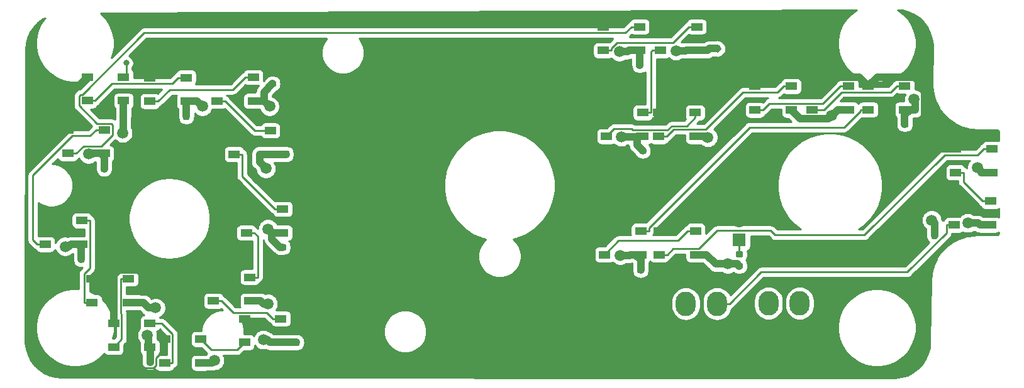
<source format=gbr>
%TF.GenerationSoftware,KiCad,Pcbnew,(5.1.6)-1*%
%TF.CreationDate,2020-12-18T19:30:20+11:00*%
%TF.ProjectId,FCS Panel PCB V2,46435320-5061-46e6-956c-205043422056,rev?*%
%TF.SameCoordinates,Original*%
%TF.FileFunction,Copper,L1,Top*%
%TF.FilePolarity,Positive*%
%FSLAX46Y46*%
G04 Gerber Fmt 4.6, Leading zero omitted, Abs format (unit mm)*
G04 Created by KiCad (PCBNEW (5.1.6)-1) date 2020-12-18 19:30:20*
%MOMM*%
%LPD*%
G01*
G04 APERTURE LIST*
%TA.AperFunction,ComponentPad*%
%ADD10O,2.700000X3.300000*%
%TD*%
%TA.AperFunction,ComponentPad*%
%ADD11C,1.800000*%
%TD*%
%TA.AperFunction,ComponentPad*%
%ADD12R,1.800000X1.800000*%
%TD*%
%TA.AperFunction,SMDPad,CuDef*%
%ADD13R,1.500000X1.000000*%
%TD*%
%TA.AperFunction,ViaPad*%
%ADD14C,1.500000*%
%TD*%
%TA.AperFunction,ViaPad*%
%ADD15C,0.800000*%
%TD*%
%TA.AperFunction,Conductor*%
%ADD16C,0.250000*%
%TD*%
%TA.AperFunction,Conductor*%
%ADD17C,1.000000*%
%TD*%
%TA.AperFunction,Conductor*%
%ADD18C,0.254000*%
%TD*%
G04 APERTURE END LIST*
%TO.P,R1,2*%
%TO.N,Net-(D24-Pad1)*%
%TA.AperFunction,SMDPad,CuDef*%
G36*
G01*
X179877250Y-80556700D02*
X179364750Y-80556700D01*
G75*
G02*
X179146000Y-80337950I0J218750D01*
G01*
X179146000Y-79900450D01*
G75*
G02*
X179364750Y-79681700I218750J0D01*
G01*
X179877250Y-79681700D01*
G75*
G02*
X180096000Y-79900450I0J-218750D01*
G01*
X180096000Y-80337950D01*
G75*
G02*
X179877250Y-80556700I-218750J0D01*
G01*
G37*
%TD.AperFunction*%
%TO.P,R1,1*%
%TO.N,/LEDGND*%
%TA.AperFunction,SMDPad,CuDef*%
G36*
G01*
X179877250Y-82131700D02*
X179364750Y-82131700D01*
G75*
G02*
X179146000Y-81912950I0J218750D01*
G01*
X179146000Y-81475450D01*
G75*
G02*
X179364750Y-81256700I218750J0D01*
G01*
X179877250Y-81256700D01*
G75*
G02*
X180096000Y-81475450I0J-218750D01*
G01*
X180096000Y-81912950D01*
G75*
G02*
X179877250Y-82131700I-218750J0D01*
G01*
G37*
%TD.AperFunction*%
%TD*%
D10*
%TO.P,J2,4*%
%TO.N,/DATAOUT*%
X176624000Y-86788400D03*
%TO.P,J2,3*%
%TO.N,/LEDGND*%
X172424000Y-86788400D03*
%TO.P,J2,2*%
%TO.N,/LED+5V*%
X176624000Y-92288400D03*
%TO.P,J2,1*%
%TA.AperFunction,ComponentPad*%
G36*
G01*
X171074000Y-93688399D02*
X171074000Y-90888401D01*
G75*
G02*
X171324001Y-90638400I250001J0D01*
G01*
X173523999Y-90638400D01*
G75*
G02*
X173774000Y-90888401I0J-250001D01*
G01*
X173774000Y-93688399D01*
G75*
G02*
X173523999Y-93938400I-250001J0D01*
G01*
X171324001Y-93938400D01*
G75*
G02*
X171074000Y-93688399I0J250001D01*
G01*
G37*
%TD.AperFunction*%
%TD*%
%TO.P,J1,4*%
%TO.N,/DATAIN*%
X187747000Y-86717200D03*
%TO.P,J1,3*%
%TO.N,/LEDGND*%
X183547000Y-86717200D03*
%TO.P,J1,2*%
%TO.N,/LED+5V*%
X187747000Y-92217200D03*
%TO.P,J1,1*%
%TA.AperFunction,ComponentPad*%
G36*
G01*
X182197000Y-93617199D02*
X182197000Y-90817201D01*
G75*
G02*
X182447001Y-90567200I250001J0D01*
G01*
X184646999Y-90567200D01*
G75*
G02*
X184897000Y-90817201I0J-250001D01*
G01*
X184897000Y-93617199D01*
G75*
G02*
X184646999Y-93867200I-250001J0D01*
G01*
X182447001Y-93867200D01*
G75*
G02*
X182197000Y-93617199I0J250001D01*
G01*
G37*
%TD.AperFunction*%
%TD*%
%TO.P,C17,2*%
%TO.N,/LEDGND*%
%TA.AperFunction,SMDPad,CuDef*%
G36*
G01*
X104736000Y-61785250D02*
X104736000Y-61272750D01*
G75*
G02*
X104954750Y-61054000I218750J0D01*
G01*
X105392250Y-61054000D01*
G75*
G02*
X105611000Y-61272750I0J-218750D01*
G01*
X105611000Y-61785250D01*
G75*
G02*
X105392250Y-62004000I-218750J0D01*
G01*
X104954750Y-62004000D01*
G75*
G02*
X104736000Y-61785250I0J218750D01*
G01*
G37*
%TD.AperFunction*%
%TO.P,C17,1*%
%TO.N,/LED+5V*%
%TA.AperFunction,SMDPad,CuDef*%
G36*
G01*
X103161000Y-61785250D02*
X103161000Y-61272750D01*
G75*
G02*
X103379750Y-61054000I218750J0D01*
G01*
X103817250Y-61054000D01*
G75*
G02*
X104036000Y-61272750I0J-218750D01*
G01*
X104036000Y-61785250D01*
G75*
G02*
X103817250Y-62004000I-218750J0D01*
G01*
X103379750Y-62004000D01*
G75*
G02*
X103161000Y-61785250I0J218750D01*
G01*
G37*
%TD.AperFunction*%
%TD*%
%TO.P,C16,2*%
%TO.N,/LEDGND*%
%TA.AperFunction,SMDPad,CuDef*%
G36*
G01*
X166596250Y-82685200D02*
X166083750Y-82685200D01*
G75*
G02*
X165865000Y-82466450I0J218750D01*
G01*
X165865000Y-82028950D01*
G75*
G02*
X166083750Y-81810200I218750J0D01*
G01*
X166596250Y-81810200D01*
G75*
G02*
X166815000Y-82028950I0J-218750D01*
G01*
X166815000Y-82466450D01*
G75*
G02*
X166596250Y-82685200I-218750J0D01*
G01*
G37*
%TD.AperFunction*%
%TO.P,C16,1*%
%TO.N,/LED+5V*%
%TA.AperFunction,SMDPad,CuDef*%
G36*
G01*
X166596250Y-84260200D02*
X166083750Y-84260200D01*
G75*
G02*
X165865000Y-84041450I0J218750D01*
G01*
X165865000Y-83603950D01*
G75*
G02*
X166083750Y-83385200I218750J0D01*
G01*
X166596250Y-83385200D01*
G75*
G02*
X166815000Y-83603950I0J-218750D01*
G01*
X166815000Y-84041450D01*
G75*
G02*
X166596250Y-84260200I-218750J0D01*
G01*
G37*
%TD.AperFunction*%
%TD*%
%TO.P,C15,2*%
%TO.N,/LEDGND*%
%TA.AperFunction,SMDPad,CuDef*%
G36*
G01*
X90608800Y-81015550D02*
X90608800Y-80503050D01*
G75*
G02*
X90827550Y-80284300I218750J0D01*
G01*
X91265050Y-80284300D01*
G75*
G02*
X91483800Y-80503050I0J-218750D01*
G01*
X91483800Y-81015550D01*
G75*
G02*
X91265050Y-81234300I-218750J0D01*
G01*
X90827550Y-81234300D01*
G75*
G02*
X90608800Y-81015550I0J218750D01*
G01*
G37*
%TD.AperFunction*%
%TO.P,C15,1*%
%TO.N,/LED+5V*%
%TA.AperFunction,SMDPad,CuDef*%
G36*
G01*
X89033800Y-81015550D02*
X89033800Y-80503050D01*
G75*
G02*
X89252550Y-80284300I218750J0D01*
G01*
X89690050Y-80284300D01*
G75*
G02*
X89908800Y-80503050I0J-218750D01*
G01*
X89908800Y-81015550D01*
G75*
G02*
X89690050Y-81234300I-218750J0D01*
G01*
X89252550Y-81234300D01*
G75*
G02*
X89033800Y-81015550I0J218750D01*
G01*
G37*
%TD.AperFunction*%
%TD*%
%TO.P,C14,2*%
%TO.N,/LEDGND*%
%TA.AperFunction,SMDPad,CuDef*%
G36*
G01*
X99126350Y-86194500D02*
X99638850Y-86194500D01*
G75*
G02*
X99857600Y-86413250I0J-218750D01*
G01*
X99857600Y-86850750D01*
G75*
G02*
X99638850Y-87069500I-218750J0D01*
G01*
X99126350Y-87069500D01*
G75*
G02*
X98907600Y-86850750I0J218750D01*
G01*
X98907600Y-86413250D01*
G75*
G02*
X99126350Y-86194500I218750J0D01*
G01*
G37*
%TD.AperFunction*%
%TO.P,C14,1*%
%TO.N,/LED+5V*%
%TA.AperFunction,SMDPad,CuDef*%
G36*
G01*
X99126350Y-84619500D02*
X99638850Y-84619500D01*
G75*
G02*
X99857600Y-84838250I0J-218750D01*
G01*
X99857600Y-85275750D01*
G75*
G02*
X99638850Y-85494500I-218750J0D01*
G01*
X99126350Y-85494500D01*
G75*
G02*
X98907600Y-85275750I0J218750D01*
G01*
X98907600Y-84838250D01*
G75*
G02*
X99126350Y-84619500I218750J0D01*
G01*
G37*
%TD.AperFunction*%
%TD*%
%TO.P,C13,2*%
%TO.N,/LEDGND*%
%TA.AperFunction,SMDPad,CuDef*%
G36*
G01*
X205455000Y-77843050D02*
X205455000Y-77330550D01*
G75*
G02*
X205673750Y-77111800I218750J0D01*
G01*
X206111250Y-77111800D01*
G75*
G02*
X206330000Y-77330550I0J-218750D01*
G01*
X206330000Y-77843050D01*
G75*
G02*
X206111250Y-78061800I-218750J0D01*
G01*
X205673750Y-78061800D01*
G75*
G02*
X205455000Y-77843050I0J218750D01*
G01*
G37*
%TD.AperFunction*%
%TO.P,C13,1*%
%TO.N,/LED+5V*%
%TA.AperFunction,SMDPad,CuDef*%
G36*
G01*
X203880000Y-77843050D02*
X203880000Y-77330550D01*
G75*
G02*
X204098750Y-77111800I218750J0D01*
G01*
X204536250Y-77111800D01*
G75*
G02*
X204755000Y-77330550I0J-218750D01*
G01*
X204755000Y-77843050D01*
G75*
G02*
X204536250Y-78061800I-218750J0D01*
G01*
X204098750Y-78061800D01*
G75*
G02*
X203880000Y-77843050I0J218750D01*
G01*
G37*
%TD.AperFunction*%
%TD*%
%TO.P,C12,2*%
%TO.N,/LEDGND*%
%TA.AperFunction,SMDPad,CuDef*%
G36*
G01*
X202148250Y-63023100D02*
X201635750Y-63023100D01*
G75*
G02*
X201417000Y-62804350I0J218750D01*
G01*
X201417000Y-62366850D01*
G75*
G02*
X201635750Y-62148100I218750J0D01*
G01*
X202148250Y-62148100D01*
G75*
G02*
X202367000Y-62366850I0J-218750D01*
G01*
X202367000Y-62804350D01*
G75*
G02*
X202148250Y-63023100I-218750J0D01*
G01*
G37*
%TD.AperFunction*%
%TO.P,C12,1*%
%TO.N,/LED+5V*%
%TA.AperFunction,SMDPad,CuDef*%
G36*
G01*
X202148250Y-64598100D02*
X201635750Y-64598100D01*
G75*
G02*
X201417000Y-64379350I0J218750D01*
G01*
X201417000Y-63941850D01*
G75*
G02*
X201635750Y-63723100I218750J0D01*
G01*
X202148250Y-63723100D01*
G75*
G02*
X202367000Y-63941850I0J-218750D01*
G01*
X202367000Y-64379350D01*
G75*
G02*
X202148250Y-64598100I-218750J0D01*
G01*
G37*
%TD.AperFunction*%
%TD*%
%TO.P,C11,2*%
%TO.N,/LEDGND*%
%TA.AperFunction,SMDPad,CuDef*%
G36*
G01*
X166883250Y-66601800D02*
X166370750Y-66601800D01*
G75*
G02*
X166152000Y-66383050I0J218750D01*
G01*
X166152000Y-65945550D01*
G75*
G02*
X166370750Y-65726800I218750J0D01*
G01*
X166883250Y-65726800D01*
G75*
G02*
X167102000Y-65945550I0J-218750D01*
G01*
X167102000Y-66383050D01*
G75*
G02*
X166883250Y-66601800I-218750J0D01*
G01*
G37*
%TD.AperFunction*%
%TO.P,C11,1*%
%TO.N,/LED+5V*%
%TA.AperFunction,SMDPad,CuDef*%
G36*
G01*
X166883250Y-68176800D02*
X166370750Y-68176800D01*
G75*
G02*
X166152000Y-67958050I0J218750D01*
G01*
X166152000Y-67520550D01*
G75*
G02*
X166370750Y-67301800I218750J0D01*
G01*
X166883250Y-67301800D01*
G75*
G02*
X167102000Y-67520550I0J-218750D01*
G01*
X167102000Y-67958050D01*
G75*
G02*
X166883250Y-68176800I-218750J0D01*
G01*
G37*
%TD.AperFunction*%
%TD*%
%TO.P,C10,2*%
%TO.N,/LEDGND*%
%TA.AperFunction,SMDPad,CuDef*%
G36*
G01*
X176782316Y-51889292D02*
X177144709Y-52251684D01*
G75*
G02*
X177144709Y-52561044I-154680J-154680D01*
G01*
X176835350Y-52870403D01*
G75*
G02*
X176525990Y-52870403I-154680J154680D01*
G01*
X176163597Y-52508010D01*
G75*
G02*
X176163597Y-52198650I154680J154680D01*
G01*
X176472956Y-51889291D01*
G75*
G02*
X176782316Y-51889291I154680J-154680D01*
G01*
G37*
%TD.AperFunction*%
%TO.P,C10,1*%
%TO.N,/LED+5V*%
%TA.AperFunction,SMDPad,CuDef*%
G36*
G01*
X177896010Y-50775598D02*
X178258403Y-51137990D01*
G75*
G02*
X178258403Y-51447350I-154680J-154680D01*
G01*
X177949044Y-51756709D01*
G75*
G02*
X177639684Y-51756709I-154680J154680D01*
G01*
X177277291Y-51394316D01*
G75*
G02*
X177277291Y-51084956I154680J154680D01*
G01*
X177586650Y-50775597D01*
G75*
G02*
X177896010Y-50775597I154680J-154680D01*
G01*
G37*
%TD.AperFunction*%
%TD*%
%TO.P,C9,2*%
%TO.N,/LEDGND*%
%TA.AperFunction,SMDPad,CuDef*%
G36*
G01*
X166458250Y-55032100D02*
X165945750Y-55032100D01*
G75*
G02*
X165727000Y-54813350I0J218750D01*
G01*
X165727000Y-54375850D01*
G75*
G02*
X165945750Y-54157100I218750J0D01*
G01*
X166458250Y-54157100D01*
G75*
G02*
X166677000Y-54375850I0J-218750D01*
G01*
X166677000Y-54813350D01*
G75*
G02*
X166458250Y-55032100I-218750J0D01*
G01*
G37*
%TD.AperFunction*%
%TO.P,C9,1*%
%TO.N,/LED+5V*%
%TA.AperFunction,SMDPad,CuDef*%
G36*
G01*
X166458250Y-56607100D02*
X165945750Y-56607100D01*
G75*
G02*
X165727000Y-56388350I0J218750D01*
G01*
X165727000Y-55950850D01*
G75*
G02*
X165945750Y-55732100I218750J0D01*
G01*
X166458250Y-55732100D01*
G75*
G02*
X166677000Y-55950850I0J-218750D01*
G01*
X166677000Y-56388350D01*
G75*
G02*
X166458250Y-56607100I-218750J0D01*
G01*
G37*
%TD.AperFunction*%
%TD*%
%TO.P,C8,2*%
%TO.N,/LEDGND*%
%TA.AperFunction,SMDPad,CuDef*%
G36*
G01*
X119058000Y-66360350D02*
X119058000Y-66872850D01*
G75*
G02*
X118839250Y-67091600I-218750J0D01*
G01*
X118401750Y-67091600D01*
G75*
G02*
X118183000Y-66872850I0J218750D01*
G01*
X118183000Y-66360350D01*
G75*
G02*
X118401750Y-66141600I218750J0D01*
G01*
X118839250Y-66141600D01*
G75*
G02*
X119058000Y-66360350I0J-218750D01*
G01*
G37*
%TD.AperFunction*%
%TO.P,C8,1*%
%TO.N,/LED+5V*%
%TA.AperFunction,SMDPad,CuDef*%
G36*
G01*
X120633000Y-66360350D02*
X120633000Y-66872850D01*
G75*
G02*
X120414250Y-67091600I-218750J0D01*
G01*
X119976750Y-67091600D01*
G75*
G02*
X119758000Y-66872850I0J218750D01*
G01*
X119758000Y-66360350D01*
G75*
G02*
X119976750Y-66141600I218750J0D01*
G01*
X120414250Y-66141600D01*
G75*
G02*
X120633000Y-66360350I0J-218750D01*
G01*
G37*
%TD.AperFunction*%
%TD*%
%TO.P,C7,2*%
%TO.N,/LEDGND*%
%TA.AperFunction,SMDPad,CuDef*%
G36*
G01*
X118404250Y-79616900D02*
X117891750Y-79616900D01*
G75*
G02*
X117673000Y-79398150I0J218750D01*
G01*
X117673000Y-78960650D01*
G75*
G02*
X117891750Y-78741900I218750J0D01*
G01*
X118404250Y-78741900D01*
G75*
G02*
X118623000Y-78960650I0J-218750D01*
G01*
X118623000Y-79398150D01*
G75*
G02*
X118404250Y-79616900I-218750J0D01*
G01*
G37*
%TD.AperFunction*%
%TO.P,C7,1*%
%TO.N,/LED+5V*%
%TA.AperFunction,SMDPad,CuDef*%
G36*
G01*
X118404250Y-81191900D02*
X117891750Y-81191900D01*
G75*
G02*
X117673000Y-80973150I0J218750D01*
G01*
X117673000Y-80535650D01*
G75*
G02*
X117891750Y-80316900I218750J0D01*
G01*
X118404250Y-80316900D01*
G75*
G02*
X118623000Y-80535650I0J-218750D01*
G01*
X118623000Y-80973150D01*
G75*
G02*
X118404250Y-81191900I-218750J0D01*
G01*
G37*
%TD.AperFunction*%
%TD*%
%TO.P,C6,2*%
%TO.N,/LEDGND*%
%TA.AperFunction,SMDPad,CuDef*%
G36*
G01*
X120430000Y-91747650D02*
X120430000Y-92260150D01*
G75*
G02*
X120211250Y-92478900I-218750J0D01*
G01*
X119773750Y-92478900D01*
G75*
G02*
X119555000Y-92260150I0J218750D01*
G01*
X119555000Y-91747650D01*
G75*
G02*
X119773750Y-91528900I218750J0D01*
G01*
X120211250Y-91528900D01*
G75*
G02*
X120430000Y-91747650I0J-218750D01*
G01*
G37*
%TD.AperFunction*%
%TO.P,C6,1*%
%TO.N,/LED+5V*%
%TA.AperFunction,SMDPad,CuDef*%
G36*
G01*
X122005000Y-91747650D02*
X122005000Y-92260150D01*
G75*
G02*
X121786250Y-92478900I-218750J0D01*
G01*
X121348750Y-92478900D01*
G75*
G02*
X121130000Y-92260150I0J218750D01*
G01*
X121130000Y-91747650D01*
G75*
G02*
X121348750Y-91528900I218750J0D01*
G01*
X121786250Y-91528900D01*
G75*
G02*
X122005000Y-91747650I0J-218750D01*
G01*
G37*
%TD.AperFunction*%
%TD*%
%TO.P,C5,2*%
%TO.N,/LEDGND*%
%TA.AperFunction,SMDPad,CuDef*%
G36*
G01*
X99864600Y-94899150D02*
X99864600Y-94386650D01*
G75*
G02*
X100083350Y-94167900I218750J0D01*
G01*
X100520850Y-94167900D01*
G75*
G02*
X100739600Y-94386650I0J-218750D01*
G01*
X100739600Y-94899150D01*
G75*
G02*
X100520850Y-95117900I-218750J0D01*
G01*
X100083350Y-95117900D01*
G75*
G02*
X99864600Y-94899150I0J218750D01*
G01*
G37*
%TD.AperFunction*%
%TO.P,C5,1*%
%TO.N,/LED+5V*%
%TA.AperFunction,SMDPad,CuDef*%
G36*
G01*
X98289600Y-94899150D02*
X98289600Y-94386650D01*
G75*
G02*
X98508350Y-94167900I218750J0D01*
G01*
X98945850Y-94167900D01*
G75*
G02*
X99164600Y-94386650I0J-218750D01*
G01*
X99164600Y-94899150D01*
G75*
G02*
X98945850Y-95117900I-218750J0D01*
G01*
X98508350Y-95117900D01*
G75*
G02*
X98289600Y-94899150I0J218750D01*
G01*
G37*
%TD.AperFunction*%
%TD*%
%TO.P,C4,2*%
%TO.N,/LEDGND*%
%TA.AperFunction,SMDPad,CuDef*%
G36*
G01*
X93679700Y-68818450D02*
X93679700Y-68305950D01*
G75*
G02*
X93898450Y-68087200I218750J0D01*
G01*
X94335950Y-68087200D01*
G75*
G02*
X94554700Y-68305950I0J-218750D01*
G01*
X94554700Y-68818450D01*
G75*
G02*
X94335950Y-69037200I-218750J0D01*
G01*
X93898450Y-69037200D01*
G75*
G02*
X93679700Y-68818450I0J218750D01*
G01*
G37*
%TD.AperFunction*%
%TO.P,C4,1*%
%TO.N,/LED+5V*%
%TA.AperFunction,SMDPad,CuDef*%
G36*
G01*
X92104700Y-68818450D02*
X92104700Y-68305950D01*
G75*
G02*
X92323450Y-68087200I218750J0D01*
G01*
X92760950Y-68087200D01*
G75*
G02*
X92979700Y-68305950I0J-218750D01*
G01*
X92979700Y-68818450D01*
G75*
G02*
X92760950Y-69037200I-218750J0D01*
G01*
X92323450Y-69037200D01*
G75*
G02*
X92104700Y-68818450I0J218750D01*
G01*
G37*
%TD.AperFunction*%
%TD*%
%TO.P,C3,2*%
%TO.N,/LEDGND*%
%TA.AperFunction,SMDPad,CuDef*%
G36*
G01*
X96267900Y-61653150D02*
X96267900Y-61140650D01*
G75*
G02*
X96486650Y-60921900I218750J0D01*
G01*
X96924150Y-60921900D01*
G75*
G02*
X97142900Y-61140650I0J-218750D01*
G01*
X97142900Y-61653150D01*
G75*
G02*
X96924150Y-61871900I-218750J0D01*
G01*
X96486650Y-61871900D01*
G75*
G02*
X96267900Y-61653150I0J218750D01*
G01*
G37*
%TD.AperFunction*%
%TO.P,C3,1*%
%TO.N,/LED+5V*%
%TA.AperFunction,SMDPad,CuDef*%
G36*
G01*
X94692900Y-61653150D02*
X94692900Y-61140650D01*
G75*
G02*
X94911650Y-60921900I218750J0D01*
G01*
X95349150Y-60921900D01*
G75*
G02*
X95567900Y-61140650I0J-218750D01*
G01*
X95567900Y-61653150D01*
G75*
G02*
X95349150Y-61871900I-218750J0D01*
G01*
X94911650Y-61871900D01*
G75*
G02*
X94692900Y-61653150I0J218750D01*
G01*
G37*
%TD.AperFunction*%
%TD*%
%TO.P,C2,2*%
%TO.N,/LEDGND*%
%TA.AperFunction,SMDPad,CuDef*%
G36*
G01*
X116532750Y-56672000D02*
X117045250Y-56672000D01*
G75*
G02*
X117264000Y-56890750I0J-218750D01*
G01*
X117264000Y-57328250D01*
G75*
G02*
X117045250Y-57547000I-218750J0D01*
G01*
X116532750Y-57547000D01*
G75*
G02*
X116314000Y-57328250I0J218750D01*
G01*
X116314000Y-56890750D01*
G75*
G02*
X116532750Y-56672000I218750J0D01*
G01*
G37*
%TD.AperFunction*%
%TO.P,C2,1*%
%TO.N,/LED+5V*%
%TA.AperFunction,SMDPad,CuDef*%
G36*
G01*
X116532750Y-55097000D02*
X117045250Y-55097000D01*
G75*
G02*
X117264000Y-55315750I0J-218750D01*
G01*
X117264000Y-55753250D01*
G75*
G02*
X117045250Y-55972000I-218750J0D01*
G01*
X116532750Y-55972000D01*
G75*
G02*
X116314000Y-55753250I0J218750D01*
G01*
X116314000Y-55315750D01*
G75*
G02*
X116532750Y-55097000I218750J0D01*
G01*
G37*
%TD.AperFunction*%
%TD*%
D11*
%TO.P,D24,2*%
%TO.N,/LED+5V*%
X179624000Y-75615800D03*
D12*
%TO.P,D24,1*%
%TO.N,Net-(D24-Pad1)*%
X179624000Y-78155800D03*
%TD*%
D13*
%TO.P,D23,1*%
%TO.N,/LED+5V*%
X208562000Y-72948800D03*
%TO.P,D23,2*%
%TO.N,/DATAOUT*%
X208562000Y-76148800D03*
%TO.P,D23,4*%
%TO.N,Net-(D22-Pad2)*%
X213462000Y-72948800D03*
%TO.P,D23,3*%
%TO.N,/LEDGND*%
X213462000Y-76148800D03*
%TD*%
%TO.P,D22,1*%
%TO.N,/LED+5V*%
X208714000Y-65887600D03*
%TO.P,D22,2*%
%TO.N,Net-(D22-Pad2)*%
X208714000Y-69087600D03*
%TO.P,D22,4*%
%TO.N,Net-(D21-Pad2)*%
X213614000Y-65887600D03*
%TO.P,D22,3*%
%TO.N,/LEDGND*%
X213614000Y-69087600D03*
%TD*%
%TO.P,D21,1*%
%TO.N,/LED+5V*%
X168836000Y-76962000D03*
%TO.P,D21,2*%
%TO.N,Net-(D21-Pad2)*%
X168836000Y-80162000D03*
%TO.P,D21,4*%
%TO.N,Net-(D20-Pad2)*%
X173736000Y-76962000D03*
%TO.P,D21,3*%
%TO.N,/LEDGND*%
X173736000Y-80162000D03*
%TD*%
%TO.P,D20,1*%
%TO.N,/LED+5V*%
X161470000Y-76962400D03*
%TO.P,D20,2*%
%TO.N,Net-(D20-Pad2)*%
X161470000Y-80162400D03*
%TO.P,D20,4*%
%TO.N,Net-(D19-Pad2)*%
X166370000Y-76962400D03*
%TO.P,D20,3*%
%TO.N,/LEDGND*%
X166370000Y-80162400D03*
%TD*%
%TO.P,D19,1*%
%TO.N,/LED+5V*%
X196979000Y-57404000D03*
%TO.P,D19,2*%
%TO.N,Net-(D19-Pad2)*%
X196979000Y-60604000D03*
%TO.P,D19,4*%
%TO.N,Net-(D18-Pad2)*%
X201879000Y-57404000D03*
%TO.P,D19,3*%
%TO.N,/LEDGND*%
X201879000Y-60604000D03*
%TD*%
%TO.P,D18,1*%
%TO.N,/LED+5V*%
X189433000Y-57404000D03*
%TO.P,D18,2*%
%TO.N,Net-(D18-Pad2)*%
X189433000Y-60604000D03*
%TO.P,D18,4*%
%TO.N,Net-(D17-Pad2)*%
X194333000Y-57404000D03*
%TO.P,D18,3*%
%TO.N,/LEDGND*%
X194333000Y-60604000D03*
%TD*%
%TO.P,D17,1*%
%TO.N,/LED+5V*%
X181739000Y-57455200D03*
%TO.P,D17,2*%
%TO.N,Net-(D17-Pad2)*%
X181739000Y-60655200D03*
%TO.P,D17,4*%
%TO.N,Net-(D16-Pad2)*%
X186639000Y-57455200D03*
%TO.P,D17,3*%
%TO.N,/LEDGND*%
X186639000Y-60655200D03*
%TD*%
%TO.P,D16,1*%
%TO.N,/LED+5V*%
X168785000Y-61011200D03*
%TO.P,D16,2*%
%TO.N,Net-(D16-Pad2)*%
X168785000Y-64211200D03*
%TO.P,D16,4*%
%TO.N,Net-(D15-Pad2)*%
X173685000Y-61011200D03*
%TO.P,D16,3*%
%TO.N,/LEDGND*%
X173685000Y-64211200D03*
%TD*%
%TO.P,D15,1*%
%TO.N,/LED+5V*%
X161724000Y-61010800D03*
%TO.P,D15,2*%
%TO.N,Net-(D15-Pad2)*%
X161724000Y-64210800D03*
%TO.P,D15,4*%
%TO.N,Net-(D14-Pad2)*%
X166624000Y-61010800D03*
%TO.P,D15,3*%
%TO.N,/LEDGND*%
X166624000Y-64210800D03*
%TD*%
%TO.P,D14,1*%
%TO.N,/LED+5V*%
X168988000Y-49428800D03*
%TO.P,D14,2*%
%TO.N,Net-(D14-Pad2)*%
X168988000Y-52628800D03*
%TO.P,D14,4*%
%TO.N,Net-(D13-Pad2)*%
X173888000Y-49428800D03*
%TO.P,D14,3*%
%TO.N,/LEDGND*%
X173888000Y-52628800D03*
%TD*%
%TO.P,D13,1*%
%TO.N,/LED+5V*%
X161290000Y-49428400D03*
%TO.P,D13,2*%
%TO.N,Net-(D13-Pad2)*%
X161290000Y-52628400D03*
%TO.P,D13,4*%
%TO.N,Net-(D12-Pad2)*%
X166190000Y-49428400D03*
%TO.P,D13,3*%
%TO.N,/LEDGND*%
X166190000Y-52628400D03*
%TD*%
%TO.P,D12,1*%
%TO.N,/LED+5V*%
X89244000Y-63322400D03*
%TO.P,D12,2*%
%TO.N,Net-(D12-Pad2)*%
X89244000Y-66522400D03*
%TO.P,D12,4*%
%TO.N,Net-(D11-Pad2)*%
X94144000Y-63322400D03*
%TO.P,D12,3*%
%TO.N,/LEDGND*%
X94144000Y-66522400D03*
%TD*%
%TO.P,D11,1*%
%TO.N,/LED+5V*%
X86196000Y-75565200D03*
%TO.P,D11,2*%
%TO.N,Net-(D11-Pad2)*%
X86196000Y-78765200D03*
%TO.P,D11,4*%
%TO.N,Net-(D10-Pad2)*%
X91096000Y-75565200D03*
%TO.P,D11,3*%
%TO.N,/LEDGND*%
X91096000Y-78765200D03*
%TD*%
%TO.P,D10,1*%
%TO.N,/LED+5V*%
X92506800Y-83413600D03*
%TO.P,D10,2*%
%TO.N,Net-(D10-Pad2)*%
X92506800Y-86613600D03*
%TO.P,D10,4*%
%TO.N,Net-(D10-Pad4)*%
X97406800Y-83413600D03*
%TO.P,D10,3*%
%TO.N,/LEDGND*%
X97406800Y-86613600D03*
%TD*%
%TO.P,D9,1*%
%TO.N,/LED+5V*%
X95390800Y-89433600D03*
%TO.P,D9,2*%
%TO.N,Net-(D10-Pad4)*%
X95390800Y-92633600D03*
%TO.P,D9,4*%
%TO.N,Net-(D8-Pad2)*%
X100290800Y-89433600D03*
%TO.P,D9,3*%
%TO.N,/LEDGND*%
X100290800Y-92633600D03*
%TD*%
%TO.P,D8,1*%
%TO.N,/LED+5V*%
X102249000Y-91567200D03*
%TO.P,D8,2*%
%TO.N,Net-(D8-Pad2)*%
X102249000Y-94767200D03*
%TO.P,D8,4*%
%TO.N,Net-(D7-Pad2)*%
X107149000Y-91567200D03*
%TO.P,D8,3*%
%TO.N,/LEDGND*%
X107149000Y-94767200D03*
%TD*%
%TO.P,D7,1*%
%TO.N,/LED+5V*%
X113007000Y-88798400D03*
%TO.P,D7,2*%
%TO.N,Net-(D7-Pad2)*%
X113007000Y-91998400D03*
%TO.P,D7,4*%
%TO.N,Net-(D6-Pad2)*%
X117907000Y-88798400D03*
%TO.P,D7,3*%
%TO.N,/LEDGND*%
X117907000Y-91998400D03*
%TD*%
%TO.P,D6,1*%
%TO.N,/LED+5V*%
X108841000Y-83210400D03*
%TO.P,D6,2*%
%TO.N,Net-(D6-Pad2)*%
X108841000Y-86410400D03*
%TO.P,D6,4*%
%TO.N,Net-(D5-Pad2)*%
X113741000Y-83210400D03*
%TO.P,D6,3*%
%TO.N,/LEDGND*%
X113741000Y-86410400D03*
%TD*%
%TO.P,D5,1*%
%TO.N,/LED+5V*%
X113261000Y-74015600D03*
%TO.P,D5,2*%
%TO.N,Net-(D5-Pad2)*%
X113261000Y-77215600D03*
%TO.P,D5,4*%
%TO.N,Net-(D4-Pad2)*%
X118161000Y-74015600D03*
%TO.P,D5,3*%
%TO.N,/LEDGND*%
X118161000Y-77215600D03*
%TD*%
%TO.P,D4,1*%
%TO.N,/LED+5V*%
X111596000Y-63424000D03*
%TO.P,D4,2*%
%TO.N,Net-(D4-Pad2)*%
X111596000Y-66624000D03*
%TO.P,D4,4*%
%TO.N,Net-(D3-Pad2)*%
X116496000Y-63424000D03*
%TO.P,D4,3*%
%TO.N,/LEDGND*%
X116496000Y-66624000D03*
%TD*%
%TO.P,D3,1*%
%TO.N,/LED+5V*%
X109298000Y-56235600D03*
%TO.P,D3,2*%
%TO.N,Net-(D3-Pad2)*%
X109298000Y-59435600D03*
%TO.P,D3,4*%
%TO.N,Net-(D2-Pad2)*%
X114198000Y-56235600D03*
%TO.P,D3,3*%
%TO.N,/LEDGND*%
X114198000Y-59435600D03*
%TD*%
%TO.P,D2,1*%
%TO.N,/LED+5V*%
X100279000Y-56286400D03*
%TO.P,D2,2*%
%TO.N,Net-(D2-Pad2)*%
X100279000Y-59486400D03*
%TO.P,D2,4*%
%TO.N,Net-(D1-Pad2)*%
X105179000Y-56286400D03*
%TO.P,D2,3*%
%TO.N,/LEDGND*%
X105179000Y-59486400D03*
%TD*%
%TO.P,D1,1*%
%TO.N,/LED+5V*%
X91834800Y-56210400D03*
%TO.P,D1,2*%
%TO.N,Net-(D1-Pad2)*%
X91834800Y-59410400D03*
%TO.P,D1,4*%
%TO.N,/DATAIN*%
X96734800Y-56210400D03*
%TO.P,D1,3*%
%TO.N,/LEDGND*%
X96734800Y-59410400D03*
%TD*%
D14*
%TO.N,/LEDGND*%
X210376800Y-75893000D03*
X116171100Y-86789000D03*
X99926100Y-91033600D03*
X88871200Y-79071900D03*
X211640000Y-68414300D03*
X203135700Y-59229100D03*
X163749800Y-64278100D03*
X163580200Y-80251300D03*
X116176200Y-76713900D03*
X116399600Y-60153800D03*
X107350200Y-60153800D03*
X96623600Y-63755600D03*
X92025100Y-66590300D03*
X205502100Y-75518300D03*
X175390100Y-64357200D03*
X163465600Y-52786100D03*
X108975500Y-94433400D03*
X192015400Y-61425100D03*
X178072100Y-81413500D03*
X101055600Y-87331800D03*
X171091800Y-52663600D03*
X115901400Y-68557400D03*
X115554300Y-91632200D03*
%TO.N,/LED+5V*%
X161736100Y-83830500D03*
D15*
%TO.N,/DATAIN*%
X97085150Y-54316630D03*
%TD*%
D16*
%TO.N,Net-(D1-Pad2)*%
X105179000Y-56286400D02*
X104103700Y-56286400D01*
X91834800Y-59410400D02*
X92910100Y-59410400D01*
X92910100Y-59410400D02*
X95208800Y-57111700D01*
X95208800Y-57111700D02*
X103278400Y-57111700D01*
X103278400Y-57111700D02*
X104103700Y-56286400D01*
%TO.N,Net-(D2-Pad2)*%
X114198000Y-56235600D02*
X113122700Y-56235600D01*
X100279000Y-59486400D02*
X101354300Y-59486400D01*
X101354300Y-59486400D02*
X102948200Y-57892500D01*
X102948200Y-57892500D02*
X111465800Y-57892500D01*
X111465800Y-57892500D02*
X113122700Y-56235600D01*
%TO.N,Net-(D3-Pad2)*%
X109298000Y-59435600D02*
X110373300Y-59435600D01*
X110373300Y-59435600D02*
X114361700Y-63424000D01*
X114361700Y-63424000D02*
X116496000Y-63424000D01*
%TO.N,Net-(D4-Pad2)*%
X118161000Y-74015600D02*
X117085700Y-74015600D01*
X111596000Y-66624000D02*
X112671300Y-66624000D01*
X112671300Y-66624000D02*
X112671300Y-69601200D01*
X112671300Y-69601200D02*
X117085700Y-74015600D01*
%TO.N,Net-(D5-Pad2)*%
X113741000Y-83210400D02*
X114816300Y-83210400D01*
X113261000Y-77215600D02*
X114336300Y-77215600D01*
X114336300Y-77215600D02*
X114816300Y-77695600D01*
X114816300Y-77695600D02*
X114816300Y-83210400D01*
%TO.N,Net-(D6-Pad2)*%
X117907000Y-88798400D02*
X116831700Y-88798400D01*
X108841000Y-86410400D02*
X109916300Y-86410400D01*
X109916300Y-86410400D02*
X111479000Y-87973100D01*
X111479000Y-87973100D02*
X116006400Y-87973100D01*
X116006400Y-87973100D02*
X116831700Y-88798400D01*
%TO.N,Net-(D7-Pad2)*%
X113007000Y-91998400D02*
X112000600Y-93004800D01*
X112000600Y-93004800D02*
X108586600Y-93004800D01*
X108586600Y-93004800D02*
X107149000Y-91567200D01*
%TO.N,Net-(D8-Pad2)*%
X102249000Y-94767200D02*
X103324300Y-94767200D01*
X103324300Y-94767200D02*
X103324300Y-90862300D01*
X103324300Y-90862300D02*
X101895600Y-89433600D01*
X101895600Y-89433600D02*
X100290800Y-89433600D01*
%TO.N,Net-(D10-Pad4)*%
X97406800Y-83413600D02*
X96331500Y-83413600D01*
X95390800Y-92633600D02*
X96466200Y-91558200D01*
X96466200Y-91558200D02*
X96466200Y-88197900D01*
X96466200Y-88197900D02*
X96331500Y-88063200D01*
X96331500Y-88063200D02*
X96331500Y-83413600D01*
%TO.N,Net-(D10-Pad2)*%
X91096000Y-75565200D02*
X92171300Y-75565200D01*
X92506800Y-86613600D02*
X91431500Y-86613600D01*
X91431500Y-86613600D02*
X91431500Y-82741500D01*
X91431500Y-82741500D02*
X92171300Y-82001700D01*
X92171300Y-82001700D02*
X92171300Y-75565200D01*
%TO.N,Net-(D11-Pad2)*%
X94144000Y-63322400D02*
X93068700Y-63322400D01*
X86196000Y-78765200D02*
X85120700Y-78765200D01*
X85120700Y-78765200D02*
X84544400Y-78188900D01*
X84544400Y-78188900D02*
X84544400Y-69475800D01*
X84544400Y-69475800D02*
X89872500Y-64147700D01*
X89872500Y-64147700D02*
X92243400Y-64147700D01*
X92243400Y-64147700D02*
X93068700Y-63322400D01*
%TO.N,Net-(D12-Pad2)*%
X166190000Y-49428400D02*
X165114700Y-49428400D01*
X89244000Y-66522400D02*
X90319300Y-66522400D01*
X90319300Y-66522400D02*
X91326800Y-65514900D01*
X91326800Y-65514900D02*
X93738500Y-65514900D01*
X93738500Y-65514900D02*
X95251800Y-64001600D01*
X95251800Y-64001600D02*
X95251800Y-62680400D01*
X95251800Y-62680400D02*
X95068400Y-62497000D01*
X95068400Y-62497000D02*
X93178700Y-62497000D01*
X93178700Y-62497000D02*
X90759400Y-60077700D01*
X90759400Y-60077700D02*
X90759400Y-58775700D01*
X90759400Y-58775700D02*
X90950100Y-58585000D01*
X90950100Y-58585000D02*
X91197300Y-58585000D01*
X91197300Y-58585000D02*
X99528600Y-50253700D01*
X99528600Y-50253700D02*
X164289400Y-50253700D01*
X164289400Y-50253700D02*
X165114700Y-49428400D01*
%TO.N,Net-(D13-Pad2)*%
X173888000Y-49428800D02*
X172812700Y-49428800D01*
X161290000Y-52628400D02*
X162365300Y-52628400D01*
X162365300Y-52628400D02*
X162365300Y-52318900D01*
X162365300Y-52318900D02*
X163129800Y-51554400D01*
X163129800Y-51554400D02*
X170687100Y-51554400D01*
X170687100Y-51554400D02*
X172812700Y-49428800D01*
%TO.N,Net-(D14-Pad2)*%
X166624000Y-61010800D02*
X167699300Y-61010800D01*
X168988000Y-52628800D02*
X167912700Y-52628800D01*
X167912700Y-52628800D02*
X167699300Y-52842200D01*
X167699300Y-52842200D02*
X167699300Y-61010800D01*
%TO.N,Net-(D15-Pad2)*%
X173685000Y-61011200D02*
X173685000Y-61665000D01*
X172518210Y-62831790D02*
X170518210Y-62831790D01*
X173685000Y-61665000D02*
X172518210Y-62831790D01*
X170518210Y-62831790D02*
X169964201Y-63385799D01*
X169964201Y-63385799D02*
X165285799Y-63385799D01*
X162731701Y-63203099D02*
X161724000Y-64210800D01*
X165103099Y-63203099D02*
X162731701Y-63203099D01*
X165285799Y-63385799D02*
X165103099Y-63203099D01*
%TO.N,Net-(D16-Pad2)*%
X186639000Y-57455200D02*
X185563700Y-57455200D01*
X168785000Y-64211200D02*
X169860300Y-64211200D01*
X169860300Y-64211200D02*
X170789700Y-63281800D01*
X170789700Y-63281800D02*
X175126000Y-63281800D01*
X175126000Y-63281800D02*
X180127300Y-58280500D01*
X180127300Y-58280500D02*
X184738400Y-58280500D01*
X184738400Y-58280500D02*
X185563700Y-57455200D01*
%TO.N,Net-(D17-Pad2)*%
X193257700Y-57404000D02*
X190883100Y-59778600D01*
X190883100Y-59778600D02*
X183690900Y-59778600D01*
X183690900Y-59778600D02*
X182814300Y-60655200D01*
X194333000Y-57404000D02*
X193257700Y-57404000D01*
X181739000Y-60655200D02*
X182814300Y-60655200D01*
%TO.N,Net-(D18-Pad2)*%
X201879000Y-57404000D02*
X200803700Y-57404000D01*
X189433000Y-60604000D02*
X190979700Y-60604000D01*
X190979700Y-60604000D02*
X193354400Y-58229300D01*
X193354400Y-58229300D02*
X199978400Y-58229300D01*
X199978400Y-58229300D02*
X200803700Y-57404000D01*
%TO.N,Net-(D19-Pad2)*%
X166370000Y-76962400D02*
X167445300Y-76962400D01*
X196979000Y-60604000D02*
X195903700Y-60604000D01*
X195903700Y-60604000D02*
X195903700Y-60810300D01*
X195903700Y-60810300D02*
X193730100Y-62983900D01*
X193730100Y-62983900D02*
X181011200Y-62983900D01*
X181011200Y-62983900D02*
X167445300Y-76549800D01*
X167445300Y-76549800D02*
X167445300Y-76962400D01*
%TO.N,Net-(D20-Pad2)*%
X173736000Y-76962000D02*
X172660700Y-76962000D01*
X161470000Y-80162400D02*
X163344000Y-78288400D01*
X163344000Y-78288400D02*
X171334300Y-78288400D01*
X171334300Y-78288400D02*
X172660700Y-76962000D01*
%TO.N,Net-(D21-Pad2)*%
X213614000Y-65887600D02*
X212538700Y-65887600D01*
X168836000Y-80162000D02*
X169911300Y-80162000D01*
X169911300Y-80162000D02*
X170736600Y-79336700D01*
X170736600Y-79336700D02*
X174198700Y-79336700D01*
X174198700Y-79336700D02*
X176604900Y-76930500D01*
X176604900Y-76930500D02*
X183847100Y-76930500D01*
X183847100Y-76930500D02*
X184443700Y-77527100D01*
X184443700Y-77527100D02*
X196466600Y-77527100D01*
X196466600Y-77527100D02*
X207280800Y-66712900D01*
X207280800Y-66712900D02*
X211713400Y-66712900D01*
X211713400Y-66712900D02*
X212538700Y-65887600D01*
%TO.N,Net-(D22-Pad2)*%
X213462000Y-72948800D02*
X212386700Y-72948800D01*
X208714000Y-69087600D02*
X209789300Y-69087600D01*
X209789300Y-69087600D02*
X209789300Y-70351400D01*
X209789300Y-70351400D02*
X212386700Y-72948800D01*
%TO.N,Net-(D24-Pad1)*%
X179624000Y-78155800D02*
X179624000Y-79381100D01*
X179624000Y-79381100D02*
X179621000Y-79384100D01*
X179621000Y-79384100D02*
X179621000Y-80119200D01*
D17*
%TO.N,/LEDGND*%
X213462000Y-76148800D02*
X212011700Y-76148800D01*
X210376800Y-75893000D02*
X211755900Y-75893000D01*
X211755900Y-75893000D02*
X212011700Y-76148800D01*
X113741000Y-86410400D02*
X115191300Y-86410400D01*
X116171100Y-86789000D02*
X115569900Y-86789000D01*
X115569900Y-86789000D02*
X115191300Y-86410400D01*
X99926100Y-91033600D02*
X100108500Y-91216000D01*
X100108500Y-91216000D02*
X100108500Y-92633600D01*
X90610000Y-78765200D02*
X91046300Y-79201500D01*
X91046300Y-79201500D02*
X91046300Y-80759300D01*
X91096000Y-78765200D02*
X90610000Y-78765200D01*
X90552900Y-78765200D02*
X90610000Y-78765200D01*
X90552900Y-78765200D02*
X89645700Y-78765200D01*
X88871200Y-79071900D02*
X89339000Y-79071900D01*
X89339000Y-79071900D02*
X89645700Y-78765200D01*
X213614000Y-69087600D02*
X212163700Y-69087600D01*
X211640000Y-68414300D02*
X212163700Y-68938000D01*
X212163700Y-68938000D02*
X212163700Y-69087600D01*
X202604200Y-60604000D02*
X201892000Y-61316200D01*
X201892000Y-61316200D02*
X201892000Y-62585600D01*
X202604200Y-60604000D02*
X203329300Y-60604000D01*
X201879000Y-60604000D02*
X202604200Y-60604000D01*
X203135700Y-59229100D02*
X203329300Y-59422700D01*
X203329300Y-59422700D02*
X203329300Y-60604000D01*
X178072100Y-81413500D02*
X179340300Y-81413500D01*
X179340300Y-81413500D02*
X179621000Y-81694200D01*
X175186300Y-80162000D02*
X176437800Y-81413500D01*
X176437800Y-81413500D02*
X178072100Y-81413500D01*
X165644900Y-80162400D02*
X164919700Y-80162400D01*
X165854600Y-64278100D02*
X165854600Y-65391900D01*
X165854600Y-65391900D02*
X166627000Y-66164300D01*
X165898900Y-64210800D02*
X165854600Y-64255100D01*
X165854600Y-64255100D02*
X165854600Y-64278100D01*
X163749800Y-64278100D02*
X165854600Y-64278100D01*
X163580200Y-80251300D02*
X164830800Y-80251300D01*
X164830800Y-80251300D02*
X164919700Y-80162400D01*
X118161000Y-77215600D02*
X116710700Y-77215600D01*
X116176200Y-76713900D02*
X116209000Y-76713900D01*
X116209000Y-76713900D02*
X116710700Y-77215600D01*
X116399600Y-60153800D02*
X116366500Y-60153800D01*
X116366500Y-60153800D02*
X115648300Y-59435600D01*
X114198000Y-59435600D02*
X115648300Y-59435600D01*
X116789000Y-57109500D02*
X115648300Y-58250200D01*
X115648300Y-58250200D02*
X115648300Y-59435600D01*
X105179000Y-59486400D02*
X106629300Y-59486400D01*
X107350200Y-60153800D02*
X107296700Y-60153800D01*
X107296700Y-60153800D02*
X106629300Y-59486400D01*
X105173500Y-61529000D02*
X105179000Y-61523500D01*
X105179000Y-61523500D02*
X105179000Y-59486400D01*
X100108500Y-92633600D02*
X100302100Y-92827200D01*
X100302100Y-92827200D02*
X100302100Y-94642900D01*
X100290800Y-92633600D02*
X100108500Y-92633600D01*
X96623600Y-63755600D02*
X96705400Y-63673800D01*
X96705400Y-63673800D02*
X96705400Y-61396900D01*
X93680900Y-66522400D02*
X94117200Y-66958700D01*
X94117200Y-66958700D02*
X94117200Y-68562200D01*
X94144000Y-66522400D02*
X93680900Y-66522400D01*
X93612300Y-66522400D02*
X93680900Y-66522400D01*
X93612300Y-66522400D02*
X92693700Y-66522400D01*
X92025100Y-66590300D02*
X92625800Y-66590300D01*
X92625800Y-66590300D02*
X92693700Y-66522400D01*
X116710700Y-77215600D02*
X116710700Y-78078800D01*
X116710700Y-78078800D02*
X117811200Y-79179300D01*
X117811200Y-79179300D02*
X118148000Y-79179300D01*
X118148000Y-79179300D02*
X118148000Y-79179400D01*
X173736000Y-80162000D02*
X175186300Y-80162000D01*
X205502100Y-75518300D02*
X205892500Y-75908700D01*
X205892500Y-75908700D02*
X205892500Y-77586800D01*
X192015400Y-61425100D02*
X191636100Y-61804400D01*
X191636100Y-61804400D02*
X187788200Y-61804400D01*
X187788200Y-61804400D02*
X186639000Y-60655200D01*
X192015400Y-61425100D02*
X192061600Y-61425100D01*
X192061600Y-61425100D02*
X192882700Y-60604000D01*
X173685000Y-64211200D02*
X175135300Y-64211200D01*
X175390100Y-64357200D02*
X175281300Y-64357200D01*
X175281300Y-64357200D02*
X175135300Y-64211200D01*
X165644900Y-80162400D02*
X166340000Y-80857500D01*
X166340000Y-80857500D02*
X166340000Y-82247700D01*
X166370000Y-80162400D02*
X165644900Y-80162400D01*
X166624000Y-64210800D02*
X165898900Y-64210800D01*
X166190000Y-52628400D02*
X164739700Y-52628400D01*
X163465600Y-52786100D02*
X164582000Y-52786100D01*
X164582000Y-52786100D02*
X164739700Y-52628400D01*
X107149000Y-94767200D02*
X108599300Y-94767200D01*
X108975500Y-94433400D02*
X108933100Y-94433400D01*
X108933100Y-94433400D02*
X108599300Y-94767200D01*
X194333000Y-60604000D02*
X192882700Y-60604000D01*
X101055600Y-87331800D02*
X100082400Y-87331800D01*
X100082400Y-87331800D02*
X99382600Y-86632000D01*
X173888000Y-52628800D02*
X172437700Y-52628800D01*
X171091800Y-52663600D02*
X172402900Y-52663600D01*
X172402900Y-52663600D02*
X172437700Y-52628800D01*
X166190000Y-52628400D02*
X166190000Y-54582600D01*
X166190000Y-54582600D02*
X166202000Y-54594600D01*
X116496000Y-66624000D02*
X115045700Y-66624000D01*
X115901400Y-68557400D02*
X115045700Y-67701700D01*
X115045700Y-67701700D02*
X115045700Y-66624000D01*
X117907000Y-91998400D02*
X116456700Y-91998400D01*
X115554300Y-91632200D02*
X116090500Y-91632200D01*
X116090500Y-91632200D02*
X116456700Y-91998400D01*
X173888000Y-52628800D02*
X175338300Y-52628800D01*
X176654200Y-52379800D02*
X175587300Y-52379800D01*
X175587300Y-52379800D02*
X175338300Y-52628800D01*
X97406800Y-86613600D02*
X98857100Y-86613600D01*
X99382600Y-86632000D02*
X98875500Y-86632000D01*
X98875500Y-86632000D02*
X98857100Y-86613600D01*
X116496000Y-66624000D02*
X117946300Y-66624000D01*
X118620500Y-66616600D02*
X117953700Y-66616600D01*
X117953700Y-66616600D02*
X117946300Y-66624000D01*
X96705400Y-61396900D02*
X96734800Y-61367500D01*
X96734800Y-61367500D02*
X96734800Y-59410400D01*
X119992500Y-92003900D02*
X119992000Y-92003900D01*
X117907000Y-91998400D02*
X119987000Y-91998400D01*
X119987000Y-91998400D02*
X119992000Y-92003900D01*
D16*
%TO.N,/LED+5V*%
X100721084Y-95467910D02*
X99552110Y-95467910D01*
X101127110Y-95061884D02*
X100721084Y-95467910D01*
X99552110Y-95467910D02*
X98727100Y-94642900D01*
X101127110Y-94054088D02*
X101127110Y-95061884D01*
X102249000Y-92932198D02*
X101127110Y-94054088D01*
X102249000Y-91567200D02*
X102249000Y-92932198D01*
D17*
X89244000Y-58801200D02*
X89244000Y-63322400D01*
X91834800Y-56210400D02*
X89244000Y-58801200D01*
X190633001Y-56203999D02*
X189433000Y-57404000D01*
X195778999Y-56203999D02*
X190633001Y-56203999D01*
X196979000Y-57404000D02*
X195778999Y-56203999D01*
X203189001Y-56203999D02*
X198179001Y-56203999D01*
X204585701Y-57600699D02*
X203189001Y-56203999D01*
X198179001Y-56203999D02*
X196979000Y-57404000D01*
X204585701Y-63509301D02*
X204585701Y-57600699D01*
X206964000Y-65887600D02*
X204585701Y-63509301D01*
X208714000Y-65887600D02*
X206964000Y-65887600D01*
X96096799Y-82213599D02*
X98716801Y-82213599D01*
X95390800Y-82919598D02*
X96096799Y-82213599D01*
X95390800Y-89433600D02*
X95390800Y-82919598D01*
X93706801Y-82213599D02*
X98716801Y-82213599D01*
X99382600Y-82879398D02*
X99382600Y-85057000D01*
X98716801Y-82213599D02*
X99382600Y-82879398D01*
X92506800Y-83413600D02*
X93706801Y-82213599D01*
D16*
%TO.N,/DATAIN*%
X97085150Y-55860050D02*
X96734800Y-56210400D01*
X97085150Y-54316630D02*
X97085150Y-55860050D01*
%TO.N,/DATAOUT*%
X176624000Y-86788400D02*
X178299300Y-86788400D01*
X208562000Y-76148800D02*
X207486700Y-76148800D01*
X207486700Y-76148800D02*
X207486700Y-77251000D01*
X207486700Y-77251000D02*
X202218100Y-82519600D01*
X202218100Y-82519600D02*
X182568100Y-82519600D01*
X182568100Y-82519600D02*
X178299300Y-86788400D01*
%TD*%
D18*
%TO.N,/LED+5V*%
G36*
X201582997Y-47214068D02*
G01*
X202380904Y-47421163D01*
X203132511Y-47759737D01*
X203816333Y-48220113D01*
X204412804Y-48789118D01*
X204904878Y-49450489D01*
X205278484Y-50185316D01*
X205522937Y-50972583D01*
X205633712Y-51808362D01*
X205638737Y-52073182D01*
X205587707Y-57124950D01*
X205588552Y-57134514D01*
X205594033Y-57423371D01*
X205594668Y-57429478D01*
X205594379Y-57435610D01*
X205599636Y-57497568D01*
X205722665Y-58425801D01*
X205727988Y-58450013D01*
X205731009Y-58474614D01*
X205746630Y-58534799D01*
X206024297Y-59429033D01*
X206033622Y-59451998D01*
X206040746Y-59475743D01*
X206066285Y-59532437D01*
X206490652Y-60367103D01*
X206503710Y-60388164D01*
X206514735Y-60410373D01*
X206549461Y-60461953D01*
X207108392Y-61213183D01*
X207124813Y-61231743D01*
X207139422Y-61251778D01*
X207182342Y-61296769D01*
X207859858Y-61943087D01*
X207879179Y-61958621D01*
X207896948Y-61975901D01*
X207946834Y-62013018D01*
X208723561Y-62535941D01*
X208745223Y-62547998D01*
X208765649Y-62562036D01*
X208821076Y-62590217D01*
X209674806Y-62974794D01*
X209698188Y-62983028D01*
X209720689Y-62993425D01*
X209780072Y-63011864D01*
X210686394Y-63247098D01*
X210710827Y-63251274D01*
X210734760Y-63257732D01*
X210796401Y-63265902D01*
X211725036Y-63344698D01*
X211752844Y-63347434D01*
X214191341Y-63347202D01*
X214292133Y-63357085D01*
X214358057Y-63376989D01*
X214418855Y-63409315D01*
X214472219Y-63452839D01*
X214516112Y-63505896D01*
X214548866Y-63566471D01*
X214569228Y-63632253D01*
X214579600Y-63730931D01*
X214579600Y-64789428D01*
X214488482Y-64761788D01*
X214364000Y-64749528D01*
X212864000Y-64749528D01*
X212739518Y-64761788D01*
X212619820Y-64798098D01*
X212509506Y-64857063D01*
X212412815Y-64936415D01*
X212333463Y-65033106D01*
X212274498Y-65143420D01*
X212264433Y-65176600D01*
X212246453Y-65182054D01*
X212114424Y-65252626D01*
X212114422Y-65252627D01*
X212114423Y-65252627D01*
X212027696Y-65323801D01*
X212027692Y-65323805D01*
X211998699Y-65347599D01*
X211974905Y-65376592D01*
X211398598Y-65952900D01*
X207318122Y-65952900D01*
X207280799Y-65949224D01*
X207243476Y-65952900D01*
X207243467Y-65952900D01*
X207131814Y-65963897D01*
X206988553Y-66007354D01*
X206856524Y-66077926D01*
X206740799Y-66172899D01*
X206717001Y-66201897D01*
X196151799Y-76767100D01*
X195689497Y-76767100D01*
X196415222Y-76239830D01*
X197203578Y-75451474D01*
X197858902Y-74549498D01*
X198365057Y-73556111D01*
X198709581Y-72495775D01*
X198883991Y-71394598D01*
X198883991Y-70279694D01*
X198709581Y-69178517D01*
X198365057Y-68118181D01*
X197858902Y-67124794D01*
X197203578Y-66222818D01*
X196415222Y-65434462D01*
X195513246Y-64779138D01*
X194519859Y-64272983D01*
X193459523Y-63928459D01*
X192358346Y-63754049D01*
X191243442Y-63754049D01*
X190142265Y-63928459D01*
X189081929Y-64272983D01*
X188088542Y-64779138D01*
X187186566Y-65434462D01*
X186398210Y-66222818D01*
X185742886Y-67124794D01*
X185236731Y-68118181D01*
X184892207Y-69178517D01*
X184717797Y-70279694D01*
X184717797Y-71394598D01*
X184892207Y-72495775D01*
X185236731Y-73556111D01*
X185742886Y-74549498D01*
X186398210Y-75451474D01*
X187186566Y-76239830D01*
X187912291Y-76767100D01*
X184758502Y-76767100D01*
X184410903Y-76419502D01*
X184387101Y-76390499D01*
X184271376Y-76295526D01*
X184139347Y-76224954D01*
X183996086Y-76181497D01*
X183884433Y-76170500D01*
X183884422Y-76170500D01*
X183847100Y-76166824D01*
X183809778Y-76170500D01*
X176642225Y-76170500D01*
X176604900Y-76166824D01*
X176567575Y-76170500D01*
X176567567Y-76170500D01*
X176455914Y-76181497D01*
X176312653Y-76224954D01*
X176180624Y-76295526D01*
X176064899Y-76390499D01*
X176041101Y-76419497D01*
X175124072Y-77336526D01*
X175124072Y-76462000D01*
X175111812Y-76337518D01*
X175075502Y-76217820D01*
X175016537Y-76107506D01*
X174937185Y-76010815D01*
X174840494Y-75931463D01*
X174730180Y-75872498D01*
X174610482Y-75836188D01*
X174486000Y-75823928D01*
X172986000Y-75823928D01*
X172861518Y-75836188D01*
X172741820Y-75872498D01*
X172631506Y-75931463D01*
X172534815Y-76010815D01*
X172455463Y-76107506D01*
X172396498Y-76217820D01*
X172386433Y-76251000D01*
X172368453Y-76256454D01*
X172236424Y-76327026D01*
X172120699Y-76421999D01*
X172096901Y-76450997D01*
X171019499Y-77528400D01*
X167953621Y-77528400D01*
X167985301Y-77502401D01*
X168080274Y-77386676D01*
X168150846Y-77254647D01*
X168194303Y-77111386D01*
X168205300Y-76999732D01*
X168208977Y-76962400D01*
X168205300Y-76925067D01*
X168205300Y-76864601D01*
X181326002Y-63743900D01*
X193692778Y-63743900D01*
X193730100Y-63747576D01*
X193767422Y-63743900D01*
X193767433Y-63743900D01*
X193879086Y-63732903D01*
X194022347Y-63689446D01*
X194154376Y-63618874D01*
X194270101Y-63523901D01*
X194293904Y-63494897D01*
X196069586Y-61719216D01*
X196104518Y-61729812D01*
X196229000Y-61742072D01*
X197729000Y-61742072D01*
X197853482Y-61729812D01*
X197973180Y-61693502D01*
X198083494Y-61634537D01*
X198180185Y-61555185D01*
X198259537Y-61458494D01*
X198318502Y-61348180D01*
X198354812Y-61228482D01*
X198367072Y-61104000D01*
X198367072Y-60104000D01*
X198354812Y-59979518D01*
X198318502Y-59859820D01*
X198259537Y-59749506D01*
X198180185Y-59652815D01*
X198083494Y-59573463D01*
X197973180Y-59514498D01*
X197853482Y-59478188D01*
X197729000Y-59465928D01*
X196229000Y-59465928D01*
X196104518Y-59478188D01*
X195984820Y-59514498D01*
X195874506Y-59573463D01*
X195777815Y-59652815D01*
X195698463Y-59749506D01*
X195656000Y-59828947D01*
X195613537Y-59749506D01*
X195534185Y-59652815D01*
X195437494Y-59573463D01*
X195327180Y-59514498D01*
X195207482Y-59478188D01*
X195083000Y-59465928D01*
X193583000Y-59465928D01*
X193551808Y-59469000D01*
X193189502Y-59469000D01*
X193669202Y-58989300D01*
X199941078Y-58989300D01*
X199978400Y-58992976D01*
X200015722Y-58989300D01*
X200015733Y-58989300D01*
X200127386Y-58978303D01*
X200270647Y-58934846D01*
X200402676Y-58864274D01*
X200518401Y-58769301D01*
X200542203Y-58740298D01*
X200822377Y-58460125D01*
X200884820Y-58493502D01*
X201004518Y-58529812D01*
X201129000Y-58542072D01*
X201929033Y-58542072D01*
X201908329Y-58573057D01*
X201803925Y-58825111D01*
X201750700Y-59092689D01*
X201750700Y-59365511D01*
X201770674Y-59465928D01*
X201129000Y-59465928D01*
X201004518Y-59478188D01*
X200884820Y-59514498D01*
X200774506Y-59573463D01*
X200677815Y-59652815D01*
X200598463Y-59749506D01*
X200539498Y-59859820D01*
X200503188Y-59979518D01*
X200490928Y-60104000D01*
X200490928Y-61104000D01*
X200503188Y-61228482D01*
X200539498Y-61348180D01*
X200598463Y-61458494D01*
X200677815Y-61555185D01*
X200757000Y-61620170D01*
X200757000Y-62641352D01*
X200773423Y-62808099D01*
X200782122Y-62836774D01*
X200795392Y-62971508D01*
X200844150Y-63132242D01*
X200923329Y-63280375D01*
X201029885Y-63410215D01*
X201159725Y-63516771D01*
X201307858Y-63595950D01*
X201468592Y-63644708D01*
X201475802Y-63645418D01*
X201669502Y-63704177D01*
X201892000Y-63726091D01*
X202114499Y-63704177D01*
X202308200Y-63645418D01*
X202315408Y-63644708D01*
X202476142Y-63595950D01*
X202624275Y-63516771D01*
X202754115Y-63410215D01*
X202860671Y-63280375D01*
X202939850Y-63132242D01*
X202988608Y-62971508D01*
X203001878Y-62836774D01*
X203010577Y-62808099D01*
X203027000Y-62641352D01*
X203027000Y-61786331D01*
X203074331Y-61739000D01*
X203273549Y-61739000D01*
X203329300Y-61744491D01*
X203405359Y-61737000D01*
X203551799Y-61722577D01*
X203765747Y-61657676D01*
X203962923Y-61552284D01*
X204135749Y-61410449D01*
X204277584Y-61237623D01*
X204382976Y-61040447D01*
X204447877Y-60826499D01*
X204456999Y-60733878D01*
X204464300Y-60659752D01*
X204469791Y-60604000D01*
X204464300Y-60548248D01*
X204464300Y-59640754D01*
X204467475Y-59633089D01*
X204520700Y-59365511D01*
X204520700Y-59092689D01*
X204467475Y-58825111D01*
X204363071Y-58573057D01*
X204211499Y-58346214D01*
X204018586Y-58153301D01*
X203791743Y-58001729D01*
X203539689Y-57897325D01*
X203272111Y-57844100D01*
X203267072Y-57844100D01*
X203267072Y-56904000D01*
X203254812Y-56779518D01*
X203218502Y-56659820D01*
X203159537Y-56549506D01*
X203080185Y-56452815D01*
X202983494Y-56373463D01*
X202873180Y-56314498D01*
X202753482Y-56278188D01*
X202629000Y-56265928D01*
X201129000Y-56265928D01*
X201004518Y-56278188D01*
X200884820Y-56314498D01*
X200774506Y-56373463D01*
X200677815Y-56452815D01*
X200598463Y-56549506D01*
X200539498Y-56659820D01*
X200529433Y-56693000D01*
X200511453Y-56698454D01*
X200379424Y-56769026D01*
X200373121Y-56774199D01*
X200292696Y-56840201D01*
X200292692Y-56840205D01*
X200263699Y-56863999D01*
X200239905Y-56892992D01*
X199663598Y-57469300D01*
X195721072Y-57469300D01*
X195721072Y-56904000D01*
X195708812Y-56779518D01*
X195672502Y-56659820D01*
X195613537Y-56549506D01*
X195534185Y-56452815D01*
X195437494Y-56373463D01*
X195327180Y-56314498D01*
X195207482Y-56278188D01*
X195083000Y-56265928D01*
X193583000Y-56265928D01*
X193458518Y-56278188D01*
X193338820Y-56314498D01*
X193228506Y-56373463D01*
X193131815Y-56452815D01*
X193052463Y-56549506D01*
X192993498Y-56659820D01*
X192983433Y-56693000D01*
X192965453Y-56698454D01*
X192833424Y-56769026D01*
X192717699Y-56863999D01*
X192693901Y-56892997D01*
X190568299Y-59018600D01*
X184923329Y-59018600D01*
X185030647Y-58986046D01*
X185162676Y-58915474D01*
X185278401Y-58820501D01*
X185302203Y-58791498D01*
X185582377Y-58511325D01*
X185644820Y-58544702D01*
X185764518Y-58581012D01*
X185889000Y-58593272D01*
X187389000Y-58593272D01*
X187513482Y-58581012D01*
X187633180Y-58544702D01*
X187743494Y-58485737D01*
X187840185Y-58406385D01*
X187919537Y-58309694D01*
X187978502Y-58199380D01*
X188014812Y-58079682D01*
X188027072Y-57955200D01*
X188027072Y-56955200D01*
X188014812Y-56830718D01*
X187978502Y-56711020D01*
X187919537Y-56600706D01*
X187840185Y-56504015D01*
X187743494Y-56424663D01*
X187633180Y-56365698D01*
X187513482Y-56329388D01*
X187389000Y-56317128D01*
X185889000Y-56317128D01*
X185764518Y-56329388D01*
X185644820Y-56365698D01*
X185534506Y-56424663D01*
X185437815Y-56504015D01*
X185358463Y-56600706D01*
X185299498Y-56711020D01*
X185289433Y-56744200D01*
X185271453Y-56749654D01*
X185139424Y-56820226D01*
X185139422Y-56820227D01*
X185139423Y-56820227D01*
X185052696Y-56891401D01*
X185052692Y-56891405D01*
X185023699Y-56915199D01*
X184999905Y-56944192D01*
X184423598Y-57520500D01*
X180164622Y-57520500D01*
X180127299Y-57516824D01*
X180089976Y-57520500D01*
X180089967Y-57520500D01*
X179978314Y-57531497D01*
X179835053Y-57574954D01*
X179703024Y-57645526D01*
X179587299Y-57740499D01*
X179563501Y-57769497D01*
X174811199Y-62521800D01*
X173903002Y-62521800D01*
X174196003Y-62228799D01*
X174225001Y-62205001D01*
X174270737Y-62149272D01*
X174435000Y-62149272D01*
X174559482Y-62137012D01*
X174679180Y-62100702D01*
X174789494Y-62041737D01*
X174886185Y-61962385D01*
X174965537Y-61865694D01*
X175024502Y-61755380D01*
X175060812Y-61635682D01*
X175073072Y-61511200D01*
X175073072Y-60511200D01*
X175060812Y-60386718D01*
X175024502Y-60267020D01*
X174965537Y-60156706D01*
X174886185Y-60060015D01*
X174789494Y-59980663D01*
X174679180Y-59921698D01*
X174559482Y-59885388D01*
X174435000Y-59873128D01*
X172935000Y-59873128D01*
X172810518Y-59885388D01*
X172690820Y-59921698D01*
X172580506Y-59980663D01*
X172483815Y-60060015D01*
X172404463Y-60156706D01*
X172345498Y-60267020D01*
X172309188Y-60386718D01*
X172296928Y-60511200D01*
X172296928Y-61511200D01*
X172309188Y-61635682D01*
X172345498Y-61755380D01*
X172404463Y-61865694D01*
X172406736Y-61868463D01*
X172203409Y-62071790D01*
X170555532Y-62071790D01*
X170518209Y-62068114D01*
X170480886Y-62071790D01*
X170480877Y-62071790D01*
X170369224Y-62082787D01*
X170233407Y-62123986D01*
X170225963Y-62126244D01*
X170093933Y-62196816D01*
X170021667Y-62256124D01*
X169978209Y-62291789D01*
X169954410Y-62320788D01*
X169649400Y-62625799D01*
X165597651Y-62625799D01*
X165527375Y-62568125D01*
X165395346Y-62497553D01*
X165252085Y-62454096D01*
X165140432Y-62443099D01*
X165140421Y-62443099D01*
X165103099Y-62439423D01*
X165065777Y-62443099D01*
X162769023Y-62443099D01*
X162731700Y-62439423D01*
X162694377Y-62443099D01*
X162694368Y-62443099D01*
X162582715Y-62454096D01*
X162439454Y-62497553D01*
X162307425Y-62568125D01*
X162307423Y-62568126D01*
X162307424Y-62568126D01*
X162220697Y-62639300D01*
X162220693Y-62639304D01*
X162191700Y-62663098D01*
X162167906Y-62692091D01*
X161787270Y-63072728D01*
X160974000Y-63072728D01*
X160849518Y-63084988D01*
X160729820Y-63121298D01*
X160619506Y-63180263D01*
X160522815Y-63259615D01*
X160443463Y-63356306D01*
X160384498Y-63466620D01*
X160348188Y-63586318D01*
X160335928Y-63710800D01*
X160335928Y-64710800D01*
X160348188Y-64835282D01*
X160384498Y-64954980D01*
X160443463Y-65065294D01*
X160522815Y-65161985D01*
X160619506Y-65241337D01*
X160729820Y-65300302D01*
X160849518Y-65336612D01*
X160974000Y-65348872D01*
X162474000Y-65348872D01*
X162598482Y-65336612D01*
X162718180Y-65300302D01*
X162780178Y-65267163D01*
X162866914Y-65353899D01*
X163093757Y-65505471D01*
X163345811Y-65609875D01*
X163613389Y-65663100D01*
X163886211Y-65663100D01*
X164153789Y-65609875D01*
X164405843Y-65505471D01*
X164544086Y-65413100D01*
X164716197Y-65413100D01*
X164719600Y-65447651D01*
X164719600Y-65447652D01*
X164736023Y-65614399D01*
X164800924Y-65828347D01*
X164906317Y-66025523D01*
X165048152Y-66198349D01*
X165091459Y-66233890D01*
X165591368Y-66733801D01*
X165658329Y-66859075D01*
X165764885Y-66988915D01*
X165894725Y-67095471D01*
X166042858Y-67174650D01*
X166203592Y-67223408D01*
X166210800Y-67224118D01*
X166404501Y-67282877D01*
X166627000Y-67304791D01*
X166849499Y-67282877D01*
X167043200Y-67224118D01*
X167050408Y-67223408D01*
X167211142Y-67174650D01*
X167359275Y-67095471D01*
X167489115Y-66988915D01*
X167595671Y-66859075D01*
X167674850Y-66710942D01*
X167723608Y-66550208D01*
X167736878Y-66415474D01*
X167745577Y-66386799D01*
X167767491Y-66164300D01*
X167745577Y-65941801D01*
X167736878Y-65913126D01*
X167723608Y-65778392D01*
X167674850Y-65617658D01*
X167595671Y-65469525D01*
X167489115Y-65339685D01*
X167486775Y-65337765D01*
X167498482Y-65336612D01*
X167618180Y-65300302D01*
X167704126Y-65254362D01*
X167790820Y-65300702D01*
X167910518Y-65337012D01*
X168035000Y-65349272D01*
X169535000Y-65349272D01*
X169659482Y-65337012D01*
X169779180Y-65300702D01*
X169889494Y-65241737D01*
X169986185Y-65162385D01*
X170065537Y-65065694D01*
X170124502Y-64955380D01*
X170134567Y-64922200D01*
X170152547Y-64916746D01*
X170284576Y-64846174D01*
X170400301Y-64751201D01*
X170424103Y-64722198D01*
X171104502Y-64041800D01*
X172296928Y-64041800D01*
X172296928Y-64711200D01*
X172309188Y-64835682D01*
X172345498Y-64955380D01*
X172404463Y-65065694D01*
X172483815Y-65162385D01*
X172580506Y-65241737D01*
X172690820Y-65300702D01*
X172810518Y-65337012D01*
X172935000Y-65349272D01*
X174423487Y-65349272D01*
X174507214Y-65432999D01*
X174734057Y-65584571D01*
X174986111Y-65688975D01*
X175253689Y-65742200D01*
X175526511Y-65742200D01*
X175794089Y-65688975D01*
X176046143Y-65584571D01*
X176272986Y-65432999D01*
X176465899Y-65240086D01*
X176617471Y-65013243D01*
X176721875Y-64761189D01*
X176775100Y-64493611D01*
X176775100Y-64220789D01*
X176721875Y-63953211D01*
X176617471Y-63701157D01*
X176465899Y-63474314D01*
X176272986Y-63281401D01*
X176229954Y-63252648D01*
X180442102Y-59040500D01*
X183505971Y-59040500D01*
X183398653Y-59073054D01*
X183266624Y-59143626D01*
X183150899Y-59238599D01*
X183127101Y-59267597D01*
X182795623Y-59599075D01*
X182733180Y-59565698D01*
X182613482Y-59529388D01*
X182489000Y-59517128D01*
X180989000Y-59517128D01*
X180864518Y-59529388D01*
X180744820Y-59565698D01*
X180634506Y-59624663D01*
X180537815Y-59704015D01*
X180458463Y-59800706D01*
X180399498Y-59911020D01*
X180363188Y-60030718D01*
X180350928Y-60155200D01*
X180350928Y-61155200D01*
X180363188Y-61279682D01*
X180399498Y-61399380D01*
X180458463Y-61509694D01*
X180537815Y-61606385D01*
X180634506Y-61685737D01*
X180744820Y-61744702D01*
X180864518Y-61781012D01*
X180989000Y-61793272D01*
X182489000Y-61793272D01*
X182613482Y-61781012D01*
X182733180Y-61744702D01*
X182843494Y-61685737D01*
X182940185Y-61606385D01*
X183019537Y-61509694D01*
X183078502Y-61399380D01*
X183088567Y-61366200D01*
X183106547Y-61360746D01*
X183238576Y-61290174D01*
X183354301Y-61195201D01*
X183378103Y-61166198D01*
X184005702Y-60538600D01*
X185250928Y-60538600D01*
X185250928Y-61155200D01*
X185263188Y-61279682D01*
X185299498Y-61399380D01*
X185358463Y-61509694D01*
X185437815Y-61606385D01*
X185534506Y-61685737D01*
X185644820Y-61744702D01*
X185764518Y-61781012D01*
X185889000Y-61793272D01*
X186171941Y-61793272D01*
X186602568Y-62223900D01*
X181048525Y-62223900D01*
X181011200Y-62220224D01*
X180973875Y-62223900D01*
X180973867Y-62223900D01*
X180862214Y-62234897D01*
X180718953Y-62278354D01*
X180586924Y-62348926D01*
X180471199Y-62443899D01*
X180447401Y-62472897D01*
X167095971Y-75824328D01*
X165620000Y-75824328D01*
X165495518Y-75836588D01*
X165375820Y-75872898D01*
X165265506Y-75931863D01*
X165168815Y-76011215D01*
X165089463Y-76107906D01*
X165030498Y-76218220D01*
X164994188Y-76337918D01*
X164981928Y-76462400D01*
X164981928Y-77462400D01*
X164988428Y-77528400D01*
X163381322Y-77528400D01*
X163343999Y-77524724D01*
X163306676Y-77528400D01*
X163306667Y-77528400D01*
X163195014Y-77539397D01*
X163051753Y-77582854D01*
X162919724Y-77653426D01*
X162803999Y-77748399D01*
X162780201Y-77777397D01*
X161533271Y-79024328D01*
X160720000Y-79024328D01*
X160595518Y-79036588D01*
X160475820Y-79072898D01*
X160365506Y-79131863D01*
X160268815Y-79211215D01*
X160189463Y-79307906D01*
X160130498Y-79418220D01*
X160094188Y-79537918D01*
X160081928Y-79662400D01*
X160081928Y-80662400D01*
X160094188Y-80786882D01*
X160130498Y-80906580D01*
X160189463Y-81016894D01*
X160268815Y-81113585D01*
X160365506Y-81192937D01*
X160475820Y-81251902D01*
X160595518Y-81288212D01*
X160720000Y-81300472D01*
X162220000Y-81300472D01*
X162344482Y-81288212D01*
X162464180Y-81251902D01*
X162567103Y-81196888D01*
X162697314Y-81327099D01*
X162924157Y-81478671D01*
X163176211Y-81583075D01*
X163443789Y-81636300D01*
X163716611Y-81636300D01*
X163984189Y-81583075D01*
X164236243Y-81478671D01*
X164374486Y-81386300D01*
X164775049Y-81386300D01*
X164830800Y-81391791D01*
X164886551Y-81386300D01*
X164886552Y-81386300D01*
X165053299Y-81369877D01*
X165202106Y-81324737D01*
X165205000Y-81327631D01*
X165205000Y-82303452D01*
X165221423Y-82470199D01*
X165230122Y-82498874D01*
X165243392Y-82633608D01*
X165292150Y-82794342D01*
X165371329Y-82942475D01*
X165477885Y-83072315D01*
X165607725Y-83178871D01*
X165755858Y-83258050D01*
X165916592Y-83306808D01*
X165923802Y-83307518D01*
X166117502Y-83366277D01*
X166340000Y-83388191D01*
X166562499Y-83366277D01*
X166756200Y-83307518D01*
X166763408Y-83306808D01*
X166924142Y-83258050D01*
X167072275Y-83178871D01*
X167202115Y-83072315D01*
X167308671Y-82942475D01*
X167387850Y-82794342D01*
X167436608Y-82633608D01*
X167449878Y-82498874D01*
X167458577Y-82470199D01*
X167475000Y-82303452D01*
X167475000Y-81192522D01*
X167571185Y-81113585D01*
X167603164Y-81074618D01*
X167634815Y-81113185D01*
X167731506Y-81192537D01*
X167841820Y-81251502D01*
X167961518Y-81287812D01*
X168086000Y-81300072D01*
X169586000Y-81300072D01*
X169710482Y-81287812D01*
X169830180Y-81251502D01*
X169940494Y-81192537D01*
X170037185Y-81113185D01*
X170116537Y-81016494D01*
X170175502Y-80906180D01*
X170185567Y-80873000D01*
X170203547Y-80867546D01*
X170335576Y-80796974D01*
X170451301Y-80702001D01*
X170475103Y-80672998D01*
X171051402Y-80096700D01*
X172347928Y-80096700D01*
X172347928Y-80662000D01*
X172360188Y-80786482D01*
X172396498Y-80906180D01*
X172455463Y-81016494D01*
X172534815Y-81113185D01*
X172631506Y-81192537D01*
X172741820Y-81251502D01*
X172861518Y-81287812D01*
X172986000Y-81300072D01*
X174486000Y-81300072D01*
X174517192Y-81297000D01*
X174716169Y-81297000D01*
X175595808Y-82176640D01*
X175631351Y-82219949D01*
X175804177Y-82361784D01*
X176001353Y-82467176D01*
X176215301Y-82532077D01*
X176382048Y-82548500D01*
X176382057Y-82548500D01*
X176437799Y-82553990D01*
X176493541Y-82548500D01*
X177277814Y-82548500D01*
X177416057Y-82640871D01*
X177668111Y-82745275D01*
X177935689Y-82798500D01*
X178208511Y-82798500D01*
X178476089Y-82745275D01*
X178728143Y-82640871D01*
X178827068Y-82574771D01*
X178888725Y-82625371D01*
X179036858Y-82704550D01*
X179197592Y-82753308D01*
X179204801Y-82754018D01*
X179398501Y-82812777D01*
X179621000Y-82834691D01*
X179843499Y-82812777D01*
X180037199Y-82754018D01*
X180044408Y-82753308D01*
X180205142Y-82704550D01*
X180353275Y-82625371D01*
X180483115Y-82518815D01*
X180589671Y-82388975D01*
X180668850Y-82240842D01*
X180717608Y-82080108D01*
X180730878Y-81945374D01*
X180739577Y-81916699D01*
X180761491Y-81694200D01*
X180739577Y-81471701D01*
X180730878Y-81443026D01*
X180717608Y-81308292D01*
X180668850Y-81147558D01*
X180589671Y-80999425D01*
X180513574Y-80906700D01*
X180589671Y-80813975D01*
X180668850Y-80665842D01*
X180717608Y-80505108D01*
X180734072Y-80337950D01*
X180734072Y-79900450D01*
X180717608Y-79733292D01*
X180697427Y-79666765D01*
X180768180Y-79645302D01*
X180878494Y-79586337D01*
X180975185Y-79506985D01*
X181054537Y-79410294D01*
X181113502Y-79299980D01*
X181149812Y-79180282D01*
X181162072Y-79055800D01*
X181162072Y-77690500D01*
X183532299Y-77690500D01*
X183879900Y-78038102D01*
X183903699Y-78067101D01*
X184019424Y-78162074D01*
X184151453Y-78232646D01*
X184294714Y-78276103D01*
X184406367Y-78287100D01*
X184406377Y-78287100D01*
X184443700Y-78290776D01*
X184481023Y-78287100D01*
X196429278Y-78287100D01*
X196466600Y-78290776D01*
X196503922Y-78287100D01*
X196503933Y-78287100D01*
X196615586Y-78276103D01*
X196758847Y-78232646D01*
X196890876Y-78162074D01*
X197006601Y-78067101D01*
X197030404Y-78038097D01*
X207595602Y-67472900D01*
X210622715Y-67472900D01*
X210564201Y-67531414D01*
X210412629Y-67758257D01*
X210308225Y-68010311D01*
X210255000Y-68277889D01*
X210255000Y-68486622D01*
X210213576Y-68452626D01*
X210081547Y-68382054D01*
X210063567Y-68376600D01*
X210053502Y-68343420D01*
X209994537Y-68233106D01*
X209915185Y-68136415D01*
X209818494Y-68057063D01*
X209708180Y-67998098D01*
X209588482Y-67961788D01*
X209464000Y-67949528D01*
X207964000Y-67949528D01*
X207839518Y-67961788D01*
X207719820Y-67998098D01*
X207609506Y-68057063D01*
X207512815Y-68136415D01*
X207433463Y-68233106D01*
X207374498Y-68343420D01*
X207338188Y-68463118D01*
X207325928Y-68587600D01*
X207325928Y-69587600D01*
X207338188Y-69712082D01*
X207374498Y-69831780D01*
X207433463Y-69942094D01*
X207512815Y-70038785D01*
X207609506Y-70118137D01*
X207719820Y-70177102D01*
X207839518Y-70213412D01*
X207964000Y-70225672D01*
X209029301Y-70225672D01*
X209029301Y-70314068D01*
X209025624Y-70351400D01*
X209040298Y-70500385D01*
X209083754Y-70643646D01*
X209154326Y-70775676D01*
X209225501Y-70862402D01*
X209249300Y-70891401D01*
X209278298Y-70915199D01*
X211822901Y-73459803D01*
X211846699Y-73488801D01*
X211962424Y-73583774D01*
X212094453Y-73654346D01*
X212112433Y-73659800D01*
X212122498Y-73692980D01*
X212181463Y-73803294D01*
X212260815Y-73899985D01*
X212357506Y-73979337D01*
X212467820Y-74038302D01*
X212587518Y-74074612D01*
X212712000Y-74086872D01*
X214212000Y-74086872D01*
X214336482Y-74074612D01*
X214456180Y-74038302D01*
X214566494Y-73979337D01*
X214579601Y-73968581D01*
X214579601Y-75129019D01*
X214566494Y-75118263D01*
X214456180Y-75059298D01*
X214336482Y-75022988D01*
X214212000Y-75010728D01*
X212712000Y-75010728D01*
X212680808Y-75013800D01*
X212473702Y-75013800D01*
X212389523Y-74944716D01*
X212192347Y-74839324D01*
X211978399Y-74774423D01*
X211811652Y-74758000D01*
X211811651Y-74758000D01*
X211755900Y-74752509D01*
X211700149Y-74758000D01*
X211171086Y-74758000D01*
X211032843Y-74665629D01*
X210780789Y-74561225D01*
X210513211Y-74508000D01*
X210240389Y-74508000D01*
X209972811Y-74561225D01*
X209720757Y-74665629D01*
X209493914Y-74817201D01*
X209301001Y-75010114D01*
X209300591Y-75010728D01*
X207812000Y-75010728D01*
X207687518Y-75022988D01*
X207567820Y-75059298D01*
X207457506Y-75118263D01*
X207360815Y-75197615D01*
X207281463Y-75294306D01*
X207222498Y-75404620D01*
X207212433Y-75437800D01*
X207194453Y-75443254D01*
X207062424Y-75513826D01*
X206979445Y-75581925D01*
X206946176Y-75472253D01*
X206880713Y-75349779D01*
X206833875Y-75114311D01*
X206729471Y-74862257D01*
X206577899Y-74635414D01*
X206384986Y-74442501D01*
X206158143Y-74290929D01*
X205906089Y-74186525D01*
X205638511Y-74133300D01*
X205365689Y-74133300D01*
X205098111Y-74186525D01*
X204846057Y-74290929D01*
X204619214Y-74442501D01*
X204426301Y-74635414D01*
X204274729Y-74862257D01*
X204170325Y-75114311D01*
X204117100Y-75381889D01*
X204117100Y-75654711D01*
X204170325Y-75922289D01*
X204274729Y-76174343D01*
X204426301Y-76401186D01*
X204619214Y-76594099D01*
X204757500Y-76686499D01*
X204757500Y-77642552D01*
X204773923Y-77809299D01*
X204832682Y-78002995D01*
X204833392Y-78010208D01*
X204882150Y-78170942D01*
X204961329Y-78319075D01*
X205067885Y-78448915D01*
X205148129Y-78514769D01*
X201903299Y-81759600D01*
X182605423Y-81759600D01*
X182568100Y-81755924D01*
X182530777Y-81759600D01*
X182530767Y-81759600D01*
X182419114Y-81770597D01*
X182275853Y-81814054D01*
X182143824Y-81884626D01*
X182028099Y-81979599D01*
X182004301Y-82008597D01*
X178404433Y-85608466D01*
X178282453Y-85380257D01*
X178034398Y-85078002D01*
X177732143Y-84829947D01*
X177387301Y-84645626D01*
X177013127Y-84532122D01*
X176624000Y-84493796D01*
X176234872Y-84532122D01*
X175860698Y-84645626D01*
X175515857Y-84829947D01*
X175213602Y-85078002D01*
X174965547Y-85380257D01*
X174781226Y-85725099D01*
X174667722Y-86099273D01*
X174639000Y-86390891D01*
X174639000Y-87185910D01*
X174667722Y-87477528D01*
X174781226Y-87851702D01*
X174965547Y-88196543D01*
X175213603Y-88498798D01*
X175515858Y-88746853D01*
X175860699Y-88931174D01*
X176234873Y-89044678D01*
X176624000Y-89083004D01*
X177013128Y-89044678D01*
X177387302Y-88931174D01*
X177732143Y-88746853D01*
X178034398Y-88498798D01*
X178282453Y-88196543D01*
X178466774Y-87851702D01*
X178573651Y-87499375D01*
X178591547Y-87493946D01*
X178723576Y-87423374D01*
X178839301Y-87328401D01*
X178863104Y-87299397D01*
X179842810Y-86319691D01*
X181562000Y-86319691D01*
X181562000Y-87114710D01*
X181590722Y-87406328D01*
X181704226Y-87780502D01*
X181888547Y-88125343D01*
X182136603Y-88427598D01*
X182438858Y-88675653D01*
X182783699Y-88859974D01*
X183157873Y-88973478D01*
X183547000Y-89011804D01*
X183936128Y-88973478D01*
X184310302Y-88859974D01*
X184655143Y-88675653D01*
X184957398Y-88427598D01*
X185205453Y-88125343D01*
X185389774Y-87780502D01*
X185503278Y-87406327D01*
X185532000Y-87114709D01*
X185532000Y-86319691D01*
X185762000Y-86319691D01*
X185762000Y-87114710D01*
X185790722Y-87406328D01*
X185904226Y-87780502D01*
X186088547Y-88125343D01*
X186336603Y-88427598D01*
X186638858Y-88675653D01*
X186983699Y-88859974D01*
X187357873Y-88973478D01*
X187747000Y-89011804D01*
X188136128Y-88973478D01*
X188510302Y-88859974D01*
X188855143Y-88675653D01*
X189157398Y-88427598D01*
X189405453Y-88125343D01*
X189589774Y-87780502D01*
X189703278Y-87406327D01*
X189732000Y-87114709D01*
X189732000Y-86319690D01*
X189703278Y-86028072D01*
X189589774Y-85653898D01*
X189405453Y-85309057D01*
X189157398Y-85006802D01*
X188855143Y-84758747D01*
X188510301Y-84574426D01*
X188136127Y-84460922D01*
X187747000Y-84422596D01*
X187357872Y-84460922D01*
X186983698Y-84574426D01*
X186638857Y-84758747D01*
X186336602Y-85006802D01*
X186088547Y-85309057D01*
X185904226Y-85653899D01*
X185790722Y-86028073D01*
X185762000Y-86319691D01*
X185532000Y-86319691D01*
X185532000Y-86319690D01*
X185503278Y-86028072D01*
X185389774Y-85653898D01*
X185205453Y-85309057D01*
X184957398Y-85006802D01*
X184655143Y-84758747D01*
X184310301Y-84574426D01*
X183936127Y-84460922D01*
X183547000Y-84422596D01*
X183157872Y-84460922D01*
X182783698Y-84574426D01*
X182438857Y-84758747D01*
X182136602Y-85006802D01*
X181888547Y-85309057D01*
X181704226Y-85653899D01*
X181590722Y-86028073D01*
X181562000Y-86319691D01*
X179842810Y-86319691D01*
X182882902Y-83279600D01*
X202180778Y-83279600D01*
X202218100Y-83283276D01*
X202255422Y-83279600D01*
X202255433Y-83279600D01*
X202367086Y-83268603D01*
X202510347Y-83225146D01*
X202642376Y-83154574D01*
X202758101Y-83059601D01*
X202781904Y-83030597D01*
X207997703Y-77814799D01*
X208026701Y-77791001D01*
X208121674Y-77675276D01*
X208192246Y-77543247D01*
X208235703Y-77399986D01*
X208246700Y-77288333D01*
X208246844Y-77286872D01*
X209312000Y-77286872D01*
X209436482Y-77274612D01*
X209556180Y-77238302D01*
X209666494Y-77179337D01*
X209732445Y-77125212D01*
X209972811Y-77224775D01*
X210240389Y-77278000D01*
X210513211Y-77278000D01*
X210780789Y-77224775D01*
X211032843Y-77120371D01*
X211171086Y-77028000D01*
X211293898Y-77028000D01*
X211378077Y-77097084D01*
X211575253Y-77202476D01*
X211789201Y-77267377D01*
X211839714Y-77272352D01*
X212011700Y-77289291D01*
X212067452Y-77283800D01*
X212680808Y-77283800D01*
X212712000Y-77286872D01*
X214212000Y-77286872D01*
X214336482Y-77274612D01*
X214456180Y-77238302D01*
X214566494Y-77179337D01*
X214575797Y-77171702D01*
X214569715Y-77233731D01*
X214549811Y-77299658D01*
X214517485Y-77360455D01*
X214473962Y-77413818D01*
X214420900Y-77457715D01*
X214360327Y-77490466D01*
X214294547Y-77510828D01*
X214195869Y-77521200D01*
X211600381Y-77521200D01*
X211594136Y-77521815D01*
X211308629Y-77527233D01*
X211302522Y-77527868D01*
X211296390Y-77527579D01*
X211234433Y-77532836D01*
X210306199Y-77655865D01*
X210281987Y-77661188D01*
X210257386Y-77664209D01*
X210197200Y-77679830D01*
X209302967Y-77957497D01*
X209280004Y-77966821D01*
X209256257Y-77973946D01*
X209199563Y-77999484D01*
X208364897Y-78423852D01*
X208343836Y-78436910D01*
X208321627Y-78447935D01*
X208270047Y-78482661D01*
X207518816Y-79041592D01*
X207500252Y-79058016D01*
X207480222Y-79072622D01*
X207435231Y-79115542D01*
X206788913Y-79793058D01*
X206773380Y-79812377D01*
X206756099Y-79830148D01*
X206718982Y-79880035D01*
X206196059Y-80656761D01*
X206184001Y-80678425D01*
X206169964Y-80698849D01*
X206141783Y-80754276D01*
X205757206Y-81608005D01*
X205748971Y-81631390D01*
X205738575Y-81653889D01*
X205720136Y-81713272D01*
X205484902Y-82619594D01*
X205480726Y-82644025D01*
X205474268Y-82667959D01*
X205466098Y-82729600D01*
X205387650Y-83654133D01*
X205385021Y-83677823D01*
X205283777Y-91865168D01*
X205211363Y-92718596D01*
X205004268Y-93516503D01*
X204665691Y-94268115D01*
X204205318Y-94951932D01*
X203636313Y-95548403D01*
X202974943Y-96040476D01*
X202240117Y-96414082D01*
X201452848Y-96658536D01*
X200617069Y-96769311D01*
X200349083Y-96774396D01*
X88420110Y-96723844D01*
X87570604Y-96651763D01*
X86772697Y-96444668D01*
X86021085Y-96106091D01*
X85337268Y-95645718D01*
X84740797Y-95076713D01*
X84248724Y-94415343D01*
X83875118Y-93680517D01*
X83630664Y-92893248D01*
X83519889Y-92057469D01*
X83514808Y-91789738D01*
X83565333Y-52555580D01*
X83637437Y-51705804D01*
X83844532Y-50907897D01*
X84183106Y-50156290D01*
X84643482Y-49472468D01*
X85212487Y-48875997D01*
X85873858Y-48383923D01*
X86159584Y-48238652D01*
X86101981Y-48296255D01*
X85524477Y-49160549D01*
X85126686Y-50120902D01*
X84923894Y-51140407D01*
X84923894Y-52179885D01*
X85126686Y-53199390D01*
X85524477Y-54159743D01*
X86101981Y-55024037D01*
X86837003Y-55759059D01*
X87701297Y-56336563D01*
X88661650Y-56734354D01*
X89681155Y-56937146D01*
X90720633Y-56937146D01*
X91740138Y-56734354D01*
X92137905Y-56569594D01*
X90879192Y-57828307D01*
X90801114Y-57835997D01*
X90657853Y-57879454D01*
X90525824Y-57950026D01*
X90410099Y-58044999D01*
X90386296Y-58074003D01*
X90248398Y-58211901D01*
X90219400Y-58235699D01*
X90195602Y-58264697D01*
X90195601Y-58264698D01*
X90124426Y-58351424D01*
X90053854Y-58483454D01*
X90031877Y-58555906D01*
X90010398Y-58626714D01*
X89999497Y-58737397D01*
X89995724Y-58775700D01*
X89999401Y-58813032D01*
X89999400Y-60040377D01*
X89995724Y-60077700D01*
X89999400Y-60115022D01*
X89999400Y-60115032D01*
X90010397Y-60226685D01*
X90047592Y-60349301D01*
X90053854Y-60369946D01*
X90124426Y-60501976D01*
X90143742Y-60525512D01*
X90219399Y-60617701D01*
X90248403Y-60641504D01*
X92461598Y-62854700D01*
X91928598Y-63387700D01*
X89909822Y-63387700D01*
X89872499Y-63384024D01*
X89835176Y-63387700D01*
X89835167Y-63387700D01*
X89723514Y-63398697D01*
X89580253Y-63442154D01*
X89448224Y-63512726D01*
X89332499Y-63607699D01*
X89308701Y-63636697D01*
X84033398Y-68912001D01*
X84004400Y-68935799D01*
X83980602Y-68964797D01*
X83980601Y-68964798D01*
X83909426Y-69051524D01*
X83838854Y-69183554D01*
X83829788Y-69213443D01*
X83795398Y-69326814D01*
X83790175Y-69379847D01*
X83780724Y-69475800D01*
X83784401Y-69513132D01*
X83784400Y-78151578D01*
X83780724Y-78188900D01*
X83784400Y-78226222D01*
X83784400Y-78226232D01*
X83795397Y-78337885D01*
X83827769Y-78444603D01*
X83838854Y-78481146D01*
X83909426Y-78613176D01*
X83949271Y-78661726D01*
X84004399Y-78728901D01*
X84033402Y-78752703D01*
X84556900Y-79276202D01*
X84580699Y-79305201D01*
X84696424Y-79400174D01*
X84828453Y-79470746D01*
X84846433Y-79476200D01*
X84856498Y-79509380D01*
X84915463Y-79619694D01*
X84994815Y-79716385D01*
X85091506Y-79795737D01*
X85201820Y-79854702D01*
X85321518Y-79891012D01*
X85446000Y-79903272D01*
X86946000Y-79903272D01*
X87070482Y-79891012D01*
X87190180Y-79854702D01*
X87300494Y-79795737D01*
X87397185Y-79716385D01*
X87476537Y-79619694D01*
X87535502Y-79509380D01*
X87543025Y-79484580D01*
X87643829Y-79727943D01*
X87795401Y-79954786D01*
X87988314Y-80147699D01*
X88215157Y-80299271D01*
X88467211Y-80403675D01*
X88734789Y-80456900D01*
X89007611Y-80456900D01*
X89275189Y-80403675D01*
X89527243Y-80299271D01*
X89754086Y-80147699D01*
X89777084Y-80124701D01*
X89911300Y-80052962D01*
X89911300Y-80815052D01*
X89927723Y-80981799D01*
X89986482Y-81175495D01*
X89987192Y-81182708D01*
X90035950Y-81343442D01*
X90115129Y-81491575D01*
X90221685Y-81621415D01*
X90351525Y-81727971D01*
X90499658Y-81807150D01*
X90660392Y-81855908D01*
X90795127Y-81869179D01*
X90823802Y-81877877D01*
X91046300Y-81899791D01*
X91215025Y-81883173D01*
X90920498Y-82177701D01*
X90891500Y-82201499D01*
X90867702Y-82230497D01*
X90867701Y-82230498D01*
X90796526Y-82317224D01*
X90725954Y-82449254D01*
X90700831Y-82532076D01*
X90682498Y-82592514D01*
X90674923Y-82669420D01*
X90667824Y-82741500D01*
X90671501Y-82778832D01*
X90671500Y-84737146D01*
X89681155Y-84737146D01*
X88661650Y-84939938D01*
X87701297Y-85337729D01*
X86837003Y-85915233D01*
X86101981Y-86650255D01*
X85524477Y-87514549D01*
X85126686Y-88474902D01*
X84923894Y-89494407D01*
X84923894Y-90533885D01*
X85126686Y-91553390D01*
X85524477Y-92513743D01*
X86101981Y-93378037D01*
X86837003Y-94113059D01*
X87701297Y-94690563D01*
X88661650Y-95088354D01*
X89681155Y-95291146D01*
X90720633Y-95291146D01*
X91740138Y-95088354D01*
X92700491Y-94690563D01*
X93564785Y-94113059D01*
X94146092Y-93531752D01*
X94189615Y-93584785D01*
X94286306Y-93664137D01*
X94396620Y-93723102D01*
X94516318Y-93759412D01*
X94640800Y-93771672D01*
X96140800Y-93771672D01*
X96265282Y-93759412D01*
X96384980Y-93723102D01*
X96495294Y-93664137D01*
X96591985Y-93584785D01*
X96671337Y-93488094D01*
X96730302Y-93377780D01*
X96766612Y-93258082D01*
X96778872Y-93133600D01*
X96778872Y-92320330D01*
X96977204Y-92121998D01*
X97006201Y-92098201D01*
X97101174Y-91982476D01*
X97171746Y-91850447D01*
X97215203Y-91707186D01*
X97226200Y-91595533D01*
X97226200Y-91595524D01*
X97229876Y-91558201D01*
X97226200Y-91520878D01*
X97226200Y-88235233D01*
X97229877Y-88197900D01*
X97215726Y-88054220D01*
X97215203Y-88048914D01*
X97171746Y-87905653D01*
X97101174Y-87773624D01*
X97091500Y-87761836D01*
X97091500Y-87751672D01*
X98156800Y-87751672D01*
X98187992Y-87748600D01*
X98646484Y-87748600D01*
X98653001Y-87750577D01*
X98819748Y-87767000D01*
X98819749Y-87767000D01*
X98875500Y-87772491D01*
X98914153Y-87768684D01*
X99240408Y-88094940D01*
X99275951Y-88138249D01*
X99369090Y-88214686D01*
X99448777Y-88280084D01*
X99487493Y-88300778D01*
X99416318Y-88307788D01*
X99296620Y-88344098D01*
X99186306Y-88403063D01*
X99089615Y-88482415D01*
X99010263Y-88579106D01*
X98951298Y-88689420D01*
X98914988Y-88809118D01*
X98902728Y-88933600D01*
X98902728Y-89933600D01*
X98914988Y-90058082D01*
X98921492Y-90079523D01*
X98850301Y-90150714D01*
X98698729Y-90377557D01*
X98594325Y-90629611D01*
X98541100Y-90897189D01*
X98541100Y-91170011D01*
X98594325Y-91437589D01*
X98698729Y-91689643D01*
X98850301Y-91916486D01*
X98921492Y-91987677D01*
X98914988Y-92009118D01*
X98902728Y-92133600D01*
X98902728Y-93133600D01*
X98914988Y-93258082D01*
X98951298Y-93377780D01*
X99010263Y-93488094D01*
X99089615Y-93584785D01*
X99167100Y-93648375D01*
X99167100Y-94698652D01*
X99183524Y-94865399D01*
X99242282Y-95059095D01*
X99242992Y-95066308D01*
X99291750Y-95227042D01*
X99370929Y-95375175D01*
X99477485Y-95505015D01*
X99607325Y-95611571D01*
X99755458Y-95690750D01*
X99916192Y-95739508D01*
X100050927Y-95752779D01*
X100079602Y-95761477D01*
X100302100Y-95783391D01*
X100524599Y-95761477D01*
X100553274Y-95752778D01*
X100688008Y-95739508D01*
X100848742Y-95690750D01*
X100971351Y-95625214D01*
X101047815Y-95718385D01*
X101144506Y-95797737D01*
X101254820Y-95856702D01*
X101374518Y-95893012D01*
X101499000Y-95905272D01*
X102999000Y-95905272D01*
X103123482Y-95893012D01*
X103243180Y-95856702D01*
X103353494Y-95797737D01*
X103450185Y-95718385D01*
X103529537Y-95621694D01*
X103588502Y-95511380D01*
X103598567Y-95478200D01*
X103616547Y-95472746D01*
X103748576Y-95402174D01*
X103864301Y-95307201D01*
X103959274Y-95191476D01*
X104029846Y-95059447D01*
X104073303Y-94916186D01*
X104087977Y-94767200D01*
X104084300Y-94729867D01*
X104084300Y-91067200D01*
X105760928Y-91067200D01*
X105760928Y-92067200D01*
X105773188Y-92191682D01*
X105809498Y-92311380D01*
X105868463Y-92421694D01*
X105947815Y-92518385D01*
X106044506Y-92597737D01*
X106154820Y-92656702D01*
X106274518Y-92693012D01*
X106399000Y-92705272D01*
X107212270Y-92705272D01*
X107978606Y-93471609D01*
X107899701Y-93550514D01*
X107847173Y-93629128D01*
X106399000Y-93629128D01*
X106274518Y-93641388D01*
X106154820Y-93677698D01*
X106044506Y-93736663D01*
X105947815Y-93816015D01*
X105868463Y-93912706D01*
X105809498Y-94023020D01*
X105773188Y-94142718D01*
X105760928Y-94267200D01*
X105760928Y-95267200D01*
X105773188Y-95391682D01*
X105809498Y-95511380D01*
X105868463Y-95621694D01*
X105947815Y-95718385D01*
X106044506Y-95797737D01*
X106154820Y-95856702D01*
X106274518Y-95893012D01*
X106399000Y-95905272D01*
X107899000Y-95905272D01*
X107930192Y-95902200D01*
X108543549Y-95902200D01*
X108599300Y-95907691D01*
X108655051Y-95902200D01*
X108655052Y-95902200D01*
X108821799Y-95885777D01*
X109035747Y-95820876D01*
X109040379Y-95818400D01*
X109111911Y-95818400D01*
X109379489Y-95765175D01*
X109631543Y-95660771D01*
X109858386Y-95509199D01*
X110051299Y-95316286D01*
X110202871Y-95089443D01*
X110307275Y-94837389D01*
X110360500Y-94569811D01*
X110360500Y-94296989D01*
X110307275Y-94029411D01*
X110202871Y-93777357D01*
X110194481Y-93764800D01*
X111963278Y-93764800D01*
X112000600Y-93768476D01*
X112037922Y-93764800D01*
X112037933Y-93764800D01*
X112149586Y-93753803D01*
X112292847Y-93710346D01*
X112424876Y-93639774D01*
X112540601Y-93544801D01*
X112564404Y-93515798D01*
X112943729Y-93136472D01*
X113757000Y-93136472D01*
X113881482Y-93124212D01*
X114001180Y-93087902D01*
X114111494Y-93028937D01*
X114208185Y-92949585D01*
X114287537Y-92852894D01*
X114346502Y-92742580D01*
X114382812Y-92622882D01*
X114395072Y-92498400D01*
X114395072Y-92390226D01*
X114478501Y-92515086D01*
X114671414Y-92707999D01*
X114898257Y-92859571D01*
X115150311Y-92963975D01*
X115417889Y-93017200D01*
X115690711Y-93017200D01*
X115883324Y-92978887D01*
X116020253Y-93052076D01*
X116182426Y-93101271D01*
X116234201Y-93116977D01*
X116456699Y-93138891D01*
X116512451Y-93133400D01*
X117125808Y-93133400D01*
X117157000Y-93136472D01*
X118657000Y-93136472D01*
X118688192Y-93133400D01*
X119871677Y-93133400D01*
X119937753Y-93143100D01*
X120020701Y-93138900D01*
X120048252Y-93138900D01*
X120077402Y-93136029D01*
X120161041Y-93131794D01*
X120187100Y-93125225D01*
X120214999Y-93122477D01*
X120243674Y-93113778D01*
X120378408Y-93100508D01*
X120539142Y-93051750D01*
X120687275Y-92972571D01*
X120817115Y-92866015D01*
X120923671Y-92736175D01*
X121002850Y-92588042D01*
X121051608Y-92427308D01*
X121052318Y-92420100D01*
X121073665Y-92349728D01*
X121098727Y-92279352D01*
X121102209Y-92255633D01*
X121111077Y-92226399D01*
X121120407Y-92131668D01*
X121131200Y-92058147D01*
X121129994Y-92034329D01*
X121132991Y-92003900D01*
X121123652Y-91909079D01*
X121119894Y-91834859D01*
X121114065Y-91811734D01*
X121111077Y-91781401D01*
X121083505Y-91690510D01*
X121065243Y-91618066D01*
X121054959Y-91596407D01*
X121052318Y-91587700D01*
X121051608Y-91580492D01*
X121002850Y-91419758D01*
X120923671Y-91271625D01*
X120817115Y-91141785D01*
X120687275Y-91035229D01*
X120539142Y-90956050D01*
X120378408Y-90907292D01*
X120278748Y-90897476D01*
X120262452Y-90891673D01*
X120235539Y-90887722D01*
X120209499Y-90879823D01*
X120125117Y-90871512D01*
X120041247Y-90859200D01*
X119958299Y-90863400D01*
X118688192Y-90863400D01*
X118657000Y-90860328D01*
X117157000Y-90860328D01*
X117125808Y-90863400D01*
X116927847Y-90863400D01*
X116896949Y-90825751D01*
X116724123Y-90683916D01*
X116526947Y-90578524D01*
X116423191Y-90547050D01*
X116210343Y-90404829D01*
X115958289Y-90300425D01*
X115690711Y-90247200D01*
X115417889Y-90247200D01*
X115150311Y-90300425D01*
X114898257Y-90404829D01*
X114671414Y-90556401D01*
X114478501Y-90749314D01*
X114326929Y-90976157D01*
X114267539Y-91119538D01*
X114208185Y-91047215D01*
X114111494Y-90967863D01*
X114001180Y-90908898D01*
X113881482Y-90872588D01*
X113757000Y-90860328D01*
X112983964Y-90860328D01*
X112994543Y-90807146D01*
X112994543Y-90237147D01*
X131757246Y-90237147D01*
X131757246Y-90807145D01*
X131868447Y-91366192D01*
X132086577Y-91892802D01*
X132403251Y-92366739D01*
X132806301Y-92769789D01*
X133280238Y-93086463D01*
X133806848Y-93304593D01*
X134365895Y-93415794D01*
X134935893Y-93415794D01*
X135494940Y-93304593D01*
X136021550Y-93086463D01*
X136495487Y-92769789D01*
X136898537Y-92366739D01*
X137215211Y-91892802D01*
X137433341Y-91366192D01*
X137544542Y-90807145D01*
X137544542Y-90237147D01*
X137433341Y-89678100D01*
X137357253Y-89494407D01*
X192873894Y-89494407D01*
X192873894Y-90533885D01*
X193076686Y-91553390D01*
X193474477Y-92513743D01*
X194051981Y-93378037D01*
X194787003Y-94113059D01*
X195651297Y-94690563D01*
X196611650Y-95088354D01*
X197631155Y-95291146D01*
X198670633Y-95291146D01*
X199690138Y-95088354D01*
X200650491Y-94690563D01*
X201514785Y-94113059D01*
X202249807Y-93378037D01*
X202827311Y-92513743D01*
X203225102Y-91553390D01*
X203427894Y-90533885D01*
X203427894Y-89494407D01*
X203225102Y-88474902D01*
X202827311Y-87514549D01*
X202249807Y-86650255D01*
X201514785Y-85915233D01*
X200650491Y-85337729D01*
X199690138Y-84939938D01*
X198670633Y-84737146D01*
X197631155Y-84737146D01*
X196611650Y-84939938D01*
X195651297Y-85337729D01*
X194787003Y-85915233D01*
X194051981Y-86650255D01*
X193474477Y-87514549D01*
X193076686Y-88474902D01*
X192873894Y-89494407D01*
X137357253Y-89494407D01*
X137215211Y-89151490D01*
X136898537Y-88677553D01*
X136495487Y-88274503D01*
X136021550Y-87957829D01*
X135494940Y-87739699D01*
X134935893Y-87628498D01*
X134365895Y-87628498D01*
X133806848Y-87739699D01*
X133280238Y-87957829D01*
X132806301Y-88274503D01*
X132403251Y-88677553D01*
X132086577Y-89151490D01*
X131868447Y-89678100D01*
X131757246Y-90237147D01*
X112994543Y-90237147D01*
X112994543Y-90237146D01*
X112883342Y-89678100D01*
X112665212Y-89151489D01*
X112385654Y-88733100D01*
X115691598Y-88733100D01*
X116267905Y-89309408D01*
X116291699Y-89338401D01*
X116320692Y-89362195D01*
X116320696Y-89362199D01*
X116391385Y-89420211D01*
X116407424Y-89433374D01*
X116539453Y-89503946D01*
X116557433Y-89509400D01*
X116567498Y-89542580D01*
X116626463Y-89652894D01*
X116705815Y-89749585D01*
X116802506Y-89828937D01*
X116912820Y-89887902D01*
X117032518Y-89924212D01*
X117157000Y-89936472D01*
X118657000Y-89936472D01*
X118781482Y-89924212D01*
X118901180Y-89887902D01*
X119011494Y-89828937D01*
X119108185Y-89749585D01*
X119187537Y-89652894D01*
X119246502Y-89542580D01*
X119282812Y-89422882D01*
X119295072Y-89298400D01*
X119295072Y-88298400D01*
X119282812Y-88173918D01*
X119246502Y-88054220D01*
X119187537Y-87943906D01*
X119108185Y-87847215D01*
X119011494Y-87767863D01*
X118901180Y-87708898D01*
X118781482Y-87672588D01*
X118657000Y-87660328D01*
X117254622Y-87660328D01*
X117398471Y-87445043D01*
X117502875Y-87192989D01*
X117556100Y-86925411D01*
X117556100Y-86652589D01*
X117504045Y-86390891D01*
X170439000Y-86390891D01*
X170439000Y-87185910D01*
X170467722Y-87477528D01*
X170581226Y-87851702D01*
X170765547Y-88196543D01*
X171013603Y-88498798D01*
X171315858Y-88746853D01*
X171660699Y-88931174D01*
X172034873Y-89044678D01*
X172424000Y-89083004D01*
X172813128Y-89044678D01*
X173187302Y-88931174D01*
X173532143Y-88746853D01*
X173834398Y-88498798D01*
X174082453Y-88196543D01*
X174266774Y-87851702D01*
X174380278Y-87477527D01*
X174409000Y-87185909D01*
X174409000Y-86390890D01*
X174380278Y-86099272D01*
X174266774Y-85725098D01*
X174082453Y-85380257D01*
X173834398Y-85078002D01*
X173532143Y-84829947D01*
X173187301Y-84645626D01*
X172813127Y-84532122D01*
X172424000Y-84493796D01*
X172034872Y-84532122D01*
X171660698Y-84645626D01*
X171315857Y-84829947D01*
X171013602Y-85078002D01*
X170765547Y-85380257D01*
X170581226Y-85725099D01*
X170467722Y-86099273D01*
X170439000Y-86390891D01*
X117504045Y-86390891D01*
X117502875Y-86385011D01*
X117398471Y-86132957D01*
X117246899Y-85906114D01*
X117053986Y-85713201D01*
X116827143Y-85561629D01*
X116575089Y-85457225D01*
X116307511Y-85404000D01*
X116034689Y-85404000D01*
X115802575Y-85450171D01*
X115627747Y-85356724D01*
X115413799Y-85291823D01*
X115247052Y-85275400D01*
X115247051Y-85275400D01*
X115191300Y-85269909D01*
X115135549Y-85275400D01*
X114522192Y-85275400D01*
X114491000Y-85272328D01*
X112991000Y-85272328D01*
X112866518Y-85284588D01*
X112746820Y-85320898D01*
X112636506Y-85379863D01*
X112539815Y-85459215D01*
X112460463Y-85555906D01*
X112401498Y-85666220D01*
X112365188Y-85785918D01*
X112352928Y-85910400D01*
X112352928Y-86910400D01*
X112365188Y-87034882D01*
X112401498Y-87154580D01*
X112432778Y-87213100D01*
X111793802Y-87213100D01*
X110480104Y-85899403D01*
X110456301Y-85870399D01*
X110340576Y-85775426D01*
X110208547Y-85704854D01*
X110190567Y-85699400D01*
X110180502Y-85666220D01*
X110121537Y-85555906D01*
X110042185Y-85459215D01*
X109945494Y-85379863D01*
X109835180Y-85320898D01*
X109715482Y-85284588D01*
X109591000Y-85272328D01*
X108091000Y-85272328D01*
X107966518Y-85284588D01*
X107846820Y-85320898D01*
X107736506Y-85379863D01*
X107639815Y-85459215D01*
X107560463Y-85555906D01*
X107501498Y-85666220D01*
X107465188Y-85785918D01*
X107452928Y-85910400D01*
X107452928Y-86910400D01*
X107465188Y-87034882D01*
X107501498Y-87154580D01*
X107560463Y-87264894D01*
X107639815Y-87361585D01*
X107736506Y-87440937D01*
X107846820Y-87499902D01*
X107966518Y-87536212D01*
X108091000Y-87548472D01*
X109591000Y-87548472D01*
X109715482Y-87536212D01*
X109835180Y-87499902D01*
X109897623Y-87466525D01*
X110059596Y-87628497D01*
X109815894Y-87628497D01*
X109256848Y-87739698D01*
X108730237Y-87957828D01*
X108256300Y-88274502D01*
X107853250Y-88677552D01*
X107536576Y-89151489D01*
X107318446Y-89678100D01*
X107207245Y-90237146D01*
X107207245Y-90429128D01*
X106399000Y-90429128D01*
X106274518Y-90441388D01*
X106154820Y-90477698D01*
X106044506Y-90536663D01*
X105947815Y-90616015D01*
X105868463Y-90712706D01*
X105809498Y-90823020D01*
X105773188Y-90942718D01*
X105760928Y-91067200D01*
X104084300Y-91067200D01*
X104084300Y-90899623D01*
X104087976Y-90862300D01*
X104084300Y-90824977D01*
X104084300Y-90824967D01*
X104073303Y-90713314D01*
X104029846Y-90570053D01*
X104022549Y-90556401D01*
X103959274Y-90438023D01*
X103888099Y-90351297D01*
X103864301Y-90322299D01*
X103835303Y-90298501D01*
X102459404Y-88922603D01*
X102435601Y-88893599D01*
X102319876Y-88798626D01*
X102187847Y-88728054D01*
X102044586Y-88684597D01*
X101932933Y-88673600D01*
X101932922Y-88673600D01*
X101895600Y-88669924D01*
X101858278Y-88673600D01*
X101621846Y-88673600D01*
X101588046Y-88610366D01*
X101711643Y-88559171D01*
X101938486Y-88407599D01*
X102131399Y-88214686D01*
X102282971Y-87987843D01*
X102387375Y-87735789D01*
X102440600Y-87468211D01*
X102440600Y-87195389D01*
X102387375Y-86927811D01*
X102282971Y-86675757D01*
X102131399Y-86448914D01*
X101938486Y-86256001D01*
X101711643Y-86104429D01*
X101459589Y-86000025D01*
X101192011Y-85946800D01*
X100919189Y-85946800D01*
X100651611Y-86000025D01*
X100442410Y-86086679D01*
X100418233Y-86062502D01*
X100351271Y-85937225D01*
X100244715Y-85807385D01*
X100114875Y-85700829D01*
X99966742Y-85621650D01*
X99806008Y-85572892D01*
X99798800Y-85572182D01*
X99605099Y-85513423D01*
X99438352Y-85497000D01*
X99438351Y-85497000D01*
X99382600Y-85491509D01*
X99326849Y-85497000D01*
X99086116Y-85497000D01*
X99079599Y-85495023D01*
X98912852Y-85478600D01*
X98912851Y-85478600D01*
X98857100Y-85473109D01*
X98801349Y-85478600D01*
X98187992Y-85478600D01*
X98156800Y-85475528D01*
X97091500Y-85475528D01*
X97091500Y-84551672D01*
X98156800Y-84551672D01*
X98281282Y-84539412D01*
X98400980Y-84503102D01*
X98511294Y-84444137D01*
X98607985Y-84364785D01*
X98687337Y-84268094D01*
X98746302Y-84157780D01*
X98782612Y-84038082D01*
X98794872Y-83913600D01*
X98794872Y-82913600D01*
X98782612Y-82789118D01*
X98746302Y-82669420D01*
X98687337Y-82559106D01*
X98607985Y-82462415D01*
X98511294Y-82383063D01*
X98400980Y-82324098D01*
X98281282Y-82287788D01*
X98156800Y-82275528D01*
X96656800Y-82275528D01*
X96532318Y-82287788D01*
X96412620Y-82324098D01*
X96302306Y-82383063D01*
X96205615Y-82462415D01*
X96126263Y-82559106D01*
X96067298Y-82669420D01*
X96057233Y-82702600D01*
X96039253Y-82708054D01*
X95907224Y-82778626D01*
X95791499Y-82873599D01*
X95696526Y-82989324D01*
X95625954Y-83121353D01*
X95582497Y-83264614D01*
X95567823Y-83413600D01*
X95571501Y-83450943D01*
X95571500Y-88025877D01*
X95567824Y-88063200D01*
X95571500Y-88100522D01*
X95571500Y-88100532D01*
X95582497Y-88212185D01*
X95622512Y-88344098D01*
X95625954Y-88355446D01*
X95696526Y-88487476D01*
X95706201Y-88499265D01*
X95706200Y-91243398D01*
X95454070Y-91495528D01*
X95286611Y-91495528D01*
X95477894Y-90533885D01*
X95477894Y-89494407D01*
X95275102Y-88474902D01*
X94877311Y-87514549D01*
X94299807Y-86650255D01*
X93894872Y-86245320D01*
X93894872Y-86113600D01*
X93882612Y-85989118D01*
X93846302Y-85869420D01*
X93787337Y-85759106D01*
X93707985Y-85662415D01*
X93611294Y-85583063D01*
X93500980Y-85524098D01*
X93381282Y-85487788D01*
X93256800Y-85475528D01*
X92906721Y-85475528D01*
X92700491Y-85337729D01*
X92191500Y-85126898D01*
X92191500Y-83056301D01*
X92682304Y-82565498D01*
X92711301Y-82541701D01*
X92806274Y-82425976D01*
X92876846Y-82293947D01*
X92920303Y-82150686D01*
X92931300Y-82039033D01*
X92931300Y-82039024D01*
X92934976Y-82001701D01*
X92931300Y-81964378D01*
X92931300Y-75602533D01*
X92934977Y-75565200D01*
X92927229Y-75486529D01*
X92920303Y-75416214D01*
X92876846Y-75272953D01*
X92806274Y-75140924D01*
X92711301Y-75025199D01*
X92595576Y-74930226D01*
X92463547Y-74859654D01*
X92445567Y-74854200D01*
X92435502Y-74821020D01*
X92409864Y-74773055D01*
X97406931Y-74773055D01*
X97406931Y-75791237D01*
X97594021Y-76792082D01*
X97961831Y-77741507D01*
X98497834Y-78607183D01*
X99183778Y-79359628D01*
X99996305Y-79973219D01*
X100907743Y-80427062D01*
X101887056Y-80705700D01*
X102900894Y-80799646D01*
X103914732Y-80705700D01*
X104894045Y-80427062D01*
X105805483Y-79973219D01*
X106618010Y-79359628D01*
X107303954Y-78607183D01*
X107839957Y-77741507D01*
X108207767Y-76792082D01*
X108222063Y-76715600D01*
X111872928Y-76715600D01*
X111872928Y-77715600D01*
X111885188Y-77840082D01*
X111921498Y-77959780D01*
X111980463Y-78070094D01*
X112059815Y-78166785D01*
X112156506Y-78246137D01*
X112266820Y-78305102D01*
X112386518Y-78341412D01*
X112511000Y-78353672D01*
X114011000Y-78353672D01*
X114056300Y-78349210D01*
X114056301Y-82072328D01*
X112991000Y-82072328D01*
X112866518Y-82084588D01*
X112746820Y-82120898D01*
X112636506Y-82179863D01*
X112539815Y-82259215D01*
X112460463Y-82355906D01*
X112401498Y-82466220D01*
X112365188Y-82585918D01*
X112352928Y-82710400D01*
X112352928Y-83710400D01*
X112365188Y-83834882D01*
X112401498Y-83954580D01*
X112460463Y-84064894D01*
X112539815Y-84161585D01*
X112636506Y-84240937D01*
X112746820Y-84299902D01*
X112866518Y-84336212D01*
X112991000Y-84348472D01*
X114491000Y-84348472D01*
X114615482Y-84336212D01*
X114735180Y-84299902D01*
X114845494Y-84240937D01*
X114942185Y-84161585D01*
X115021537Y-84064894D01*
X115080502Y-83954580D01*
X115090567Y-83921400D01*
X115108547Y-83915946D01*
X115240576Y-83845374D01*
X115356301Y-83750401D01*
X115451274Y-83634676D01*
X115521846Y-83502647D01*
X115565303Y-83359386D01*
X115576300Y-83247733D01*
X115579977Y-83210400D01*
X115576300Y-83173067D01*
X115576300Y-78140644D01*
X115592123Y-78301299D01*
X115657024Y-78515247D01*
X115762417Y-78712423D01*
X115904252Y-78885249D01*
X115947560Y-78920791D01*
X116969208Y-79942440D01*
X117004751Y-79985749D01*
X117177577Y-80127584D01*
X117357730Y-80223877D01*
X117374753Y-80232976D01*
X117588701Y-80297877D01*
X117811199Y-80319791D01*
X117866951Y-80314300D01*
X118091233Y-80314300D01*
X118148000Y-80319891D01*
X118370499Y-80297977D01*
X118564200Y-80239218D01*
X118571408Y-80238508D01*
X118732142Y-80189750D01*
X118880275Y-80110571D01*
X119010115Y-80004015D01*
X119116671Y-79874175D01*
X119195850Y-79726042D01*
X119244608Y-79565308D01*
X119257879Y-79430573D01*
X119266577Y-79401898D01*
X119283000Y-79235151D01*
X119283000Y-79235052D01*
X119288491Y-79179300D01*
X119266577Y-78956801D01*
X119257864Y-78928078D01*
X119244608Y-78793492D01*
X119195850Y-78632758D01*
X119116671Y-78484625D01*
X119010115Y-78354785D01*
X118998284Y-78345076D01*
X119035482Y-78341412D01*
X119155180Y-78305102D01*
X119265494Y-78246137D01*
X119362185Y-78166785D01*
X119441537Y-78070094D01*
X119500502Y-77959780D01*
X119536812Y-77840082D01*
X119549072Y-77715600D01*
X119549072Y-76715600D01*
X119536812Y-76591118D01*
X119500502Y-76471420D01*
X119441537Y-76361106D01*
X119362185Y-76264415D01*
X119265494Y-76185063D01*
X119155180Y-76126098D01*
X119035482Y-76089788D01*
X118911000Y-76077528D01*
X117411719Y-76077528D01*
X117403571Y-76057857D01*
X117251999Y-75831014D01*
X117059086Y-75638101D01*
X116832243Y-75486529D01*
X116580189Y-75382125D01*
X116312611Y-75328900D01*
X116039789Y-75328900D01*
X115772211Y-75382125D01*
X115520157Y-75486529D01*
X115293314Y-75638101D01*
X115100401Y-75831014D01*
X114948829Y-76057857D01*
X114844425Y-76309911D01*
X114791200Y-76577489D01*
X114791200Y-76605758D01*
X114760576Y-76580626D01*
X114628547Y-76510054D01*
X114610567Y-76504600D01*
X114600502Y-76471420D01*
X114541537Y-76361106D01*
X114462185Y-76264415D01*
X114365494Y-76185063D01*
X114255180Y-76126098D01*
X114135482Y-76089788D01*
X114011000Y-76077528D01*
X112511000Y-76077528D01*
X112386518Y-76089788D01*
X112266820Y-76126098D01*
X112156506Y-76185063D01*
X112059815Y-76264415D01*
X111980463Y-76361106D01*
X111921498Y-76471420D01*
X111885188Y-76591118D01*
X111872928Y-76715600D01*
X108222063Y-76715600D01*
X108394857Y-75791237D01*
X108394857Y-74773055D01*
X108207767Y-73772210D01*
X107839957Y-72822785D01*
X107303954Y-71957109D01*
X106618010Y-71204664D01*
X105805483Y-70591073D01*
X104894045Y-70137230D01*
X103914732Y-69858592D01*
X102900894Y-69764646D01*
X101887056Y-69858592D01*
X100907743Y-70137230D01*
X99996305Y-70591073D01*
X99183778Y-71204664D01*
X98497834Y-71957109D01*
X97961831Y-72822785D01*
X97594021Y-73772210D01*
X97406931Y-74773055D01*
X92409864Y-74773055D01*
X92376537Y-74710706D01*
X92297185Y-74614015D01*
X92200494Y-74534663D01*
X92090180Y-74475698D01*
X91970482Y-74439388D01*
X91846000Y-74427128D01*
X90346000Y-74427128D01*
X90221518Y-74439388D01*
X90101820Y-74475698D01*
X89991506Y-74534663D01*
X89894815Y-74614015D01*
X89815463Y-74710706D01*
X89756498Y-74821020D01*
X89720188Y-74940718D01*
X89707928Y-75065200D01*
X89707928Y-76065200D01*
X89720188Y-76189682D01*
X89756498Y-76309380D01*
X89815463Y-76419694D01*
X89894815Y-76516385D01*
X89991506Y-76595737D01*
X90101820Y-76654702D01*
X90221518Y-76691012D01*
X90346000Y-76703272D01*
X91411301Y-76703272D01*
X91411301Y-77627128D01*
X90634561Y-77627128D01*
X90610000Y-77624709D01*
X90585439Y-77627128D01*
X90346000Y-77627128D01*
X90314808Y-77630200D01*
X89701441Y-77630200D01*
X89645699Y-77624710D01*
X89589957Y-77630200D01*
X89589948Y-77630200D01*
X89423201Y-77646623D01*
X89209253Y-77711524D01*
X89188139Y-77722810D01*
X89007611Y-77686900D01*
X88734789Y-77686900D01*
X88467211Y-77740125D01*
X88215157Y-77844529D01*
X87988314Y-77996101D01*
X87795401Y-78189014D01*
X87643829Y-78415857D01*
X87584072Y-78560123D01*
X87584072Y-78265200D01*
X87571812Y-78140718D01*
X87535502Y-78021020D01*
X87476537Y-77910706D01*
X87397185Y-77814015D01*
X87300494Y-77734663D01*
X87190180Y-77675698D01*
X87070482Y-77639388D01*
X86946000Y-77627128D01*
X85446000Y-77627128D01*
X85321518Y-77639388D01*
X85304400Y-77644581D01*
X85304400Y-73162041D01*
X85655238Y-73396463D01*
X86181848Y-73614593D01*
X86740895Y-73725794D01*
X87310893Y-73725794D01*
X87869940Y-73614593D01*
X88396550Y-73396463D01*
X88870487Y-73079789D01*
X89273537Y-72676739D01*
X89590211Y-72202802D01*
X89808341Y-71676192D01*
X89919542Y-71117145D01*
X89919542Y-70547147D01*
X89808341Y-69988100D01*
X89590211Y-69461490D01*
X89273537Y-68987553D01*
X88870487Y-68584503D01*
X88396550Y-68267829D01*
X87869940Y-68049699D01*
X87310893Y-67938498D01*
X87156503Y-67938498D01*
X87886792Y-67208210D01*
X87904498Y-67266580D01*
X87963463Y-67376894D01*
X88042815Y-67473585D01*
X88139506Y-67552937D01*
X88249820Y-67611902D01*
X88369518Y-67648212D01*
X88494000Y-67660472D01*
X89994000Y-67660472D01*
X90118482Y-67648212D01*
X90238180Y-67611902D01*
X90348494Y-67552937D01*
X90445185Y-67473585D01*
X90524537Y-67376894D01*
X90583502Y-67266580D01*
X90593567Y-67233400D01*
X90611547Y-67227946D01*
X90743576Y-67157374D01*
X90756488Y-67146778D01*
X90797729Y-67246343D01*
X90949301Y-67473186D01*
X91142214Y-67666099D01*
X91369057Y-67817671D01*
X91621111Y-67922075D01*
X91888689Y-67975300D01*
X92161511Y-67975300D01*
X92429089Y-67922075D01*
X92681143Y-67817671D01*
X92843215Y-67709378D01*
X92848299Y-67708877D01*
X92982200Y-67668258D01*
X92982200Y-68617952D01*
X92998623Y-68784699D01*
X93057382Y-68978395D01*
X93058092Y-68985608D01*
X93106850Y-69146342D01*
X93186029Y-69294475D01*
X93292585Y-69424315D01*
X93422425Y-69530871D01*
X93570558Y-69610050D01*
X93731292Y-69658808D01*
X93866027Y-69672079D01*
X93894702Y-69680777D01*
X94117200Y-69702691D01*
X94339699Y-69680777D01*
X94368374Y-69672078D01*
X94503108Y-69658808D01*
X94663842Y-69610050D01*
X94811975Y-69530871D01*
X94941815Y-69424315D01*
X95048371Y-69294475D01*
X95127550Y-69146342D01*
X95176308Y-68985608D01*
X95177018Y-68978400D01*
X95235777Y-68784699D01*
X95252200Y-68617952D01*
X95252200Y-67549896D01*
X95345185Y-67473585D01*
X95424537Y-67376894D01*
X95483502Y-67266580D01*
X95519812Y-67146882D01*
X95532072Y-67022400D01*
X95532072Y-66124000D01*
X110207928Y-66124000D01*
X110207928Y-67124000D01*
X110220188Y-67248482D01*
X110256498Y-67368180D01*
X110315463Y-67478494D01*
X110394815Y-67575185D01*
X110491506Y-67654537D01*
X110601820Y-67713502D01*
X110721518Y-67749812D01*
X110846000Y-67762072D01*
X111911300Y-67762072D01*
X111911301Y-69563868D01*
X111907624Y-69601200D01*
X111911301Y-69638533D01*
X111922298Y-69750186D01*
X111932789Y-69784771D01*
X111965754Y-69893446D01*
X112036326Y-70025476D01*
X112079835Y-70078491D01*
X112131300Y-70141201D01*
X112160298Y-70164999D01*
X116521901Y-74526603D01*
X116545699Y-74555601D01*
X116661424Y-74650574D01*
X116793453Y-74721146D01*
X116811433Y-74726600D01*
X116821498Y-74759780D01*
X116880463Y-74870094D01*
X116959815Y-74966785D01*
X117056506Y-75046137D01*
X117166820Y-75105102D01*
X117286518Y-75141412D01*
X117411000Y-75153672D01*
X118911000Y-75153672D01*
X119035482Y-75141412D01*
X119155180Y-75105102D01*
X119265494Y-75046137D01*
X119362185Y-74966785D01*
X119441537Y-74870094D01*
X119500502Y-74759780D01*
X119536812Y-74640082D01*
X119549072Y-74515600D01*
X119549072Y-73515600D01*
X119536812Y-73391118D01*
X119500502Y-73271420D01*
X119441537Y-73161106D01*
X119362185Y-73064415D01*
X119265494Y-72985063D01*
X119155180Y-72926098D01*
X119035482Y-72889788D01*
X118911000Y-72877528D01*
X117411000Y-72877528D01*
X117286518Y-72889788D01*
X117166820Y-72926098D01*
X117104377Y-72959475D01*
X114245628Y-70100726D01*
X139873894Y-70100726D01*
X139873894Y-71573566D01*
X140161231Y-73018106D01*
X140724863Y-74378834D01*
X141543129Y-75603456D01*
X142584584Y-76644911D01*
X143809206Y-77463177D01*
X145169934Y-78026809D01*
X145503431Y-78093146D01*
X145493965Y-78099471D01*
X145088219Y-78505217D01*
X144769427Y-78982323D01*
X144549839Y-79512455D01*
X144437894Y-80075241D01*
X144437894Y-80649051D01*
X144549839Y-81211837D01*
X144769427Y-81741969D01*
X145088219Y-82219075D01*
X145493965Y-82624821D01*
X145971071Y-82943613D01*
X146501203Y-83163201D01*
X147063989Y-83275146D01*
X147637799Y-83275146D01*
X148200585Y-83163201D01*
X148730717Y-82943613D01*
X149207823Y-82624821D01*
X149613569Y-82219075D01*
X149932361Y-81741969D01*
X150151949Y-81211837D01*
X150263894Y-80649051D01*
X150263894Y-80075241D01*
X150151949Y-79512455D01*
X149932361Y-78982323D01*
X149613569Y-78505217D01*
X149207823Y-78099471D01*
X149198357Y-78093146D01*
X149531854Y-78026809D01*
X150892582Y-77463177D01*
X152117204Y-76644911D01*
X153158659Y-75603456D01*
X153976925Y-74378834D01*
X154540557Y-73018106D01*
X154827894Y-71573566D01*
X154827894Y-70100726D01*
X154540557Y-68656186D01*
X153976925Y-67295458D01*
X153158659Y-66070836D01*
X152117204Y-65029381D01*
X150892582Y-64211115D01*
X149531854Y-63647483D01*
X148087314Y-63360146D01*
X146614474Y-63360146D01*
X145169934Y-63647483D01*
X143809206Y-64211115D01*
X142584584Y-65029381D01*
X141543129Y-66070836D01*
X140724863Y-67295458D01*
X140161231Y-68656186D01*
X139873894Y-70100726D01*
X114245628Y-70100726D01*
X113431300Y-69286399D01*
X113431300Y-66661333D01*
X113434977Y-66624000D01*
X113905209Y-66624000D01*
X113910700Y-66679752D01*
X113910700Y-67645949D01*
X113905209Y-67701700D01*
X113910700Y-67757451D01*
X113927123Y-67924198D01*
X113992024Y-68138146D01*
X114097416Y-68335323D01*
X114239251Y-68508149D01*
X114282564Y-68543695D01*
X114537188Y-68798320D01*
X114569625Y-68961389D01*
X114674029Y-69213443D01*
X114825601Y-69440286D01*
X115018514Y-69633199D01*
X115245357Y-69784771D01*
X115497411Y-69889175D01*
X115764989Y-69942400D01*
X116037811Y-69942400D01*
X116305389Y-69889175D01*
X116557443Y-69784771D01*
X116784286Y-69633199D01*
X116977199Y-69440286D01*
X117128771Y-69213443D01*
X117233175Y-68961389D01*
X117286400Y-68693811D01*
X117286400Y-68420989D01*
X117233175Y-68153411D01*
X117128771Y-67901357D01*
X117035704Y-67762072D01*
X117246000Y-67762072D01*
X117277192Y-67759000D01*
X117890549Y-67759000D01*
X117946300Y-67764491D01*
X118002051Y-67759000D01*
X118002052Y-67759000D01*
X118077186Y-67751600D01*
X118676252Y-67751600D01*
X118842999Y-67735177D01*
X118871674Y-67726478D01*
X119006408Y-67713208D01*
X119167142Y-67664450D01*
X119315275Y-67585271D01*
X119445115Y-67478715D01*
X119551671Y-67348875D01*
X119630850Y-67200742D01*
X119679608Y-67040008D01*
X119680318Y-67032800D01*
X119739077Y-66839099D01*
X119760991Y-66616600D01*
X119739077Y-66394101D01*
X119680318Y-66200400D01*
X119679608Y-66193192D01*
X119630850Y-66032458D01*
X119551671Y-65884325D01*
X119445115Y-65754485D01*
X119315275Y-65647929D01*
X119167142Y-65568750D01*
X119006408Y-65519992D01*
X118871674Y-65506722D01*
X118842999Y-65498023D01*
X118676252Y-65481600D01*
X118009443Y-65481600D01*
X117953699Y-65476110D01*
X117897955Y-65481600D01*
X117897948Y-65481600D01*
X117822814Y-65489000D01*
X117277192Y-65489000D01*
X117246000Y-65485928D01*
X115746000Y-65485928D01*
X115714808Y-65489000D01*
X115101452Y-65489000D01*
X115045700Y-65483509D01*
X114989949Y-65489000D01*
X114989948Y-65489000D01*
X114823201Y-65505423D01*
X114609253Y-65570324D01*
X114412077Y-65675716D01*
X114239251Y-65817551D01*
X114097416Y-65990377D01*
X114009401Y-66155043D01*
X113992024Y-66187553D01*
X113927123Y-66401501D01*
X113915216Y-66522401D01*
X113905209Y-66624000D01*
X113434977Y-66624000D01*
X113420303Y-66475014D01*
X113376846Y-66331753D01*
X113306274Y-66199724D01*
X113211301Y-66083999D01*
X113095576Y-65989026D01*
X112963547Y-65918454D01*
X112945567Y-65913000D01*
X112935502Y-65879820D01*
X112876537Y-65769506D01*
X112797185Y-65672815D01*
X112700494Y-65593463D01*
X112590180Y-65534498D01*
X112470482Y-65498188D01*
X112346000Y-65485928D01*
X110846000Y-65485928D01*
X110721518Y-65498188D01*
X110601820Y-65534498D01*
X110491506Y-65593463D01*
X110394815Y-65672815D01*
X110315463Y-65769506D01*
X110256498Y-65879820D01*
X110220188Y-65999518D01*
X110207928Y-66124000D01*
X95532072Y-66124000D01*
X95532072Y-66022400D01*
X95519812Y-65897918D01*
X95483502Y-65778220D01*
X95424537Y-65667906D01*
X95345185Y-65571215D01*
X95248494Y-65491863D01*
X95138180Y-65432898D01*
X95018482Y-65396588D01*
X94939402Y-65388800D01*
X95618759Y-64709444D01*
X95740714Y-64831399D01*
X95967557Y-64982971D01*
X96219611Y-65087375D01*
X96487189Y-65140600D01*
X96760011Y-65140600D01*
X97027589Y-65087375D01*
X97279643Y-64982971D01*
X97506486Y-64831399D01*
X97699399Y-64638486D01*
X97850971Y-64411643D01*
X97955375Y-64159589D01*
X98008600Y-63892011D01*
X98008600Y-63619189D01*
X97955375Y-63351611D01*
X97850971Y-63099557D01*
X97840400Y-63083736D01*
X97840400Y-61632778D01*
X97853377Y-61589999D01*
X97869800Y-61423252D01*
X97869800Y-61423251D01*
X97875291Y-61367500D01*
X97869800Y-61311748D01*
X97869800Y-60415901D01*
X97935985Y-60361585D01*
X98015337Y-60264894D01*
X98074302Y-60154580D01*
X98110612Y-60034882D01*
X98122872Y-59910400D01*
X98122872Y-58910400D01*
X98110612Y-58785918D01*
X98074302Y-58666220D01*
X98015337Y-58555906D01*
X97935985Y-58459215D01*
X97839294Y-58379863D01*
X97728980Y-58320898D01*
X97609282Y-58284588D01*
X97484800Y-58272328D01*
X96759361Y-58272328D01*
X96734800Y-58269909D01*
X96710239Y-58272328D01*
X95984800Y-58272328D01*
X95860318Y-58284588D01*
X95740620Y-58320898D01*
X95630306Y-58379863D01*
X95533615Y-58459215D01*
X95454263Y-58555906D01*
X95395298Y-58666220D01*
X95358988Y-58785918D01*
X95346728Y-58910400D01*
X95346728Y-59910400D01*
X95358988Y-60034882D01*
X95395298Y-60154580D01*
X95454263Y-60264894D01*
X95533615Y-60361585D01*
X95599800Y-60415902D01*
X95599800Y-61131622D01*
X95586823Y-61174402D01*
X95564909Y-61396900D01*
X95570401Y-61452661D01*
X95570401Y-61925813D01*
X95492676Y-61862026D01*
X95360647Y-61791454D01*
X95217386Y-61747997D01*
X95105733Y-61737000D01*
X95105722Y-61737000D01*
X95068400Y-61733324D01*
X95031078Y-61737000D01*
X93493502Y-61737000D01*
X92304973Y-60548472D01*
X92584800Y-60548472D01*
X92709282Y-60536212D01*
X92828980Y-60499902D01*
X92939294Y-60440937D01*
X93035985Y-60361585D01*
X93115337Y-60264894D01*
X93174302Y-60154580D01*
X93184367Y-60121400D01*
X93202347Y-60115946D01*
X93334376Y-60045374D01*
X93450101Y-59950401D01*
X93473904Y-59921397D01*
X95523602Y-57871700D01*
X101894198Y-57871700D01*
X101335623Y-58430275D01*
X101273180Y-58396898D01*
X101153482Y-58360588D01*
X101029000Y-58348328D01*
X99529000Y-58348328D01*
X99404518Y-58360588D01*
X99284820Y-58396898D01*
X99174506Y-58455863D01*
X99077815Y-58535215D01*
X98998463Y-58631906D01*
X98939498Y-58742220D01*
X98903188Y-58861918D01*
X98890928Y-58986400D01*
X98890928Y-59986400D01*
X98903188Y-60110882D01*
X98939498Y-60230580D01*
X98998463Y-60340894D01*
X99077815Y-60437585D01*
X99174506Y-60516937D01*
X99284820Y-60575902D01*
X99404518Y-60612212D01*
X99529000Y-60624472D01*
X101029000Y-60624472D01*
X101153482Y-60612212D01*
X101273180Y-60575902D01*
X101383494Y-60516937D01*
X101480185Y-60437585D01*
X101559537Y-60340894D01*
X101618502Y-60230580D01*
X101628567Y-60197400D01*
X101646547Y-60191946D01*
X101778576Y-60121374D01*
X101894301Y-60026401D01*
X101918104Y-59997397D01*
X103263002Y-58652500D01*
X103887455Y-58652500D01*
X103839498Y-58742220D01*
X103803188Y-58861918D01*
X103790928Y-58986400D01*
X103790928Y-59986400D01*
X103803188Y-60110882D01*
X103839498Y-60230580D01*
X103898463Y-60340894D01*
X103977815Y-60437585D01*
X104044001Y-60491902D01*
X104044000Y-61417405D01*
X104033009Y-61529000D01*
X104054923Y-61751498D01*
X104113682Y-61945198D01*
X104114392Y-61952408D01*
X104163150Y-62113142D01*
X104242329Y-62261275D01*
X104348885Y-62391115D01*
X104478725Y-62497671D01*
X104626858Y-62576850D01*
X104787592Y-62625608D01*
X104922327Y-62638879D01*
X104951002Y-62647577D01*
X105173500Y-62669491D01*
X105395998Y-62647577D01*
X105424673Y-62638879D01*
X105559408Y-62625608D01*
X105720142Y-62576850D01*
X105868275Y-62497671D01*
X105998115Y-62391115D01*
X106104671Y-62261275D01*
X106183850Y-62113142D01*
X106227231Y-61970134D01*
X106232676Y-61959947D01*
X106297577Y-61745999D01*
X106314000Y-61579252D01*
X106314000Y-61579245D01*
X106319490Y-61523501D01*
X106314000Y-61467757D01*
X106314000Y-61076285D01*
X106467314Y-61229599D01*
X106694157Y-61381171D01*
X106946211Y-61485575D01*
X107213789Y-61538800D01*
X107486611Y-61538800D01*
X107754189Y-61485575D01*
X108006243Y-61381171D01*
X108233086Y-61229599D01*
X108425999Y-61036686D01*
X108577571Y-60809843D01*
X108675396Y-60573672D01*
X110048000Y-60573672D01*
X110172482Y-60561412D01*
X110292180Y-60525102D01*
X110354624Y-60491725D01*
X113797901Y-63935003D01*
X113821699Y-63964001D01*
X113937424Y-64058974D01*
X114069453Y-64129546D01*
X114212714Y-64173003D01*
X114324367Y-64184000D01*
X114324376Y-64184000D01*
X114361699Y-64187676D01*
X114399022Y-64184000D01*
X115164954Y-64184000D01*
X115215463Y-64278494D01*
X115294815Y-64375185D01*
X115391506Y-64454537D01*
X115501820Y-64513502D01*
X115621518Y-64549812D01*
X115746000Y-64562072D01*
X117246000Y-64562072D01*
X117370482Y-64549812D01*
X117490180Y-64513502D01*
X117600494Y-64454537D01*
X117697185Y-64375185D01*
X117776537Y-64278494D01*
X117835502Y-64168180D01*
X117871812Y-64048482D01*
X117884072Y-63924000D01*
X117884072Y-62924000D01*
X117871812Y-62799518D01*
X117835502Y-62679820D01*
X117776537Y-62569506D01*
X117697185Y-62472815D01*
X117600494Y-62393463D01*
X117490180Y-62334498D01*
X117370482Y-62298188D01*
X117246000Y-62285928D01*
X115746000Y-62285928D01*
X115621518Y-62298188D01*
X115501820Y-62334498D01*
X115391506Y-62393463D01*
X115294815Y-62472815D01*
X115215463Y-62569506D01*
X115164954Y-62664000D01*
X114676502Y-62664000D01*
X110937104Y-58924603D01*
X110913301Y-58895599D01*
X110797576Y-58800626D01*
X110665547Y-58730054D01*
X110647567Y-58724600D01*
X110637502Y-58691420D01*
X110616698Y-58652500D01*
X111428478Y-58652500D01*
X111465800Y-58656176D01*
X111503122Y-58652500D01*
X111503133Y-58652500D01*
X111614786Y-58641503D01*
X111758047Y-58598046D01*
X111890076Y-58527474D01*
X112005801Y-58432501D01*
X112029603Y-58403498D01*
X113141377Y-57291725D01*
X113203820Y-57325102D01*
X113323518Y-57361412D01*
X113448000Y-57373672D01*
X114919697Y-57373672D01*
X114885164Y-57408204D01*
X114841851Y-57443751D01*
X114700016Y-57616577D01*
X114622095Y-57762359D01*
X114594624Y-57813754D01*
X114529723Y-58027702D01*
X114507809Y-58250200D01*
X114512470Y-58297528D01*
X113448000Y-58297528D01*
X113323518Y-58309788D01*
X113203820Y-58346098D01*
X113093506Y-58405063D01*
X112996815Y-58484415D01*
X112917463Y-58581106D01*
X112858498Y-58691420D01*
X112822188Y-58811118D01*
X112809928Y-58935600D01*
X112809928Y-59935600D01*
X112822188Y-60060082D01*
X112858498Y-60179780D01*
X112917463Y-60290094D01*
X112996815Y-60386785D01*
X113093506Y-60466137D01*
X113203820Y-60525102D01*
X113323518Y-60561412D01*
X113448000Y-60573672D01*
X114948000Y-60573672D01*
X114979192Y-60570600D01*
X115073131Y-60570600D01*
X115172229Y-60809843D01*
X115323801Y-61036686D01*
X115516714Y-61229599D01*
X115743557Y-61381171D01*
X115995611Y-61485575D01*
X116263189Y-61538800D01*
X116536011Y-61538800D01*
X116803589Y-61485575D01*
X117055643Y-61381171D01*
X117282486Y-61229599D01*
X117475399Y-61036686D01*
X117626971Y-60809843D01*
X117731375Y-60557789D01*
X117784600Y-60290211D01*
X117784600Y-60017389D01*
X117731375Y-59749811D01*
X117626971Y-59497757D01*
X117475399Y-59270914D01*
X117282486Y-59078001D01*
X117055643Y-58926429D01*
X116803589Y-58822025D01*
X116783300Y-58817989D01*
X116783300Y-58720331D01*
X117395999Y-58107632D01*
X117521275Y-58040671D01*
X117651115Y-57934115D01*
X117757671Y-57804275D01*
X117836850Y-57656142D01*
X117885608Y-57495408D01*
X117898879Y-57360671D01*
X117907576Y-57332000D01*
X117929490Y-57109501D01*
X117907576Y-56887002D01*
X117898879Y-56858332D01*
X117885608Y-56723592D01*
X117836850Y-56562858D01*
X117757671Y-56414725D01*
X117651115Y-56284885D01*
X117521275Y-56178329D01*
X117373142Y-56099150D01*
X117212408Y-56050392D01*
X117205194Y-56049681D01*
X117011498Y-55990924D01*
X116788999Y-55969010D01*
X116566500Y-55990924D01*
X116372804Y-56049682D01*
X116365592Y-56050392D01*
X116204858Y-56099150D01*
X116056725Y-56178329D01*
X115926885Y-56284885D01*
X115820329Y-56414725D01*
X115753368Y-56540001D01*
X115586072Y-56707296D01*
X115586072Y-55735600D01*
X115573812Y-55611118D01*
X115537502Y-55491420D01*
X115478537Y-55381106D01*
X115399185Y-55284415D01*
X115302494Y-55205063D01*
X115192180Y-55146098D01*
X115072482Y-55109788D01*
X114948000Y-55097528D01*
X113448000Y-55097528D01*
X113323518Y-55109788D01*
X113203820Y-55146098D01*
X113093506Y-55205063D01*
X112996815Y-55284415D01*
X112917463Y-55381106D01*
X112858498Y-55491420D01*
X112848433Y-55524600D01*
X112830453Y-55530054D01*
X112698424Y-55600626D01*
X112698422Y-55600627D01*
X112698423Y-55600627D01*
X112611696Y-55671801D01*
X112611692Y-55671805D01*
X112582699Y-55695599D01*
X112558905Y-55724592D01*
X111150999Y-57132500D01*
X106464024Y-57132500D01*
X106518502Y-57030580D01*
X106554812Y-56910882D01*
X106567072Y-56786400D01*
X106567072Y-55786400D01*
X106554812Y-55661918D01*
X106518502Y-55542220D01*
X106459537Y-55431906D01*
X106380185Y-55335215D01*
X106283494Y-55255863D01*
X106173180Y-55196898D01*
X106053482Y-55160588D01*
X105929000Y-55148328D01*
X104429000Y-55148328D01*
X104304518Y-55160588D01*
X104184820Y-55196898D01*
X104074506Y-55255863D01*
X103977815Y-55335215D01*
X103898463Y-55431906D01*
X103839498Y-55542220D01*
X103829433Y-55575400D01*
X103811453Y-55580854D01*
X103679424Y-55651426D01*
X103666639Y-55661918D01*
X103592696Y-55722601D01*
X103592692Y-55722605D01*
X103563699Y-55746399D01*
X103539905Y-55775392D01*
X102963598Y-56351700D01*
X98122872Y-56351700D01*
X98122872Y-55710400D01*
X98110612Y-55585918D01*
X98074302Y-55466220D01*
X98015337Y-55355906D01*
X97935985Y-55259215D01*
X97845150Y-55184669D01*
X97845150Y-55020341D01*
X97889087Y-54976404D01*
X98002355Y-54806886D01*
X98080376Y-54618528D01*
X98120150Y-54418569D01*
X98120150Y-54214691D01*
X98080376Y-54014732D01*
X98002355Y-53826374D01*
X97889087Y-53656856D01*
X97744924Y-53512693D01*
X97575406Y-53399425D01*
X97492159Y-53364943D01*
X99843403Y-51013700D01*
X124071803Y-51013700D01*
X124011237Y-51074266D01*
X123694563Y-51548203D01*
X123476433Y-52074814D01*
X123365232Y-52633860D01*
X123365232Y-53203860D01*
X123476433Y-53762906D01*
X123694563Y-54289517D01*
X124011237Y-54763454D01*
X124414287Y-55166504D01*
X124888224Y-55483178D01*
X125414835Y-55701308D01*
X125973881Y-55812509D01*
X126543881Y-55812509D01*
X127102927Y-55701308D01*
X127629538Y-55483178D01*
X128103475Y-55166504D01*
X128506525Y-54763454D01*
X128823199Y-54289517D01*
X129041329Y-53762906D01*
X129152530Y-53203860D01*
X129152530Y-52633860D01*
X129041329Y-52074814D01*
X128823199Y-51548203D01*
X128506525Y-51074266D01*
X128445959Y-51013700D01*
X162590651Y-51013700D01*
X162589799Y-51014399D01*
X162566001Y-51043398D01*
X162111981Y-51497417D01*
X162040000Y-51490328D01*
X160540000Y-51490328D01*
X160415518Y-51502588D01*
X160295820Y-51538898D01*
X160185506Y-51597863D01*
X160088815Y-51677215D01*
X160009463Y-51773906D01*
X159950498Y-51884220D01*
X159914188Y-52003918D01*
X159901928Y-52128400D01*
X159901928Y-53128400D01*
X159914188Y-53252882D01*
X159950498Y-53372580D01*
X160009463Y-53482894D01*
X160088815Y-53579585D01*
X160185506Y-53658937D01*
X160295820Y-53717902D01*
X160415518Y-53754212D01*
X160540000Y-53766472D01*
X162040000Y-53766472D01*
X162164482Y-53754212D01*
X162284180Y-53717902D01*
X162386089Y-53663430D01*
X162389801Y-53668986D01*
X162582714Y-53861899D01*
X162809557Y-54013471D01*
X163061611Y-54117875D01*
X163329189Y-54171100D01*
X163602011Y-54171100D01*
X163869589Y-54117875D01*
X164121643Y-54013471D01*
X164259886Y-53921100D01*
X164526249Y-53921100D01*
X164582000Y-53926591D01*
X164637751Y-53921100D01*
X164637752Y-53921100D01*
X164804499Y-53904677D01*
X165018447Y-53839776D01*
X165055001Y-53820238D01*
X165055001Y-54526839D01*
X165049509Y-54582600D01*
X165071423Y-54805098D01*
X165096141Y-54886581D01*
X165105392Y-54980508D01*
X165154150Y-55141242D01*
X165233329Y-55289375D01*
X165339885Y-55419215D01*
X165469725Y-55525771D01*
X165617858Y-55604950D01*
X165778592Y-55653708D01*
X165785802Y-55654418D01*
X165979502Y-55713177D01*
X166202000Y-55735091D01*
X166424499Y-55713177D01*
X166618200Y-55654418D01*
X166625408Y-55653708D01*
X166786142Y-55604950D01*
X166934275Y-55525771D01*
X166939300Y-55521647D01*
X166939301Y-59872728D01*
X165874000Y-59872728D01*
X165749518Y-59884988D01*
X165629820Y-59921298D01*
X165519506Y-59980263D01*
X165422815Y-60059615D01*
X165343463Y-60156306D01*
X165284498Y-60266620D01*
X165248188Y-60386318D01*
X165235928Y-60510800D01*
X165235928Y-61510800D01*
X165248188Y-61635282D01*
X165284498Y-61754980D01*
X165343463Y-61865294D01*
X165422815Y-61961985D01*
X165519506Y-62041337D01*
X165629820Y-62100302D01*
X165749518Y-62136612D01*
X165874000Y-62148872D01*
X167374000Y-62148872D01*
X167498482Y-62136612D01*
X167618180Y-62100302D01*
X167728494Y-62041337D01*
X167825185Y-61961985D01*
X167904537Y-61865294D01*
X167963502Y-61754980D01*
X167973567Y-61721800D01*
X167991547Y-61716346D01*
X168123576Y-61645774D01*
X168239301Y-61550801D01*
X168334274Y-61435076D01*
X168404846Y-61303047D01*
X168448303Y-61159786D01*
X168459300Y-61048133D01*
X168462977Y-61010800D01*
X168459300Y-60973467D01*
X168459300Y-53766872D01*
X169738000Y-53766872D01*
X169862482Y-53754612D01*
X169982180Y-53718302D01*
X170092494Y-53659337D01*
X170112464Y-53642949D01*
X170208914Y-53739399D01*
X170435757Y-53890971D01*
X170687811Y-53995375D01*
X170955389Y-54048600D01*
X171228211Y-54048600D01*
X171495789Y-53995375D01*
X171747843Y-53890971D01*
X171886086Y-53798600D01*
X172347149Y-53798600D01*
X172402900Y-53804091D01*
X172458651Y-53798600D01*
X172458652Y-53798600D01*
X172625399Y-53782177D01*
X172685979Y-53763800D01*
X173106808Y-53763800D01*
X173138000Y-53766872D01*
X174638000Y-53766872D01*
X174669192Y-53763800D01*
X175282549Y-53763800D01*
X175338300Y-53769291D01*
X175394051Y-53763800D01*
X175394052Y-53763800D01*
X175560799Y-53747377D01*
X175774747Y-53682476D01*
X175971923Y-53577084D01*
X176047816Y-53514800D01*
X176377426Y-53514800D01*
X176513512Y-53556081D01*
X176680670Y-53572545D01*
X176847828Y-53556081D01*
X177008562Y-53507323D01*
X177156695Y-53428144D01*
X177261429Y-53342192D01*
X177287823Y-53328084D01*
X177460649Y-53186249D01*
X177602484Y-53013423D01*
X177616623Y-52986970D01*
X177702450Y-52882389D01*
X177781629Y-52734256D01*
X177830387Y-52573522D01*
X177846851Y-52406364D01*
X177830387Y-52239206D01*
X177781629Y-52078472D01*
X177702450Y-51930339D01*
X177698062Y-51924992D01*
X177602484Y-51746177D01*
X177460649Y-51573351D01*
X177287823Y-51431516D01*
X177109008Y-51335938D01*
X177103661Y-51331550D01*
X176955528Y-51252371D01*
X176794794Y-51203613D01*
X176627636Y-51187149D01*
X176460478Y-51203613D01*
X176324702Y-51244800D01*
X175643043Y-51244800D01*
X175587299Y-51239310D01*
X175531555Y-51244800D01*
X175531548Y-51244800D01*
X175385793Y-51259156D01*
X175364800Y-51261223D01*
X175343446Y-51267701D01*
X175150853Y-51326124D01*
X174953677Y-51431516D01*
X174877784Y-51493800D01*
X174669192Y-51493800D01*
X174638000Y-51490728D01*
X173138000Y-51490728D01*
X173106808Y-51493800D01*
X172493452Y-51493800D01*
X172437700Y-51488309D01*
X172381949Y-51493800D01*
X172381948Y-51493800D01*
X172215201Y-51510223D01*
X172154621Y-51528600D01*
X171886086Y-51528600D01*
X171827109Y-51489193D01*
X172831377Y-50484925D01*
X172893820Y-50518302D01*
X173013518Y-50554612D01*
X173138000Y-50566872D01*
X174638000Y-50566872D01*
X174762482Y-50554612D01*
X174882180Y-50518302D01*
X174992494Y-50459337D01*
X175089185Y-50379985D01*
X175168537Y-50283294D01*
X175227502Y-50172980D01*
X175263812Y-50053282D01*
X175276072Y-49928800D01*
X175276072Y-48928800D01*
X175263812Y-48804318D01*
X175227502Y-48684620D01*
X175168537Y-48574306D01*
X175089185Y-48477615D01*
X174992494Y-48398263D01*
X174882180Y-48339298D01*
X174762482Y-48302988D01*
X174638000Y-48290728D01*
X173138000Y-48290728D01*
X173013518Y-48302988D01*
X172893820Y-48339298D01*
X172783506Y-48398263D01*
X172686815Y-48477615D01*
X172607463Y-48574306D01*
X172548498Y-48684620D01*
X172538433Y-48717800D01*
X172520453Y-48723254D01*
X172388424Y-48793826D01*
X172272699Y-48888799D01*
X172248901Y-48917797D01*
X170372299Y-50794400D01*
X164828549Y-50794400D01*
X164829401Y-50793701D01*
X164853203Y-50764698D01*
X165133377Y-50484525D01*
X165195820Y-50517902D01*
X165315518Y-50554212D01*
X165440000Y-50566472D01*
X166940000Y-50566472D01*
X167064482Y-50554212D01*
X167184180Y-50517902D01*
X167294494Y-50458937D01*
X167391185Y-50379585D01*
X167470537Y-50282894D01*
X167529502Y-50172580D01*
X167565812Y-50052882D01*
X167578072Y-49928400D01*
X167578072Y-48928400D01*
X167565812Y-48803918D01*
X167529502Y-48684220D01*
X167470537Y-48573906D01*
X167391185Y-48477215D01*
X167294494Y-48397863D01*
X167184180Y-48338898D01*
X167064482Y-48302588D01*
X166940000Y-48290328D01*
X165440000Y-48290328D01*
X165315518Y-48302588D01*
X165195820Y-48338898D01*
X165085506Y-48397863D01*
X164988815Y-48477215D01*
X164909463Y-48573906D01*
X164850498Y-48684220D01*
X164840433Y-48717400D01*
X164822453Y-48722854D01*
X164690424Y-48793426D01*
X164679577Y-48802328D01*
X164603696Y-48864601D01*
X164603692Y-48864605D01*
X164574699Y-48888399D01*
X164550905Y-48917392D01*
X163974598Y-49493700D01*
X99565922Y-49493700D01*
X99528599Y-49490024D01*
X99491276Y-49493700D01*
X99491267Y-49493700D01*
X99379614Y-49504697D01*
X99236353Y-49548154D01*
X99104324Y-49618726D01*
X99088285Y-49631889D01*
X99017596Y-49689901D01*
X99017592Y-49689905D01*
X98988599Y-49713699D01*
X98964805Y-49742692D01*
X95110342Y-53597156D01*
X95275102Y-53199390D01*
X95477894Y-52179885D01*
X95477894Y-51140407D01*
X95275102Y-50120902D01*
X94877311Y-49160549D01*
X94299807Y-48296255D01*
X93630316Y-47626764D01*
X195377961Y-47166367D01*
X194787003Y-47561233D01*
X194051981Y-48296255D01*
X193474477Y-49160549D01*
X193076686Y-50120902D01*
X192873894Y-51140407D01*
X192873894Y-52179885D01*
X193076686Y-53199390D01*
X193474477Y-54159743D01*
X194051981Y-55024037D01*
X194787003Y-55759059D01*
X195651297Y-56336563D01*
X196611650Y-56734354D01*
X197631155Y-56937146D01*
X198670633Y-56937146D01*
X199690138Y-56734354D01*
X200650491Y-56336563D01*
X201514785Y-55759059D01*
X202249807Y-55024037D01*
X202827311Y-54159743D01*
X203225102Y-53199390D01*
X203427894Y-52179885D01*
X203427894Y-51140407D01*
X203225102Y-50120902D01*
X202827311Y-49160549D01*
X202249807Y-48296255D01*
X201514785Y-47561233D01*
X200909719Y-47156940D01*
X201582997Y-47214068D01*
G37*
X201582997Y-47214068D02*
X202380904Y-47421163D01*
X203132511Y-47759737D01*
X203816333Y-48220113D01*
X204412804Y-48789118D01*
X204904878Y-49450489D01*
X205278484Y-50185316D01*
X205522937Y-50972583D01*
X205633712Y-51808362D01*
X205638737Y-52073182D01*
X205587707Y-57124950D01*
X205588552Y-57134514D01*
X205594033Y-57423371D01*
X205594668Y-57429478D01*
X205594379Y-57435610D01*
X205599636Y-57497568D01*
X205722665Y-58425801D01*
X205727988Y-58450013D01*
X205731009Y-58474614D01*
X205746630Y-58534799D01*
X206024297Y-59429033D01*
X206033622Y-59451998D01*
X206040746Y-59475743D01*
X206066285Y-59532437D01*
X206490652Y-60367103D01*
X206503710Y-60388164D01*
X206514735Y-60410373D01*
X206549461Y-60461953D01*
X207108392Y-61213183D01*
X207124813Y-61231743D01*
X207139422Y-61251778D01*
X207182342Y-61296769D01*
X207859858Y-61943087D01*
X207879179Y-61958621D01*
X207896948Y-61975901D01*
X207946834Y-62013018D01*
X208723561Y-62535941D01*
X208745223Y-62547998D01*
X208765649Y-62562036D01*
X208821076Y-62590217D01*
X209674806Y-62974794D01*
X209698188Y-62983028D01*
X209720689Y-62993425D01*
X209780072Y-63011864D01*
X210686394Y-63247098D01*
X210710827Y-63251274D01*
X210734760Y-63257732D01*
X210796401Y-63265902D01*
X211725036Y-63344698D01*
X211752844Y-63347434D01*
X214191341Y-63347202D01*
X214292133Y-63357085D01*
X214358057Y-63376989D01*
X214418855Y-63409315D01*
X214472219Y-63452839D01*
X214516112Y-63505896D01*
X214548866Y-63566471D01*
X214569228Y-63632253D01*
X214579600Y-63730931D01*
X214579600Y-64789428D01*
X214488482Y-64761788D01*
X214364000Y-64749528D01*
X212864000Y-64749528D01*
X212739518Y-64761788D01*
X212619820Y-64798098D01*
X212509506Y-64857063D01*
X212412815Y-64936415D01*
X212333463Y-65033106D01*
X212274498Y-65143420D01*
X212264433Y-65176600D01*
X212246453Y-65182054D01*
X212114424Y-65252626D01*
X212114422Y-65252627D01*
X212114423Y-65252627D01*
X212027696Y-65323801D01*
X212027692Y-65323805D01*
X211998699Y-65347599D01*
X211974905Y-65376592D01*
X211398598Y-65952900D01*
X207318122Y-65952900D01*
X207280799Y-65949224D01*
X207243476Y-65952900D01*
X207243467Y-65952900D01*
X207131814Y-65963897D01*
X206988553Y-66007354D01*
X206856524Y-66077926D01*
X206740799Y-66172899D01*
X206717001Y-66201897D01*
X196151799Y-76767100D01*
X195689497Y-76767100D01*
X196415222Y-76239830D01*
X197203578Y-75451474D01*
X197858902Y-74549498D01*
X198365057Y-73556111D01*
X198709581Y-72495775D01*
X198883991Y-71394598D01*
X198883991Y-70279694D01*
X198709581Y-69178517D01*
X198365057Y-68118181D01*
X197858902Y-67124794D01*
X197203578Y-66222818D01*
X196415222Y-65434462D01*
X195513246Y-64779138D01*
X194519859Y-64272983D01*
X193459523Y-63928459D01*
X192358346Y-63754049D01*
X191243442Y-63754049D01*
X190142265Y-63928459D01*
X189081929Y-64272983D01*
X188088542Y-64779138D01*
X187186566Y-65434462D01*
X186398210Y-66222818D01*
X185742886Y-67124794D01*
X185236731Y-68118181D01*
X184892207Y-69178517D01*
X184717797Y-70279694D01*
X184717797Y-71394598D01*
X184892207Y-72495775D01*
X185236731Y-73556111D01*
X185742886Y-74549498D01*
X186398210Y-75451474D01*
X187186566Y-76239830D01*
X187912291Y-76767100D01*
X184758502Y-76767100D01*
X184410903Y-76419502D01*
X184387101Y-76390499D01*
X184271376Y-76295526D01*
X184139347Y-76224954D01*
X183996086Y-76181497D01*
X183884433Y-76170500D01*
X183884422Y-76170500D01*
X183847100Y-76166824D01*
X183809778Y-76170500D01*
X176642225Y-76170500D01*
X176604900Y-76166824D01*
X176567575Y-76170500D01*
X176567567Y-76170500D01*
X176455914Y-76181497D01*
X176312653Y-76224954D01*
X176180624Y-76295526D01*
X176064899Y-76390499D01*
X176041101Y-76419497D01*
X175124072Y-77336526D01*
X175124072Y-76462000D01*
X175111812Y-76337518D01*
X175075502Y-76217820D01*
X175016537Y-76107506D01*
X174937185Y-76010815D01*
X174840494Y-75931463D01*
X174730180Y-75872498D01*
X174610482Y-75836188D01*
X174486000Y-75823928D01*
X172986000Y-75823928D01*
X172861518Y-75836188D01*
X172741820Y-75872498D01*
X172631506Y-75931463D01*
X172534815Y-76010815D01*
X172455463Y-76107506D01*
X172396498Y-76217820D01*
X172386433Y-76251000D01*
X172368453Y-76256454D01*
X172236424Y-76327026D01*
X172120699Y-76421999D01*
X172096901Y-76450997D01*
X171019499Y-77528400D01*
X167953621Y-77528400D01*
X167985301Y-77502401D01*
X168080274Y-77386676D01*
X168150846Y-77254647D01*
X168194303Y-77111386D01*
X168205300Y-76999732D01*
X168208977Y-76962400D01*
X168205300Y-76925067D01*
X168205300Y-76864601D01*
X181326002Y-63743900D01*
X193692778Y-63743900D01*
X193730100Y-63747576D01*
X193767422Y-63743900D01*
X193767433Y-63743900D01*
X193879086Y-63732903D01*
X194022347Y-63689446D01*
X194154376Y-63618874D01*
X194270101Y-63523901D01*
X194293904Y-63494897D01*
X196069586Y-61719216D01*
X196104518Y-61729812D01*
X196229000Y-61742072D01*
X197729000Y-61742072D01*
X197853482Y-61729812D01*
X197973180Y-61693502D01*
X198083494Y-61634537D01*
X198180185Y-61555185D01*
X198259537Y-61458494D01*
X198318502Y-61348180D01*
X198354812Y-61228482D01*
X198367072Y-61104000D01*
X198367072Y-60104000D01*
X198354812Y-59979518D01*
X198318502Y-59859820D01*
X198259537Y-59749506D01*
X198180185Y-59652815D01*
X198083494Y-59573463D01*
X197973180Y-59514498D01*
X197853482Y-59478188D01*
X197729000Y-59465928D01*
X196229000Y-59465928D01*
X196104518Y-59478188D01*
X195984820Y-59514498D01*
X195874506Y-59573463D01*
X195777815Y-59652815D01*
X195698463Y-59749506D01*
X195656000Y-59828947D01*
X195613537Y-59749506D01*
X195534185Y-59652815D01*
X195437494Y-59573463D01*
X195327180Y-59514498D01*
X195207482Y-59478188D01*
X195083000Y-59465928D01*
X193583000Y-59465928D01*
X193551808Y-59469000D01*
X193189502Y-59469000D01*
X193669202Y-58989300D01*
X199941078Y-58989300D01*
X199978400Y-58992976D01*
X200015722Y-58989300D01*
X200015733Y-58989300D01*
X200127386Y-58978303D01*
X200270647Y-58934846D01*
X200402676Y-58864274D01*
X200518401Y-58769301D01*
X200542203Y-58740298D01*
X200822377Y-58460125D01*
X200884820Y-58493502D01*
X201004518Y-58529812D01*
X201129000Y-58542072D01*
X201929033Y-58542072D01*
X201908329Y-58573057D01*
X201803925Y-58825111D01*
X201750700Y-59092689D01*
X201750700Y-59365511D01*
X201770674Y-59465928D01*
X201129000Y-59465928D01*
X201004518Y-59478188D01*
X200884820Y-59514498D01*
X200774506Y-59573463D01*
X200677815Y-59652815D01*
X200598463Y-59749506D01*
X200539498Y-59859820D01*
X200503188Y-59979518D01*
X200490928Y-60104000D01*
X200490928Y-61104000D01*
X200503188Y-61228482D01*
X200539498Y-61348180D01*
X200598463Y-61458494D01*
X200677815Y-61555185D01*
X200757000Y-61620170D01*
X200757000Y-62641352D01*
X200773423Y-62808099D01*
X200782122Y-62836774D01*
X200795392Y-62971508D01*
X200844150Y-63132242D01*
X200923329Y-63280375D01*
X201029885Y-63410215D01*
X201159725Y-63516771D01*
X201307858Y-63595950D01*
X201468592Y-63644708D01*
X201475802Y-63645418D01*
X201669502Y-63704177D01*
X201892000Y-63726091D01*
X202114499Y-63704177D01*
X202308200Y-63645418D01*
X202315408Y-63644708D01*
X202476142Y-63595950D01*
X202624275Y-63516771D01*
X202754115Y-63410215D01*
X202860671Y-63280375D01*
X202939850Y-63132242D01*
X202988608Y-62971508D01*
X203001878Y-62836774D01*
X203010577Y-62808099D01*
X203027000Y-62641352D01*
X203027000Y-61786331D01*
X203074331Y-61739000D01*
X203273549Y-61739000D01*
X203329300Y-61744491D01*
X203405359Y-61737000D01*
X203551799Y-61722577D01*
X203765747Y-61657676D01*
X203962923Y-61552284D01*
X204135749Y-61410449D01*
X204277584Y-61237623D01*
X204382976Y-61040447D01*
X204447877Y-60826499D01*
X204456999Y-60733878D01*
X204464300Y-60659752D01*
X204469791Y-60604000D01*
X204464300Y-60548248D01*
X204464300Y-59640754D01*
X204467475Y-59633089D01*
X204520700Y-59365511D01*
X204520700Y-59092689D01*
X204467475Y-58825111D01*
X204363071Y-58573057D01*
X204211499Y-58346214D01*
X204018586Y-58153301D01*
X203791743Y-58001729D01*
X203539689Y-57897325D01*
X203272111Y-57844100D01*
X203267072Y-57844100D01*
X203267072Y-56904000D01*
X203254812Y-56779518D01*
X203218502Y-56659820D01*
X203159537Y-56549506D01*
X203080185Y-56452815D01*
X202983494Y-56373463D01*
X202873180Y-56314498D01*
X202753482Y-56278188D01*
X202629000Y-56265928D01*
X201129000Y-56265928D01*
X201004518Y-56278188D01*
X200884820Y-56314498D01*
X200774506Y-56373463D01*
X200677815Y-56452815D01*
X200598463Y-56549506D01*
X200539498Y-56659820D01*
X200529433Y-56693000D01*
X200511453Y-56698454D01*
X200379424Y-56769026D01*
X200373121Y-56774199D01*
X200292696Y-56840201D01*
X200292692Y-56840205D01*
X200263699Y-56863999D01*
X200239905Y-56892992D01*
X199663598Y-57469300D01*
X195721072Y-57469300D01*
X195721072Y-56904000D01*
X195708812Y-56779518D01*
X195672502Y-56659820D01*
X195613537Y-56549506D01*
X195534185Y-56452815D01*
X195437494Y-56373463D01*
X195327180Y-56314498D01*
X195207482Y-56278188D01*
X195083000Y-56265928D01*
X193583000Y-56265928D01*
X193458518Y-56278188D01*
X193338820Y-56314498D01*
X193228506Y-56373463D01*
X193131815Y-56452815D01*
X193052463Y-56549506D01*
X192993498Y-56659820D01*
X192983433Y-56693000D01*
X192965453Y-56698454D01*
X192833424Y-56769026D01*
X192717699Y-56863999D01*
X192693901Y-56892997D01*
X190568299Y-59018600D01*
X184923329Y-59018600D01*
X185030647Y-58986046D01*
X185162676Y-58915474D01*
X185278401Y-58820501D01*
X185302203Y-58791498D01*
X185582377Y-58511325D01*
X185644820Y-58544702D01*
X185764518Y-58581012D01*
X185889000Y-58593272D01*
X187389000Y-58593272D01*
X187513482Y-58581012D01*
X187633180Y-58544702D01*
X187743494Y-58485737D01*
X187840185Y-58406385D01*
X187919537Y-58309694D01*
X187978502Y-58199380D01*
X188014812Y-58079682D01*
X188027072Y-57955200D01*
X188027072Y-56955200D01*
X188014812Y-56830718D01*
X187978502Y-56711020D01*
X187919537Y-56600706D01*
X187840185Y-56504015D01*
X187743494Y-56424663D01*
X187633180Y-56365698D01*
X187513482Y-56329388D01*
X187389000Y-56317128D01*
X185889000Y-56317128D01*
X185764518Y-56329388D01*
X185644820Y-56365698D01*
X185534506Y-56424663D01*
X185437815Y-56504015D01*
X185358463Y-56600706D01*
X185299498Y-56711020D01*
X185289433Y-56744200D01*
X185271453Y-56749654D01*
X185139424Y-56820226D01*
X185139422Y-56820227D01*
X185139423Y-56820227D01*
X185052696Y-56891401D01*
X185052692Y-56891405D01*
X185023699Y-56915199D01*
X184999905Y-56944192D01*
X184423598Y-57520500D01*
X180164622Y-57520500D01*
X180127299Y-57516824D01*
X180089976Y-57520500D01*
X180089967Y-57520500D01*
X179978314Y-57531497D01*
X179835053Y-57574954D01*
X179703024Y-57645526D01*
X179587299Y-57740499D01*
X179563501Y-57769497D01*
X174811199Y-62521800D01*
X173903002Y-62521800D01*
X174196003Y-62228799D01*
X174225001Y-62205001D01*
X174270737Y-62149272D01*
X174435000Y-62149272D01*
X174559482Y-62137012D01*
X174679180Y-62100702D01*
X174789494Y-62041737D01*
X174886185Y-61962385D01*
X174965537Y-61865694D01*
X175024502Y-61755380D01*
X175060812Y-61635682D01*
X175073072Y-61511200D01*
X175073072Y-60511200D01*
X175060812Y-60386718D01*
X175024502Y-60267020D01*
X174965537Y-60156706D01*
X174886185Y-60060015D01*
X174789494Y-59980663D01*
X174679180Y-59921698D01*
X174559482Y-59885388D01*
X174435000Y-59873128D01*
X172935000Y-59873128D01*
X172810518Y-59885388D01*
X172690820Y-59921698D01*
X172580506Y-59980663D01*
X172483815Y-60060015D01*
X172404463Y-60156706D01*
X172345498Y-60267020D01*
X172309188Y-60386718D01*
X172296928Y-60511200D01*
X172296928Y-61511200D01*
X172309188Y-61635682D01*
X172345498Y-61755380D01*
X172404463Y-61865694D01*
X172406736Y-61868463D01*
X172203409Y-62071790D01*
X170555532Y-62071790D01*
X170518209Y-62068114D01*
X170480886Y-62071790D01*
X170480877Y-62071790D01*
X170369224Y-62082787D01*
X170233407Y-62123986D01*
X170225963Y-62126244D01*
X170093933Y-62196816D01*
X170021667Y-62256124D01*
X169978209Y-62291789D01*
X169954410Y-62320788D01*
X169649400Y-62625799D01*
X165597651Y-62625799D01*
X165527375Y-62568125D01*
X165395346Y-62497553D01*
X165252085Y-62454096D01*
X165140432Y-62443099D01*
X165140421Y-62443099D01*
X165103099Y-62439423D01*
X165065777Y-62443099D01*
X162769023Y-62443099D01*
X162731700Y-62439423D01*
X162694377Y-62443099D01*
X162694368Y-62443099D01*
X162582715Y-62454096D01*
X162439454Y-62497553D01*
X162307425Y-62568125D01*
X162307423Y-62568126D01*
X162307424Y-62568126D01*
X162220697Y-62639300D01*
X162220693Y-62639304D01*
X162191700Y-62663098D01*
X162167906Y-62692091D01*
X161787270Y-63072728D01*
X160974000Y-63072728D01*
X160849518Y-63084988D01*
X160729820Y-63121298D01*
X160619506Y-63180263D01*
X160522815Y-63259615D01*
X160443463Y-63356306D01*
X160384498Y-63466620D01*
X160348188Y-63586318D01*
X160335928Y-63710800D01*
X160335928Y-64710800D01*
X160348188Y-64835282D01*
X160384498Y-64954980D01*
X160443463Y-65065294D01*
X160522815Y-65161985D01*
X160619506Y-65241337D01*
X160729820Y-65300302D01*
X160849518Y-65336612D01*
X160974000Y-65348872D01*
X162474000Y-65348872D01*
X162598482Y-65336612D01*
X162718180Y-65300302D01*
X162780178Y-65267163D01*
X162866914Y-65353899D01*
X163093757Y-65505471D01*
X163345811Y-65609875D01*
X163613389Y-65663100D01*
X163886211Y-65663100D01*
X164153789Y-65609875D01*
X164405843Y-65505471D01*
X164544086Y-65413100D01*
X164716197Y-65413100D01*
X164719600Y-65447651D01*
X164719600Y-65447652D01*
X164736023Y-65614399D01*
X164800924Y-65828347D01*
X164906317Y-66025523D01*
X165048152Y-66198349D01*
X165091459Y-66233890D01*
X165591368Y-66733801D01*
X165658329Y-66859075D01*
X165764885Y-66988915D01*
X165894725Y-67095471D01*
X166042858Y-67174650D01*
X166203592Y-67223408D01*
X166210800Y-67224118D01*
X166404501Y-67282877D01*
X166627000Y-67304791D01*
X166849499Y-67282877D01*
X167043200Y-67224118D01*
X167050408Y-67223408D01*
X167211142Y-67174650D01*
X167359275Y-67095471D01*
X167489115Y-66988915D01*
X167595671Y-66859075D01*
X167674850Y-66710942D01*
X167723608Y-66550208D01*
X167736878Y-66415474D01*
X167745577Y-66386799D01*
X167767491Y-66164300D01*
X167745577Y-65941801D01*
X167736878Y-65913126D01*
X167723608Y-65778392D01*
X167674850Y-65617658D01*
X167595671Y-65469525D01*
X167489115Y-65339685D01*
X167486775Y-65337765D01*
X167498482Y-65336612D01*
X167618180Y-65300302D01*
X167704126Y-65254362D01*
X167790820Y-65300702D01*
X167910518Y-65337012D01*
X168035000Y-65349272D01*
X169535000Y-65349272D01*
X169659482Y-65337012D01*
X169779180Y-65300702D01*
X169889494Y-65241737D01*
X169986185Y-65162385D01*
X170065537Y-65065694D01*
X170124502Y-64955380D01*
X170134567Y-64922200D01*
X170152547Y-64916746D01*
X170284576Y-64846174D01*
X170400301Y-64751201D01*
X170424103Y-64722198D01*
X171104502Y-64041800D01*
X172296928Y-64041800D01*
X172296928Y-64711200D01*
X172309188Y-64835682D01*
X172345498Y-64955380D01*
X172404463Y-65065694D01*
X172483815Y-65162385D01*
X172580506Y-65241737D01*
X172690820Y-65300702D01*
X172810518Y-65337012D01*
X172935000Y-65349272D01*
X174423487Y-65349272D01*
X174507214Y-65432999D01*
X174734057Y-65584571D01*
X174986111Y-65688975D01*
X175253689Y-65742200D01*
X175526511Y-65742200D01*
X175794089Y-65688975D01*
X176046143Y-65584571D01*
X176272986Y-65432999D01*
X176465899Y-65240086D01*
X176617471Y-65013243D01*
X176721875Y-64761189D01*
X176775100Y-64493611D01*
X176775100Y-64220789D01*
X176721875Y-63953211D01*
X176617471Y-63701157D01*
X176465899Y-63474314D01*
X176272986Y-63281401D01*
X176229954Y-63252648D01*
X180442102Y-59040500D01*
X183505971Y-59040500D01*
X183398653Y-59073054D01*
X183266624Y-59143626D01*
X183150899Y-59238599D01*
X183127101Y-59267597D01*
X182795623Y-59599075D01*
X182733180Y-59565698D01*
X182613482Y-59529388D01*
X182489000Y-59517128D01*
X180989000Y-59517128D01*
X180864518Y-59529388D01*
X180744820Y-59565698D01*
X180634506Y-59624663D01*
X180537815Y-59704015D01*
X180458463Y-59800706D01*
X180399498Y-59911020D01*
X180363188Y-60030718D01*
X180350928Y-60155200D01*
X180350928Y-61155200D01*
X180363188Y-61279682D01*
X180399498Y-61399380D01*
X180458463Y-61509694D01*
X180537815Y-61606385D01*
X180634506Y-61685737D01*
X180744820Y-61744702D01*
X180864518Y-61781012D01*
X180989000Y-61793272D01*
X182489000Y-61793272D01*
X182613482Y-61781012D01*
X182733180Y-61744702D01*
X182843494Y-61685737D01*
X182940185Y-61606385D01*
X183019537Y-61509694D01*
X183078502Y-61399380D01*
X183088567Y-61366200D01*
X183106547Y-61360746D01*
X183238576Y-61290174D01*
X183354301Y-61195201D01*
X183378103Y-61166198D01*
X184005702Y-60538600D01*
X185250928Y-60538600D01*
X185250928Y-61155200D01*
X185263188Y-61279682D01*
X185299498Y-61399380D01*
X185358463Y-61509694D01*
X185437815Y-61606385D01*
X185534506Y-61685737D01*
X185644820Y-61744702D01*
X185764518Y-61781012D01*
X185889000Y-61793272D01*
X186171941Y-61793272D01*
X186602568Y-62223900D01*
X181048525Y-62223900D01*
X181011200Y-62220224D01*
X180973875Y-62223900D01*
X180973867Y-62223900D01*
X180862214Y-62234897D01*
X180718953Y-62278354D01*
X180586924Y-62348926D01*
X180471199Y-62443899D01*
X180447401Y-62472897D01*
X167095971Y-75824328D01*
X165620000Y-75824328D01*
X165495518Y-75836588D01*
X165375820Y-75872898D01*
X165265506Y-75931863D01*
X165168815Y-76011215D01*
X165089463Y-76107906D01*
X165030498Y-76218220D01*
X164994188Y-76337918D01*
X164981928Y-76462400D01*
X164981928Y-77462400D01*
X164988428Y-77528400D01*
X163381322Y-77528400D01*
X163343999Y-77524724D01*
X163306676Y-77528400D01*
X163306667Y-77528400D01*
X163195014Y-77539397D01*
X163051753Y-77582854D01*
X162919724Y-77653426D01*
X162803999Y-77748399D01*
X162780201Y-77777397D01*
X161533271Y-79024328D01*
X160720000Y-79024328D01*
X160595518Y-79036588D01*
X160475820Y-79072898D01*
X160365506Y-79131863D01*
X160268815Y-79211215D01*
X160189463Y-79307906D01*
X160130498Y-79418220D01*
X160094188Y-79537918D01*
X160081928Y-79662400D01*
X160081928Y-80662400D01*
X160094188Y-80786882D01*
X160130498Y-80906580D01*
X160189463Y-81016894D01*
X160268815Y-81113585D01*
X160365506Y-81192937D01*
X160475820Y-81251902D01*
X160595518Y-81288212D01*
X160720000Y-81300472D01*
X162220000Y-81300472D01*
X162344482Y-81288212D01*
X162464180Y-81251902D01*
X162567103Y-81196888D01*
X162697314Y-81327099D01*
X162924157Y-81478671D01*
X163176211Y-81583075D01*
X163443789Y-81636300D01*
X163716611Y-81636300D01*
X163984189Y-81583075D01*
X164236243Y-81478671D01*
X164374486Y-81386300D01*
X164775049Y-81386300D01*
X164830800Y-81391791D01*
X164886551Y-81386300D01*
X164886552Y-81386300D01*
X165053299Y-81369877D01*
X165202106Y-81324737D01*
X165205000Y-81327631D01*
X165205000Y-82303452D01*
X165221423Y-82470199D01*
X165230122Y-82498874D01*
X165243392Y-82633608D01*
X165292150Y-82794342D01*
X165371329Y-82942475D01*
X165477885Y-83072315D01*
X165607725Y-83178871D01*
X165755858Y-83258050D01*
X165916592Y-83306808D01*
X165923802Y-83307518D01*
X166117502Y-83366277D01*
X166340000Y-83388191D01*
X166562499Y-83366277D01*
X166756200Y-83307518D01*
X166763408Y-83306808D01*
X166924142Y-83258050D01*
X167072275Y-83178871D01*
X167202115Y-83072315D01*
X167308671Y-82942475D01*
X167387850Y-82794342D01*
X167436608Y-82633608D01*
X167449878Y-82498874D01*
X167458577Y-82470199D01*
X167475000Y-82303452D01*
X167475000Y-81192522D01*
X167571185Y-81113585D01*
X167603164Y-81074618D01*
X167634815Y-81113185D01*
X167731506Y-81192537D01*
X167841820Y-81251502D01*
X167961518Y-81287812D01*
X168086000Y-81300072D01*
X169586000Y-81300072D01*
X169710482Y-81287812D01*
X169830180Y-81251502D01*
X169940494Y-81192537D01*
X170037185Y-81113185D01*
X170116537Y-81016494D01*
X170175502Y-80906180D01*
X170185567Y-80873000D01*
X170203547Y-80867546D01*
X170335576Y-80796974D01*
X170451301Y-80702001D01*
X170475103Y-80672998D01*
X171051402Y-80096700D01*
X172347928Y-80096700D01*
X172347928Y-80662000D01*
X172360188Y-80786482D01*
X172396498Y-80906180D01*
X172455463Y-81016494D01*
X172534815Y-81113185D01*
X172631506Y-81192537D01*
X172741820Y-81251502D01*
X172861518Y-81287812D01*
X172986000Y-81300072D01*
X174486000Y-81300072D01*
X174517192Y-81297000D01*
X174716169Y-81297000D01*
X175595808Y-82176640D01*
X175631351Y-82219949D01*
X175804177Y-82361784D01*
X176001353Y-82467176D01*
X176215301Y-82532077D01*
X176382048Y-82548500D01*
X176382057Y-82548500D01*
X176437799Y-82553990D01*
X176493541Y-82548500D01*
X177277814Y-82548500D01*
X177416057Y-82640871D01*
X177668111Y-82745275D01*
X177935689Y-82798500D01*
X178208511Y-82798500D01*
X178476089Y-82745275D01*
X178728143Y-82640871D01*
X178827068Y-82574771D01*
X178888725Y-82625371D01*
X179036858Y-82704550D01*
X179197592Y-82753308D01*
X179204801Y-82754018D01*
X179398501Y-82812777D01*
X179621000Y-82834691D01*
X179843499Y-82812777D01*
X180037199Y-82754018D01*
X180044408Y-82753308D01*
X180205142Y-82704550D01*
X180353275Y-82625371D01*
X180483115Y-82518815D01*
X180589671Y-82388975D01*
X180668850Y-82240842D01*
X180717608Y-82080108D01*
X180730878Y-81945374D01*
X180739577Y-81916699D01*
X180761491Y-81694200D01*
X180739577Y-81471701D01*
X180730878Y-81443026D01*
X180717608Y-81308292D01*
X180668850Y-81147558D01*
X180589671Y-80999425D01*
X180513574Y-80906700D01*
X180589671Y-80813975D01*
X180668850Y-80665842D01*
X180717608Y-80505108D01*
X180734072Y-80337950D01*
X180734072Y-79900450D01*
X180717608Y-79733292D01*
X180697427Y-79666765D01*
X180768180Y-79645302D01*
X180878494Y-79586337D01*
X180975185Y-79506985D01*
X181054537Y-79410294D01*
X181113502Y-79299980D01*
X181149812Y-79180282D01*
X181162072Y-79055800D01*
X181162072Y-77690500D01*
X183532299Y-77690500D01*
X183879900Y-78038102D01*
X183903699Y-78067101D01*
X184019424Y-78162074D01*
X184151453Y-78232646D01*
X184294714Y-78276103D01*
X184406367Y-78287100D01*
X184406377Y-78287100D01*
X184443700Y-78290776D01*
X184481023Y-78287100D01*
X196429278Y-78287100D01*
X196466600Y-78290776D01*
X196503922Y-78287100D01*
X196503933Y-78287100D01*
X196615586Y-78276103D01*
X196758847Y-78232646D01*
X196890876Y-78162074D01*
X197006601Y-78067101D01*
X197030404Y-78038097D01*
X207595602Y-67472900D01*
X210622715Y-67472900D01*
X210564201Y-67531414D01*
X210412629Y-67758257D01*
X210308225Y-68010311D01*
X210255000Y-68277889D01*
X210255000Y-68486622D01*
X210213576Y-68452626D01*
X210081547Y-68382054D01*
X210063567Y-68376600D01*
X210053502Y-68343420D01*
X209994537Y-68233106D01*
X209915185Y-68136415D01*
X209818494Y-68057063D01*
X209708180Y-67998098D01*
X209588482Y-67961788D01*
X209464000Y-67949528D01*
X207964000Y-67949528D01*
X207839518Y-67961788D01*
X207719820Y-67998098D01*
X207609506Y-68057063D01*
X207512815Y-68136415D01*
X207433463Y-68233106D01*
X207374498Y-68343420D01*
X207338188Y-68463118D01*
X207325928Y-68587600D01*
X207325928Y-69587600D01*
X207338188Y-69712082D01*
X207374498Y-69831780D01*
X207433463Y-69942094D01*
X207512815Y-70038785D01*
X207609506Y-70118137D01*
X207719820Y-70177102D01*
X207839518Y-70213412D01*
X207964000Y-70225672D01*
X209029301Y-70225672D01*
X209029301Y-70314068D01*
X209025624Y-70351400D01*
X209040298Y-70500385D01*
X209083754Y-70643646D01*
X209154326Y-70775676D01*
X209225501Y-70862402D01*
X209249300Y-70891401D01*
X209278298Y-70915199D01*
X211822901Y-73459803D01*
X211846699Y-73488801D01*
X211962424Y-73583774D01*
X212094453Y-73654346D01*
X212112433Y-73659800D01*
X212122498Y-73692980D01*
X212181463Y-73803294D01*
X212260815Y-73899985D01*
X212357506Y-73979337D01*
X212467820Y-74038302D01*
X212587518Y-74074612D01*
X212712000Y-74086872D01*
X214212000Y-74086872D01*
X214336482Y-74074612D01*
X214456180Y-74038302D01*
X214566494Y-73979337D01*
X214579601Y-73968581D01*
X214579601Y-75129019D01*
X214566494Y-75118263D01*
X214456180Y-75059298D01*
X214336482Y-75022988D01*
X214212000Y-75010728D01*
X212712000Y-75010728D01*
X212680808Y-75013800D01*
X212473702Y-75013800D01*
X212389523Y-74944716D01*
X212192347Y-74839324D01*
X211978399Y-74774423D01*
X211811652Y-74758000D01*
X211811651Y-74758000D01*
X211755900Y-74752509D01*
X211700149Y-74758000D01*
X211171086Y-74758000D01*
X211032843Y-74665629D01*
X210780789Y-74561225D01*
X210513211Y-74508000D01*
X210240389Y-74508000D01*
X209972811Y-74561225D01*
X209720757Y-74665629D01*
X209493914Y-74817201D01*
X209301001Y-75010114D01*
X209300591Y-75010728D01*
X207812000Y-75010728D01*
X207687518Y-75022988D01*
X207567820Y-75059298D01*
X207457506Y-75118263D01*
X207360815Y-75197615D01*
X207281463Y-75294306D01*
X207222498Y-75404620D01*
X207212433Y-75437800D01*
X207194453Y-75443254D01*
X207062424Y-75513826D01*
X206979445Y-75581925D01*
X206946176Y-75472253D01*
X206880713Y-75349779D01*
X206833875Y-75114311D01*
X206729471Y-74862257D01*
X206577899Y-74635414D01*
X206384986Y-74442501D01*
X206158143Y-74290929D01*
X205906089Y-74186525D01*
X205638511Y-74133300D01*
X205365689Y-74133300D01*
X205098111Y-74186525D01*
X204846057Y-74290929D01*
X204619214Y-74442501D01*
X204426301Y-74635414D01*
X204274729Y-74862257D01*
X204170325Y-75114311D01*
X204117100Y-75381889D01*
X204117100Y-75654711D01*
X204170325Y-75922289D01*
X204274729Y-76174343D01*
X204426301Y-76401186D01*
X204619214Y-76594099D01*
X204757500Y-76686499D01*
X204757500Y-77642552D01*
X204773923Y-77809299D01*
X204832682Y-78002995D01*
X204833392Y-78010208D01*
X204882150Y-78170942D01*
X204961329Y-78319075D01*
X205067885Y-78448915D01*
X205148129Y-78514769D01*
X201903299Y-81759600D01*
X182605423Y-81759600D01*
X182568100Y-81755924D01*
X182530777Y-81759600D01*
X182530767Y-81759600D01*
X182419114Y-81770597D01*
X182275853Y-81814054D01*
X182143824Y-81884626D01*
X182028099Y-81979599D01*
X182004301Y-82008597D01*
X178404433Y-85608466D01*
X178282453Y-85380257D01*
X178034398Y-85078002D01*
X177732143Y-84829947D01*
X177387301Y-84645626D01*
X177013127Y-84532122D01*
X176624000Y-84493796D01*
X176234872Y-84532122D01*
X175860698Y-84645626D01*
X175515857Y-84829947D01*
X175213602Y-85078002D01*
X174965547Y-85380257D01*
X174781226Y-85725099D01*
X174667722Y-86099273D01*
X174639000Y-86390891D01*
X174639000Y-87185910D01*
X174667722Y-87477528D01*
X174781226Y-87851702D01*
X174965547Y-88196543D01*
X175213603Y-88498798D01*
X175515858Y-88746853D01*
X175860699Y-88931174D01*
X176234873Y-89044678D01*
X176624000Y-89083004D01*
X177013128Y-89044678D01*
X177387302Y-88931174D01*
X177732143Y-88746853D01*
X178034398Y-88498798D01*
X178282453Y-88196543D01*
X178466774Y-87851702D01*
X178573651Y-87499375D01*
X178591547Y-87493946D01*
X178723576Y-87423374D01*
X178839301Y-87328401D01*
X178863104Y-87299397D01*
X179842810Y-86319691D01*
X181562000Y-86319691D01*
X181562000Y-87114710D01*
X181590722Y-87406328D01*
X181704226Y-87780502D01*
X181888547Y-88125343D01*
X182136603Y-88427598D01*
X182438858Y-88675653D01*
X182783699Y-88859974D01*
X183157873Y-88973478D01*
X183547000Y-89011804D01*
X183936128Y-88973478D01*
X184310302Y-88859974D01*
X184655143Y-88675653D01*
X184957398Y-88427598D01*
X185205453Y-88125343D01*
X185389774Y-87780502D01*
X185503278Y-87406327D01*
X185532000Y-87114709D01*
X185532000Y-86319691D01*
X185762000Y-86319691D01*
X185762000Y-87114710D01*
X185790722Y-87406328D01*
X185904226Y-87780502D01*
X186088547Y-88125343D01*
X186336603Y-88427598D01*
X186638858Y-88675653D01*
X186983699Y-88859974D01*
X187357873Y-88973478D01*
X187747000Y-89011804D01*
X188136128Y-88973478D01*
X188510302Y-88859974D01*
X188855143Y-88675653D01*
X189157398Y-88427598D01*
X189405453Y-88125343D01*
X189589774Y-87780502D01*
X189703278Y-87406327D01*
X189732000Y-87114709D01*
X189732000Y-86319690D01*
X189703278Y-86028072D01*
X189589774Y-85653898D01*
X189405453Y-85309057D01*
X189157398Y-85006802D01*
X188855143Y-84758747D01*
X188510301Y-84574426D01*
X188136127Y-84460922D01*
X187747000Y-84422596D01*
X187357872Y-84460922D01*
X186983698Y-84574426D01*
X186638857Y-84758747D01*
X186336602Y-85006802D01*
X186088547Y-85309057D01*
X185904226Y-85653899D01*
X185790722Y-86028073D01*
X185762000Y-86319691D01*
X185532000Y-86319691D01*
X185532000Y-86319690D01*
X185503278Y-86028072D01*
X185389774Y-85653898D01*
X185205453Y-85309057D01*
X184957398Y-85006802D01*
X184655143Y-84758747D01*
X184310301Y-84574426D01*
X183936127Y-84460922D01*
X183547000Y-84422596D01*
X183157872Y-84460922D01*
X182783698Y-84574426D01*
X182438857Y-84758747D01*
X182136602Y-85006802D01*
X181888547Y-85309057D01*
X181704226Y-85653899D01*
X181590722Y-86028073D01*
X181562000Y-86319691D01*
X179842810Y-86319691D01*
X182882902Y-83279600D01*
X202180778Y-83279600D01*
X202218100Y-83283276D01*
X202255422Y-83279600D01*
X202255433Y-83279600D01*
X202367086Y-83268603D01*
X202510347Y-83225146D01*
X202642376Y-83154574D01*
X202758101Y-83059601D01*
X202781904Y-83030597D01*
X207997703Y-77814799D01*
X208026701Y-77791001D01*
X208121674Y-77675276D01*
X208192246Y-77543247D01*
X208235703Y-77399986D01*
X208246700Y-77288333D01*
X208246844Y-77286872D01*
X209312000Y-77286872D01*
X209436482Y-77274612D01*
X209556180Y-77238302D01*
X209666494Y-77179337D01*
X209732445Y-77125212D01*
X209972811Y-77224775D01*
X210240389Y-77278000D01*
X210513211Y-77278000D01*
X210780789Y-77224775D01*
X211032843Y-77120371D01*
X211171086Y-77028000D01*
X211293898Y-77028000D01*
X211378077Y-77097084D01*
X211575253Y-77202476D01*
X211789201Y-77267377D01*
X211839714Y-77272352D01*
X212011700Y-77289291D01*
X212067452Y-77283800D01*
X212680808Y-77283800D01*
X212712000Y-77286872D01*
X214212000Y-77286872D01*
X214336482Y-77274612D01*
X214456180Y-77238302D01*
X214566494Y-77179337D01*
X214575797Y-77171702D01*
X214569715Y-77233731D01*
X214549811Y-77299658D01*
X214517485Y-77360455D01*
X214473962Y-77413818D01*
X214420900Y-77457715D01*
X214360327Y-77490466D01*
X214294547Y-77510828D01*
X214195869Y-77521200D01*
X211600381Y-77521200D01*
X211594136Y-77521815D01*
X211308629Y-77527233D01*
X211302522Y-77527868D01*
X211296390Y-77527579D01*
X211234433Y-77532836D01*
X210306199Y-77655865D01*
X210281987Y-77661188D01*
X210257386Y-77664209D01*
X210197200Y-77679830D01*
X209302967Y-77957497D01*
X209280004Y-77966821D01*
X209256257Y-77973946D01*
X209199563Y-77999484D01*
X208364897Y-78423852D01*
X208343836Y-78436910D01*
X208321627Y-78447935D01*
X208270047Y-78482661D01*
X207518816Y-79041592D01*
X207500252Y-79058016D01*
X207480222Y-79072622D01*
X207435231Y-79115542D01*
X206788913Y-79793058D01*
X206773380Y-79812377D01*
X206756099Y-79830148D01*
X206718982Y-79880035D01*
X206196059Y-80656761D01*
X206184001Y-80678425D01*
X206169964Y-80698849D01*
X206141783Y-80754276D01*
X205757206Y-81608005D01*
X205748971Y-81631390D01*
X205738575Y-81653889D01*
X205720136Y-81713272D01*
X205484902Y-82619594D01*
X205480726Y-82644025D01*
X205474268Y-82667959D01*
X205466098Y-82729600D01*
X205387650Y-83654133D01*
X205385021Y-83677823D01*
X205283777Y-91865168D01*
X205211363Y-92718596D01*
X205004268Y-93516503D01*
X204665691Y-94268115D01*
X204205318Y-94951932D01*
X203636313Y-95548403D01*
X202974943Y-96040476D01*
X202240117Y-96414082D01*
X201452848Y-96658536D01*
X200617069Y-96769311D01*
X200349083Y-96774396D01*
X88420110Y-96723844D01*
X87570604Y-96651763D01*
X86772697Y-96444668D01*
X86021085Y-96106091D01*
X85337268Y-95645718D01*
X84740797Y-95076713D01*
X84248724Y-94415343D01*
X83875118Y-93680517D01*
X83630664Y-92893248D01*
X83519889Y-92057469D01*
X83514808Y-91789738D01*
X83565333Y-52555580D01*
X83637437Y-51705804D01*
X83844532Y-50907897D01*
X84183106Y-50156290D01*
X84643482Y-49472468D01*
X85212487Y-48875997D01*
X85873858Y-48383923D01*
X86159584Y-48238652D01*
X86101981Y-48296255D01*
X85524477Y-49160549D01*
X85126686Y-50120902D01*
X84923894Y-51140407D01*
X84923894Y-52179885D01*
X85126686Y-53199390D01*
X85524477Y-54159743D01*
X86101981Y-55024037D01*
X86837003Y-55759059D01*
X87701297Y-56336563D01*
X88661650Y-56734354D01*
X89681155Y-56937146D01*
X90720633Y-56937146D01*
X91740138Y-56734354D01*
X92137905Y-56569594D01*
X90879192Y-57828307D01*
X90801114Y-57835997D01*
X90657853Y-57879454D01*
X90525824Y-57950026D01*
X90410099Y-58044999D01*
X90386296Y-58074003D01*
X90248398Y-58211901D01*
X90219400Y-58235699D01*
X90195602Y-58264697D01*
X90195601Y-58264698D01*
X90124426Y-58351424D01*
X90053854Y-58483454D01*
X90031877Y-58555906D01*
X90010398Y-58626714D01*
X89999497Y-58737397D01*
X89995724Y-58775700D01*
X89999401Y-58813032D01*
X89999400Y-60040377D01*
X89995724Y-60077700D01*
X89999400Y-60115022D01*
X89999400Y-60115032D01*
X90010397Y-60226685D01*
X90047592Y-60349301D01*
X90053854Y-60369946D01*
X90124426Y-60501976D01*
X90143742Y-60525512D01*
X90219399Y-60617701D01*
X90248403Y-60641504D01*
X92461598Y-62854700D01*
X91928598Y-63387700D01*
X89909822Y-63387700D01*
X89872499Y-63384024D01*
X89835176Y-63387700D01*
X89835167Y-63387700D01*
X89723514Y-63398697D01*
X89580253Y-63442154D01*
X89448224Y-63512726D01*
X89332499Y-63607699D01*
X89308701Y-63636697D01*
X84033398Y-68912001D01*
X84004400Y-68935799D01*
X83980602Y-68964797D01*
X83980601Y-68964798D01*
X83909426Y-69051524D01*
X83838854Y-69183554D01*
X83829788Y-69213443D01*
X83795398Y-69326814D01*
X83790175Y-69379847D01*
X83780724Y-69475800D01*
X83784401Y-69513132D01*
X83784400Y-78151578D01*
X83780724Y-78188900D01*
X83784400Y-78226222D01*
X83784400Y-78226232D01*
X83795397Y-78337885D01*
X83827769Y-78444603D01*
X83838854Y-78481146D01*
X83909426Y-78613176D01*
X83949271Y-78661726D01*
X84004399Y-78728901D01*
X84033402Y-78752703D01*
X84556900Y-79276202D01*
X84580699Y-79305201D01*
X84696424Y-79400174D01*
X84828453Y-79470746D01*
X84846433Y-79476200D01*
X84856498Y-79509380D01*
X84915463Y-79619694D01*
X84994815Y-79716385D01*
X85091506Y-79795737D01*
X85201820Y-79854702D01*
X85321518Y-79891012D01*
X85446000Y-79903272D01*
X86946000Y-79903272D01*
X87070482Y-79891012D01*
X87190180Y-79854702D01*
X87300494Y-79795737D01*
X87397185Y-79716385D01*
X87476537Y-79619694D01*
X87535502Y-79509380D01*
X87543025Y-79484580D01*
X87643829Y-79727943D01*
X87795401Y-79954786D01*
X87988314Y-80147699D01*
X88215157Y-80299271D01*
X88467211Y-80403675D01*
X88734789Y-80456900D01*
X89007611Y-80456900D01*
X89275189Y-80403675D01*
X89527243Y-80299271D01*
X89754086Y-80147699D01*
X89777084Y-80124701D01*
X89911300Y-80052962D01*
X89911300Y-80815052D01*
X89927723Y-80981799D01*
X89986482Y-81175495D01*
X89987192Y-81182708D01*
X90035950Y-81343442D01*
X90115129Y-81491575D01*
X90221685Y-81621415D01*
X90351525Y-81727971D01*
X90499658Y-81807150D01*
X90660392Y-81855908D01*
X90795127Y-81869179D01*
X90823802Y-81877877D01*
X91046300Y-81899791D01*
X91215025Y-81883173D01*
X90920498Y-82177701D01*
X90891500Y-82201499D01*
X90867702Y-82230497D01*
X90867701Y-82230498D01*
X90796526Y-82317224D01*
X90725954Y-82449254D01*
X90700831Y-82532076D01*
X90682498Y-82592514D01*
X90674923Y-82669420D01*
X90667824Y-82741500D01*
X90671501Y-82778832D01*
X90671500Y-84737146D01*
X89681155Y-84737146D01*
X88661650Y-84939938D01*
X87701297Y-85337729D01*
X86837003Y-85915233D01*
X86101981Y-86650255D01*
X85524477Y-87514549D01*
X85126686Y-88474902D01*
X84923894Y-89494407D01*
X84923894Y-90533885D01*
X85126686Y-91553390D01*
X85524477Y-92513743D01*
X86101981Y-93378037D01*
X86837003Y-94113059D01*
X87701297Y-94690563D01*
X88661650Y-95088354D01*
X89681155Y-95291146D01*
X90720633Y-95291146D01*
X91740138Y-95088354D01*
X92700491Y-94690563D01*
X93564785Y-94113059D01*
X94146092Y-93531752D01*
X94189615Y-93584785D01*
X94286306Y-93664137D01*
X94396620Y-93723102D01*
X94516318Y-93759412D01*
X94640800Y-93771672D01*
X96140800Y-93771672D01*
X96265282Y-93759412D01*
X96384980Y-93723102D01*
X96495294Y-93664137D01*
X96591985Y-93584785D01*
X96671337Y-93488094D01*
X96730302Y-93377780D01*
X96766612Y-93258082D01*
X96778872Y-93133600D01*
X96778872Y-92320330D01*
X96977204Y-92121998D01*
X97006201Y-92098201D01*
X97101174Y-91982476D01*
X97171746Y-91850447D01*
X97215203Y-91707186D01*
X97226200Y-91595533D01*
X97226200Y-91595524D01*
X97229876Y-91558201D01*
X97226200Y-91520878D01*
X97226200Y-88235233D01*
X97229877Y-88197900D01*
X97215726Y-88054220D01*
X97215203Y-88048914D01*
X97171746Y-87905653D01*
X97101174Y-87773624D01*
X97091500Y-87761836D01*
X97091500Y-87751672D01*
X98156800Y-87751672D01*
X98187992Y-87748600D01*
X98646484Y-87748600D01*
X98653001Y-87750577D01*
X98819748Y-87767000D01*
X98819749Y-87767000D01*
X98875500Y-87772491D01*
X98914153Y-87768684D01*
X99240408Y-88094940D01*
X99275951Y-88138249D01*
X99369090Y-88214686D01*
X99448777Y-88280084D01*
X99487493Y-88300778D01*
X99416318Y-88307788D01*
X99296620Y-88344098D01*
X99186306Y-88403063D01*
X99089615Y-88482415D01*
X99010263Y-88579106D01*
X98951298Y-88689420D01*
X98914988Y-88809118D01*
X98902728Y-88933600D01*
X98902728Y-89933600D01*
X98914988Y-90058082D01*
X98921492Y-90079523D01*
X98850301Y-90150714D01*
X98698729Y-90377557D01*
X98594325Y-90629611D01*
X98541100Y-90897189D01*
X98541100Y-91170011D01*
X98594325Y-91437589D01*
X98698729Y-91689643D01*
X98850301Y-91916486D01*
X98921492Y-91987677D01*
X98914988Y-92009118D01*
X98902728Y-92133600D01*
X98902728Y-93133600D01*
X98914988Y-93258082D01*
X98951298Y-93377780D01*
X99010263Y-93488094D01*
X99089615Y-93584785D01*
X99167100Y-93648375D01*
X99167100Y-94698652D01*
X99183524Y-94865399D01*
X99242282Y-95059095D01*
X99242992Y-95066308D01*
X99291750Y-95227042D01*
X99370929Y-95375175D01*
X99477485Y-95505015D01*
X99607325Y-95611571D01*
X99755458Y-95690750D01*
X99916192Y-95739508D01*
X100050927Y-95752779D01*
X100079602Y-95761477D01*
X100302100Y-95783391D01*
X100524599Y-95761477D01*
X100553274Y-95752778D01*
X100688008Y-95739508D01*
X100848742Y-95690750D01*
X100971351Y-95625214D01*
X101047815Y-95718385D01*
X101144506Y-95797737D01*
X101254820Y-95856702D01*
X101374518Y-95893012D01*
X101499000Y-95905272D01*
X102999000Y-95905272D01*
X103123482Y-95893012D01*
X103243180Y-95856702D01*
X103353494Y-95797737D01*
X103450185Y-95718385D01*
X103529537Y-95621694D01*
X103588502Y-95511380D01*
X103598567Y-95478200D01*
X103616547Y-95472746D01*
X103748576Y-95402174D01*
X103864301Y-95307201D01*
X103959274Y-95191476D01*
X104029846Y-95059447D01*
X104073303Y-94916186D01*
X104087977Y-94767200D01*
X104084300Y-94729867D01*
X104084300Y-91067200D01*
X105760928Y-91067200D01*
X105760928Y-92067200D01*
X105773188Y-92191682D01*
X105809498Y-92311380D01*
X105868463Y-92421694D01*
X105947815Y-92518385D01*
X106044506Y-92597737D01*
X106154820Y-92656702D01*
X106274518Y-92693012D01*
X106399000Y-92705272D01*
X107212270Y-92705272D01*
X107978606Y-93471609D01*
X107899701Y-93550514D01*
X107847173Y-93629128D01*
X106399000Y-93629128D01*
X106274518Y-93641388D01*
X106154820Y-93677698D01*
X106044506Y-93736663D01*
X105947815Y-93816015D01*
X105868463Y-93912706D01*
X105809498Y-94023020D01*
X105773188Y-94142718D01*
X105760928Y-94267200D01*
X105760928Y-95267200D01*
X105773188Y-95391682D01*
X105809498Y-95511380D01*
X105868463Y-95621694D01*
X105947815Y-95718385D01*
X106044506Y-95797737D01*
X106154820Y-95856702D01*
X106274518Y-95893012D01*
X106399000Y-95905272D01*
X107899000Y-95905272D01*
X107930192Y-95902200D01*
X108543549Y-95902200D01*
X108599300Y-95907691D01*
X108655051Y-95902200D01*
X108655052Y-95902200D01*
X108821799Y-95885777D01*
X109035747Y-95820876D01*
X109040379Y-95818400D01*
X109111911Y-95818400D01*
X109379489Y-95765175D01*
X109631543Y-95660771D01*
X109858386Y-95509199D01*
X110051299Y-95316286D01*
X110202871Y-95089443D01*
X110307275Y-94837389D01*
X110360500Y-94569811D01*
X110360500Y-94296989D01*
X110307275Y-94029411D01*
X110202871Y-93777357D01*
X110194481Y-93764800D01*
X111963278Y-93764800D01*
X112000600Y-93768476D01*
X112037922Y-93764800D01*
X112037933Y-93764800D01*
X112149586Y-93753803D01*
X112292847Y-93710346D01*
X112424876Y-93639774D01*
X112540601Y-93544801D01*
X112564404Y-93515798D01*
X112943729Y-93136472D01*
X113757000Y-93136472D01*
X113881482Y-93124212D01*
X114001180Y-93087902D01*
X114111494Y-93028937D01*
X114208185Y-92949585D01*
X114287537Y-92852894D01*
X114346502Y-92742580D01*
X114382812Y-92622882D01*
X114395072Y-92498400D01*
X114395072Y-92390226D01*
X114478501Y-92515086D01*
X114671414Y-92707999D01*
X114898257Y-92859571D01*
X115150311Y-92963975D01*
X115417889Y-93017200D01*
X115690711Y-93017200D01*
X115883324Y-92978887D01*
X116020253Y-93052076D01*
X116182426Y-93101271D01*
X116234201Y-93116977D01*
X116456699Y-93138891D01*
X116512451Y-93133400D01*
X117125808Y-93133400D01*
X117157000Y-93136472D01*
X118657000Y-93136472D01*
X118688192Y-93133400D01*
X119871677Y-93133400D01*
X119937753Y-93143100D01*
X120020701Y-93138900D01*
X120048252Y-93138900D01*
X120077402Y-93136029D01*
X120161041Y-93131794D01*
X120187100Y-93125225D01*
X120214999Y-93122477D01*
X120243674Y-93113778D01*
X120378408Y-93100508D01*
X120539142Y-93051750D01*
X120687275Y-92972571D01*
X120817115Y-92866015D01*
X120923671Y-92736175D01*
X121002850Y-92588042D01*
X121051608Y-92427308D01*
X121052318Y-92420100D01*
X121073665Y-92349728D01*
X121098727Y-92279352D01*
X121102209Y-92255633D01*
X121111077Y-92226399D01*
X121120407Y-92131668D01*
X121131200Y-92058147D01*
X121129994Y-92034329D01*
X121132991Y-92003900D01*
X121123652Y-91909079D01*
X121119894Y-91834859D01*
X121114065Y-91811734D01*
X121111077Y-91781401D01*
X121083505Y-91690510D01*
X121065243Y-91618066D01*
X121054959Y-91596407D01*
X121052318Y-91587700D01*
X121051608Y-91580492D01*
X121002850Y-91419758D01*
X120923671Y-91271625D01*
X120817115Y-91141785D01*
X120687275Y-91035229D01*
X120539142Y-90956050D01*
X120378408Y-90907292D01*
X120278748Y-90897476D01*
X120262452Y-90891673D01*
X120235539Y-90887722D01*
X120209499Y-90879823D01*
X120125117Y-90871512D01*
X120041247Y-90859200D01*
X119958299Y-90863400D01*
X118688192Y-90863400D01*
X118657000Y-90860328D01*
X117157000Y-90860328D01*
X117125808Y-90863400D01*
X116927847Y-90863400D01*
X116896949Y-90825751D01*
X116724123Y-90683916D01*
X116526947Y-90578524D01*
X116423191Y-90547050D01*
X116210343Y-90404829D01*
X115958289Y-90300425D01*
X115690711Y-90247200D01*
X115417889Y-90247200D01*
X115150311Y-90300425D01*
X114898257Y-90404829D01*
X114671414Y-90556401D01*
X114478501Y-90749314D01*
X114326929Y-90976157D01*
X114267539Y-91119538D01*
X114208185Y-91047215D01*
X114111494Y-90967863D01*
X114001180Y-90908898D01*
X113881482Y-90872588D01*
X113757000Y-90860328D01*
X112983964Y-90860328D01*
X112994543Y-90807146D01*
X112994543Y-90237147D01*
X131757246Y-90237147D01*
X131757246Y-90807145D01*
X131868447Y-91366192D01*
X132086577Y-91892802D01*
X132403251Y-92366739D01*
X132806301Y-92769789D01*
X133280238Y-93086463D01*
X133806848Y-93304593D01*
X134365895Y-93415794D01*
X134935893Y-93415794D01*
X135494940Y-93304593D01*
X136021550Y-93086463D01*
X136495487Y-92769789D01*
X136898537Y-92366739D01*
X137215211Y-91892802D01*
X137433341Y-91366192D01*
X137544542Y-90807145D01*
X137544542Y-90237147D01*
X137433341Y-89678100D01*
X137357253Y-89494407D01*
X192873894Y-89494407D01*
X192873894Y-90533885D01*
X193076686Y-91553390D01*
X193474477Y-92513743D01*
X194051981Y-93378037D01*
X194787003Y-94113059D01*
X195651297Y-94690563D01*
X196611650Y-95088354D01*
X197631155Y-95291146D01*
X198670633Y-95291146D01*
X199690138Y-95088354D01*
X200650491Y-94690563D01*
X201514785Y-94113059D01*
X202249807Y-93378037D01*
X202827311Y-92513743D01*
X203225102Y-91553390D01*
X203427894Y-90533885D01*
X203427894Y-89494407D01*
X203225102Y-88474902D01*
X202827311Y-87514549D01*
X202249807Y-86650255D01*
X201514785Y-85915233D01*
X200650491Y-85337729D01*
X199690138Y-84939938D01*
X198670633Y-84737146D01*
X197631155Y-84737146D01*
X196611650Y-84939938D01*
X195651297Y-85337729D01*
X194787003Y-85915233D01*
X194051981Y-86650255D01*
X193474477Y-87514549D01*
X193076686Y-88474902D01*
X192873894Y-89494407D01*
X137357253Y-89494407D01*
X137215211Y-89151490D01*
X136898537Y-88677553D01*
X136495487Y-88274503D01*
X136021550Y-87957829D01*
X135494940Y-87739699D01*
X134935893Y-87628498D01*
X134365895Y-87628498D01*
X133806848Y-87739699D01*
X133280238Y-87957829D01*
X132806301Y-88274503D01*
X132403251Y-88677553D01*
X132086577Y-89151490D01*
X131868447Y-89678100D01*
X131757246Y-90237147D01*
X112994543Y-90237147D01*
X112994543Y-90237146D01*
X112883342Y-89678100D01*
X112665212Y-89151489D01*
X112385654Y-88733100D01*
X115691598Y-88733100D01*
X116267905Y-89309408D01*
X116291699Y-89338401D01*
X116320692Y-89362195D01*
X116320696Y-89362199D01*
X116391385Y-89420211D01*
X116407424Y-89433374D01*
X116539453Y-89503946D01*
X116557433Y-89509400D01*
X116567498Y-89542580D01*
X116626463Y-89652894D01*
X116705815Y-89749585D01*
X116802506Y-89828937D01*
X116912820Y-89887902D01*
X117032518Y-89924212D01*
X117157000Y-89936472D01*
X118657000Y-89936472D01*
X118781482Y-89924212D01*
X118901180Y-89887902D01*
X119011494Y-89828937D01*
X119108185Y-89749585D01*
X119187537Y-89652894D01*
X119246502Y-89542580D01*
X119282812Y-89422882D01*
X119295072Y-89298400D01*
X119295072Y-88298400D01*
X119282812Y-88173918D01*
X119246502Y-88054220D01*
X119187537Y-87943906D01*
X119108185Y-87847215D01*
X119011494Y-87767863D01*
X118901180Y-87708898D01*
X118781482Y-87672588D01*
X118657000Y-87660328D01*
X117254622Y-87660328D01*
X117398471Y-87445043D01*
X117502875Y-87192989D01*
X117556100Y-86925411D01*
X117556100Y-86652589D01*
X117504045Y-86390891D01*
X170439000Y-86390891D01*
X170439000Y-87185910D01*
X170467722Y-87477528D01*
X170581226Y-87851702D01*
X170765547Y-88196543D01*
X171013603Y-88498798D01*
X171315858Y-88746853D01*
X171660699Y-88931174D01*
X172034873Y-89044678D01*
X172424000Y-89083004D01*
X172813128Y-89044678D01*
X173187302Y-88931174D01*
X173532143Y-88746853D01*
X173834398Y-88498798D01*
X174082453Y-88196543D01*
X174266774Y-87851702D01*
X174380278Y-87477527D01*
X174409000Y-87185909D01*
X174409000Y-86390890D01*
X174380278Y-86099272D01*
X174266774Y-85725098D01*
X174082453Y-85380257D01*
X173834398Y-85078002D01*
X173532143Y-84829947D01*
X173187301Y-84645626D01*
X172813127Y-84532122D01*
X172424000Y-84493796D01*
X172034872Y-84532122D01*
X171660698Y-84645626D01*
X171315857Y-84829947D01*
X171013602Y-85078002D01*
X170765547Y-85380257D01*
X170581226Y-85725099D01*
X170467722Y-86099273D01*
X170439000Y-86390891D01*
X117504045Y-86390891D01*
X117502875Y-86385011D01*
X117398471Y-86132957D01*
X117246899Y-85906114D01*
X117053986Y-85713201D01*
X116827143Y-85561629D01*
X116575089Y-85457225D01*
X116307511Y-85404000D01*
X116034689Y-85404000D01*
X115802575Y-85450171D01*
X115627747Y-85356724D01*
X115413799Y-85291823D01*
X115247052Y-85275400D01*
X115247051Y-85275400D01*
X115191300Y-85269909D01*
X115135549Y-85275400D01*
X114522192Y-85275400D01*
X114491000Y-85272328D01*
X112991000Y-85272328D01*
X112866518Y-85284588D01*
X112746820Y-85320898D01*
X112636506Y-85379863D01*
X112539815Y-85459215D01*
X112460463Y-85555906D01*
X112401498Y-85666220D01*
X112365188Y-85785918D01*
X112352928Y-85910400D01*
X112352928Y-86910400D01*
X112365188Y-87034882D01*
X112401498Y-87154580D01*
X112432778Y-87213100D01*
X111793802Y-87213100D01*
X110480104Y-85899403D01*
X110456301Y-85870399D01*
X110340576Y-85775426D01*
X110208547Y-85704854D01*
X110190567Y-85699400D01*
X110180502Y-85666220D01*
X110121537Y-85555906D01*
X110042185Y-85459215D01*
X109945494Y-85379863D01*
X109835180Y-85320898D01*
X109715482Y-85284588D01*
X109591000Y-85272328D01*
X108091000Y-85272328D01*
X107966518Y-85284588D01*
X107846820Y-85320898D01*
X107736506Y-85379863D01*
X107639815Y-85459215D01*
X107560463Y-85555906D01*
X107501498Y-85666220D01*
X107465188Y-85785918D01*
X107452928Y-85910400D01*
X107452928Y-86910400D01*
X107465188Y-87034882D01*
X107501498Y-87154580D01*
X107560463Y-87264894D01*
X107639815Y-87361585D01*
X107736506Y-87440937D01*
X107846820Y-87499902D01*
X107966518Y-87536212D01*
X108091000Y-87548472D01*
X109591000Y-87548472D01*
X109715482Y-87536212D01*
X109835180Y-87499902D01*
X109897623Y-87466525D01*
X110059596Y-87628497D01*
X109815894Y-87628497D01*
X109256848Y-87739698D01*
X108730237Y-87957828D01*
X108256300Y-88274502D01*
X107853250Y-88677552D01*
X107536576Y-89151489D01*
X107318446Y-89678100D01*
X107207245Y-90237146D01*
X107207245Y-90429128D01*
X106399000Y-90429128D01*
X106274518Y-90441388D01*
X106154820Y-90477698D01*
X106044506Y-90536663D01*
X105947815Y-90616015D01*
X105868463Y-90712706D01*
X105809498Y-90823020D01*
X105773188Y-90942718D01*
X105760928Y-91067200D01*
X104084300Y-91067200D01*
X104084300Y-90899623D01*
X104087976Y-90862300D01*
X104084300Y-90824977D01*
X104084300Y-90824967D01*
X104073303Y-90713314D01*
X104029846Y-90570053D01*
X104022549Y-90556401D01*
X103959274Y-90438023D01*
X103888099Y-90351297D01*
X103864301Y-90322299D01*
X103835303Y-90298501D01*
X102459404Y-88922603D01*
X102435601Y-88893599D01*
X102319876Y-88798626D01*
X102187847Y-88728054D01*
X102044586Y-88684597D01*
X101932933Y-88673600D01*
X101932922Y-88673600D01*
X101895600Y-88669924D01*
X101858278Y-88673600D01*
X101621846Y-88673600D01*
X101588046Y-88610366D01*
X101711643Y-88559171D01*
X101938486Y-88407599D01*
X102131399Y-88214686D01*
X102282971Y-87987843D01*
X102387375Y-87735789D01*
X102440600Y-87468211D01*
X102440600Y-87195389D01*
X102387375Y-86927811D01*
X102282971Y-86675757D01*
X102131399Y-86448914D01*
X101938486Y-86256001D01*
X101711643Y-86104429D01*
X101459589Y-86000025D01*
X101192011Y-85946800D01*
X100919189Y-85946800D01*
X100651611Y-86000025D01*
X100442410Y-86086679D01*
X100418233Y-86062502D01*
X100351271Y-85937225D01*
X100244715Y-85807385D01*
X100114875Y-85700829D01*
X99966742Y-85621650D01*
X99806008Y-85572892D01*
X99798800Y-85572182D01*
X99605099Y-85513423D01*
X99438352Y-85497000D01*
X99438351Y-85497000D01*
X99382600Y-85491509D01*
X99326849Y-85497000D01*
X99086116Y-85497000D01*
X99079599Y-85495023D01*
X98912852Y-85478600D01*
X98912851Y-85478600D01*
X98857100Y-85473109D01*
X98801349Y-85478600D01*
X98187992Y-85478600D01*
X98156800Y-85475528D01*
X97091500Y-85475528D01*
X97091500Y-84551672D01*
X98156800Y-84551672D01*
X98281282Y-84539412D01*
X98400980Y-84503102D01*
X98511294Y-84444137D01*
X98607985Y-84364785D01*
X98687337Y-84268094D01*
X98746302Y-84157780D01*
X98782612Y-84038082D01*
X98794872Y-83913600D01*
X98794872Y-82913600D01*
X98782612Y-82789118D01*
X98746302Y-82669420D01*
X98687337Y-82559106D01*
X98607985Y-82462415D01*
X98511294Y-82383063D01*
X98400980Y-82324098D01*
X98281282Y-82287788D01*
X98156800Y-82275528D01*
X96656800Y-82275528D01*
X96532318Y-82287788D01*
X96412620Y-82324098D01*
X96302306Y-82383063D01*
X96205615Y-82462415D01*
X96126263Y-82559106D01*
X96067298Y-82669420D01*
X96057233Y-82702600D01*
X96039253Y-82708054D01*
X95907224Y-82778626D01*
X95791499Y-82873599D01*
X95696526Y-82989324D01*
X95625954Y-83121353D01*
X95582497Y-83264614D01*
X95567823Y-83413600D01*
X95571501Y-83450943D01*
X95571500Y-88025877D01*
X95567824Y-88063200D01*
X95571500Y-88100522D01*
X95571500Y-88100532D01*
X95582497Y-88212185D01*
X95622512Y-88344098D01*
X95625954Y-88355446D01*
X95696526Y-88487476D01*
X95706201Y-88499265D01*
X95706200Y-91243398D01*
X95454070Y-91495528D01*
X95286611Y-91495528D01*
X95477894Y-90533885D01*
X95477894Y-89494407D01*
X95275102Y-88474902D01*
X94877311Y-87514549D01*
X94299807Y-86650255D01*
X93894872Y-86245320D01*
X93894872Y-86113600D01*
X93882612Y-85989118D01*
X93846302Y-85869420D01*
X93787337Y-85759106D01*
X93707985Y-85662415D01*
X93611294Y-85583063D01*
X93500980Y-85524098D01*
X93381282Y-85487788D01*
X93256800Y-85475528D01*
X92906721Y-85475528D01*
X92700491Y-85337729D01*
X92191500Y-85126898D01*
X92191500Y-83056301D01*
X92682304Y-82565498D01*
X92711301Y-82541701D01*
X92806274Y-82425976D01*
X92876846Y-82293947D01*
X92920303Y-82150686D01*
X92931300Y-82039033D01*
X92931300Y-82039024D01*
X92934976Y-82001701D01*
X92931300Y-81964378D01*
X92931300Y-75602533D01*
X92934977Y-75565200D01*
X92927229Y-75486529D01*
X92920303Y-75416214D01*
X92876846Y-75272953D01*
X92806274Y-75140924D01*
X92711301Y-75025199D01*
X92595576Y-74930226D01*
X92463547Y-74859654D01*
X92445567Y-74854200D01*
X92435502Y-74821020D01*
X92409864Y-74773055D01*
X97406931Y-74773055D01*
X97406931Y-75791237D01*
X97594021Y-76792082D01*
X97961831Y-77741507D01*
X98497834Y-78607183D01*
X99183778Y-79359628D01*
X99996305Y-79973219D01*
X100907743Y-80427062D01*
X101887056Y-80705700D01*
X102900894Y-80799646D01*
X103914732Y-80705700D01*
X104894045Y-80427062D01*
X105805483Y-79973219D01*
X106618010Y-79359628D01*
X107303954Y-78607183D01*
X107839957Y-77741507D01*
X108207767Y-76792082D01*
X108222063Y-76715600D01*
X111872928Y-76715600D01*
X111872928Y-77715600D01*
X111885188Y-77840082D01*
X111921498Y-77959780D01*
X111980463Y-78070094D01*
X112059815Y-78166785D01*
X112156506Y-78246137D01*
X112266820Y-78305102D01*
X112386518Y-78341412D01*
X112511000Y-78353672D01*
X114011000Y-78353672D01*
X114056300Y-78349210D01*
X114056301Y-82072328D01*
X112991000Y-82072328D01*
X112866518Y-82084588D01*
X112746820Y-82120898D01*
X112636506Y-82179863D01*
X112539815Y-82259215D01*
X112460463Y-82355906D01*
X112401498Y-82466220D01*
X112365188Y-82585918D01*
X112352928Y-82710400D01*
X112352928Y-83710400D01*
X112365188Y-83834882D01*
X112401498Y-83954580D01*
X112460463Y-84064894D01*
X112539815Y-84161585D01*
X112636506Y-84240937D01*
X112746820Y-84299902D01*
X112866518Y-84336212D01*
X112991000Y-84348472D01*
X114491000Y-84348472D01*
X114615482Y-84336212D01*
X114735180Y-84299902D01*
X114845494Y-84240937D01*
X114942185Y-84161585D01*
X115021537Y-84064894D01*
X115080502Y-83954580D01*
X115090567Y-83921400D01*
X115108547Y-83915946D01*
X115240576Y-83845374D01*
X115356301Y-83750401D01*
X115451274Y-83634676D01*
X115521846Y-83502647D01*
X115565303Y-83359386D01*
X115576300Y-83247733D01*
X115579977Y-83210400D01*
X115576300Y-83173067D01*
X115576300Y-78140644D01*
X115592123Y-78301299D01*
X115657024Y-78515247D01*
X115762417Y-78712423D01*
X115904252Y-78885249D01*
X115947560Y-78920791D01*
X116969208Y-79942440D01*
X117004751Y-79985749D01*
X117177577Y-80127584D01*
X117357730Y-80223877D01*
X117374753Y-80232976D01*
X117588701Y-80297877D01*
X117811199Y-80319791D01*
X117866951Y-80314300D01*
X118091233Y-80314300D01*
X118148000Y-80319891D01*
X118370499Y-80297977D01*
X118564200Y-80239218D01*
X118571408Y-80238508D01*
X118732142Y-80189750D01*
X118880275Y-80110571D01*
X119010115Y-80004015D01*
X119116671Y-79874175D01*
X119195850Y-79726042D01*
X119244608Y-79565308D01*
X119257879Y-79430573D01*
X119266577Y-79401898D01*
X119283000Y-79235151D01*
X119283000Y-79235052D01*
X119288491Y-79179300D01*
X119266577Y-78956801D01*
X119257864Y-78928078D01*
X119244608Y-78793492D01*
X119195850Y-78632758D01*
X119116671Y-78484625D01*
X119010115Y-78354785D01*
X118998284Y-78345076D01*
X119035482Y-78341412D01*
X119155180Y-78305102D01*
X119265494Y-78246137D01*
X119362185Y-78166785D01*
X119441537Y-78070094D01*
X119500502Y-77959780D01*
X119536812Y-77840082D01*
X119549072Y-77715600D01*
X119549072Y-76715600D01*
X119536812Y-76591118D01*
X119500502Y-76471420D01*
X119441537Y-76361106D01*
X119362185Y-76264415D01*
X119265494Y-76185063D01*
X119155180Y-76126098D01*
X119035482Y-76089788D01*
X118911000Y-76077528D01*
X117411719Y-76077528D01*
X117403571Y-76057857D01*
X117251999Y-75831014D01*
X117059086Y-75638101D01*
X116832243Y-75486529D01*
X116580189Y-75382125D01*
X116312611Y-75328900D01*
X116039789Y-75328900D01*
X115772211Y-75382125D01*
X115520157Y-75486529D01*
X115293314Y-75638101D01*
X115100401Y-75831014D01*
X114948829Y-76057857D01*
X114844425Y-76309911D01*
X114791200Y-76577489D01*
X114791200Y-76605758D01*
X114760576Y-76580626D01*
X114628547Y-76510054D01*
X114610567Y-76504600D01*
X114600502Y-76471420D01*
X114541537Y-76361106D01*
X114462185Y-76264415D01*
X114365494Y-76185063D01*
X114255180Y-76126098D01*
X114135482Y-76089788D01*
X114011000Y-76077528D01*
X112511000Y-76077528D01*
X112386518Y-76089788D01*
X112266820Y-76126098D01*
X112156506Y-76185063D01*
X112059815Y-76264415D01*
X111980463Y-76361106D01*
X111921498Y-76471420D01*
X111885188Y-76591118D01*
X111872928Y-76715600D01*
X108222063Y-76715600D01*
X108394857Y-75791237D01*
X108394857Y-74773055D01*
X108207767Y-73772210D01*
X107839957Y-72822785D01*
X107303954Y-71957109D01*
X106618010Y-71204664D01*
X105805483Y-70591073D01*
X104894045Y-70137230D01*
X103914732Y-69858592D01*
X102900894Y-69764646D01*
X101887056Y-69858592D01*
X100907743Y-70137230D01*
X99996305Y-70591073D01*
X99183778Y-71204664D01*
X98497834Y-71957109D01*
X97961831Y-72822785D01*
X97594021Y-73772210D01*
X97406931Y-74773055D01*
X92409864Y-74773055D01*
X92376537Y-74710706D01*
X92297185Y-74614015D01*
X92200494Y-74534663D01*
X92090180Y-74475698D01*
X91970482Y-74439388D01*
X91846000Y-74427128D01*
X90346000Y-74427128D01*
X90221518Y-74439388D01*
X90101820Y-74475698D01*
X89991506Y-74534663D01*
X89894815Y-74614015D01*
X89815463Y-74710706D01*
X89756498Y-74821020D01*
X89720188Y-74940718D01*
X89707928Y-75065200D01*
X89707928Y-76065200D01*
X89720188Y-76189682D01*
X89756498Y-76309380D01*
X89815463Y-76419694D01*
X89894815Y-76516385D01*
X89991506Y-76595737D01*
X90101820Y-76654702D01*
X90221518Y-76691012D01*
X90346000Y-76703272D01*
X91411301Y-76703272D01*
X91411301Y-77627128D01*
X90634561Y-77627128D01*
X90610000Y-77624709D01*
X90585439Y-77627128D01*
X90346000Y-77627128D01*
X90314808Y-77630200D01*
X89701441Y-77630200D01*
X89645699Y-77624710D01*
X89589957Y-77630200D01*
X89589948Y-77630200D01*
X89423201Y-77646623D01*
X89209253Y-77711524D01*
X89188139Y-77722810D01*
X89007611Y-77686900D01*
X88734789Y-77686900D01*
X88467211Y-77740125D01*
X88215157Y-77844529D01*
X87988314Y-77996101D01*
X87795401Y-78189014D01*
X87643829Y-78415857D01*
X87584072Y-78560123D01*
X87584072Y-78265200D01*
X87571812Y-78140718D01*
X87535502Y-78021020D01*
X87476537Y-77910706D01*
X87397185Y-77814015D01*
X87300494Y-77734663D01*
X87190180Y-77675698D01*
X87070482Y-77639388D01*
X86946000Y-77627128D01*
X85446000Y-77627128D01*
X85321518Y-77639388D01*
X85304400Y-77644581D01*
X85304400Y-73162041D01*
X85655238Y-73396463D01*
X86181848Y-73614593D01*
X86740895Y-73725794D01*
X87310893Y-73725794D01*
X87869940Y-73614593D01*
X88396550Y-73396463D01*
X88870487Y-73079789D01*
X89273537Y-72676739D01*
X89590211Y-72202802D01*
X89808341Y-71676192D01*
X89919542Y-71117145D01*
X89919542Y-70547147D01*
X89808341Y-69988100D01*
X89590211Y-69461490D01*
X89273537Y-68987553D01*
X88870487Y-68584503D01*
X88396550Y-68267829D01*
X87869940Y-68049699D01*
X87310893Y-67938498D01*
X87156503Y-67938498D01*
X87886792Y-67208210D01*
X87904498Y-67266580D01*
X87963463Y-67376894D01*
X88042815Y-67473585D01*
X88139506Y-67552937D01*
X88249820Y-67611902D01*
X88369518Y-67648212D01*
X88494000Y-67660472D01*
X89994000Y-67660472D01*
X90118482Y-67648212D01*
X90238180Y-67611902D01*
X90348494Y-67552937D01*
X90445185Y-67473585D01*
X90524537Y-67376894D01*
X90583502Y-67266580D01*
X90593567Y-67233400D01*
X90611547Y-67227946D01*
X90743576Y-67157374D01*
X90756488Y-67146778D01*
X90797729Y-67246343D01*
X90949301Y-67473186D01*
X91142214Y-67666099D01*
X91369057Y-67817671D01*
X91621111Y-67922075D01*
X91888689Y-67975300D01*
X92161511Y-67975300D01*
X92429089Y-67922075D01*
X92681143Y-67817671D01*
X92843215Y-67709378D01*
X92848299Y-67708877D01*
X92982200Y-67668258D01*
X92982200Y-68617952D01*
X92998623Y-68784699D01*
X93057382Y-68978395D01*
X93058092Y-68985608D01*
X93106850Y-69146342D01*
X93186029Y-69294475D01*
X93292585Y-69424315D01*
X93422425Y-69530871D01*
X93570558Y-69610050D01*
X93731292Y-69658808D01*
X93866027Y-69672079D01*
X93894702Y-69680777D01*
X94117200Y-69702691D01*
X94339699Y-69680777D01*
X94368374Y-69672078D01*
X94503108Y-69658808D01*
X94663842Y-69610050D01*
X94811975Y-69530871D01*
X94941815Y-69424315D01*
X95048371Y-69294475D01*
X95127550Y-69146342D01*
X95176308Y-68985608D01*
X95177018Y-68978400D01*
X95235777Y-68784699D01*
X95252200Y-68617952D01*
X95252200Y-67549896D01*
X95345185Y-67473585D01*
X95424537Y-67376894D01*
X95483502Y-67266580D01*
X95519812Y-67146882D01*
X95532072Y-67022400D01*
X95532072Y-66124000D01*
X110207928Y-66124000D01*
X110207928Y-67124000D01*
X110220188Y-67248482D01*
X110256498Y-67368180D01*
X110315463Y-67478494D01*
X110394815Y-67575185D01*
X110491506Y-67654537D01*
X110601820Y-67713502D01*
X110721518Y-67749812D01*
X110846000Y-67762072D01*
X111911300Y-67762072D01*
X111911301Y-69563868D01*
X111907624Y-69601200D01*
X111911301Y-69638533D01*
X111922298Y-69750186D01*
X111932789Y-69784771D01*
X111965754Y-69893446D01*
X112036326Y-70025476D01*
X112079835Y-70078491D01*
X112131300Y-70141201D01*
X112160298Y-70164999D01*
X116521901Y-74526603D01*
X116545699Y-74555601D01*
X116661424Y-74650574D01*
X116793453Y-74721146D01*
X116811433Y-74726600D01*
X116821498Y-74759780D01*
X116880463Y-74870094D01*
X116959815Y-74966785D01*
X117056506Y-75046137D01*
X117166820Y-75105102D01*
X117286518Y-75141412D01*
X117411000Y-75153672D01*
X118911000Y-75153672D01*
X119035482Y-75141412D01*
X119155180Y-75105102D01*
X119265494Y-75046137D01*
X119362185Y-74966785D01*
X119441537Y-74870094D01*
X119500502Y-74759780D01*
X119536812Y-74640082D01*
X119549072Y-74515600D01*
X119549072Y-73515600D01*
X119536812Y-73391118D01*
X119500502Y-73271420D01*
X119441537Y-73161106D01*
X119362185Y-73064415D01*
X119265494Y-72985063D01*
X119155180Y-72926098D01*
X119035482Y-72889788D01*
X118911000Y-72877528D01*
X117411000Y-72877528D01*
X117286518Y-72889788D01*
X117166820Y-72926098D01*
X117104377Y-72959475D01*
X114245628Y-70100726D01*
X139873894Y-70100726D01*
X139873894Y-71573566D01*
X140161231Y-73018106D01*
X140724863Y-74378834D01*
X141543129Y-75603456D01*
X142584584Y-76644911D01*
X143809206Y-77463177D01*
X145169934Y-78026809D01*
X145503431Y-78093146D01*
X145493965Y-78099471D01*
X145088219Y-78505217D01*
X144769427Y-78982323D01*
X144549839Y-79512455D01*
X144437894Y-80075241D01*
X144437894Y-80649051D01*
X144549839Y-81211837D01*
X144769427Y-81741969D01*
X145088219Y-82219075D01*
X145493965Y-82624821D01*
X145971071Y-82943613D01*
X146501203Y-83163201D01*
X147063989Y-83275146D01*
X147637799Y-83275146D01*
X148200585Y-83163201D01*
X148730717Y-82943613D01*
X149207823Y-82624821D01*
X149613569Y-82219075D01*
X149932361Y-81741969D01*
X150151949Y-81211837D01*
X150263894Y-80649051D01*
X150263894Y-80075241D01*
X150151949Y-79512455D01*
X149932361Y-78982323D01*
X149613569Y-78505217D01*
X149207823Y-78099471D01*
X149198357Y-78093146D01*
X149531854Y-78026809D01*
X150892582Y-77463177D01*
X152117204Y-76644911D01*
X153158659Y-75603456D01*
X153976925Y-74378834D01*
X154540557Y-73018106D01*
X154827894Y-71573566D01*
X154827894Y-70100726D01*
X154540557Y-68656186D01*
X153976925Y-67295458D01*
X153158659Y-66070836D01*
X152117204Y-65029381D01*
X150892582Y-64211115D01*
X149531854Y-63647483D01*
X148087314Y-63360146D01*
X146614474Y-63360146D01*
X145169934Y-63647483D01*
X143809206Y-64211115D01*
X142584584Y-65029381D01*
X141543129Y-66070836D01*
X140724863Y-67295458D01*
X140161231Y-68656186D01*
X139873894Y-70100726D01*
X114245628Y-70100726D01*
X113431300Y-69286399D01*
X113431300Y-66661333D01*
X113434977Y-66624000D01*
X113905209Y-66624000D01*
X113910700Y-66679752D01*
X113910700Y-67645949D01*
X113905209Y-67701700D01*
X113910700Y-67757451D01*
X113927123Y-67924198D01*
X113992024Y-68138146D01*
X114097416Y-68335323D01*
X114239251Y-68508149D01*
X114282564Y-68543695D01*
X114537188Y-68798320D01*
X114569625Y-68961389D01*
X114674029Y-69213443D01*
X114825601Y-69440286D01*
X115018514Y-69633199D01*
X115245357Y-69784771D01*
X115497411Y-69889175D01*
X115764989Y-69942400D01*
X116037811Y-69942400D01*
X116305389Y-69889175D01*
X116557443Y-69784771D01*
X116784286Y-69633199D01*
X116977199Y-69440286D01*
X117128771Y-69213443D01*
X117233175Y-68961389D01*
X117286400Y-68693811D01*
X117286400Y-68420989D01*
X117233175Y-68153411D01*
X117128771Y-67901357D01*
X117035704Y-67762072D01*
X117246000Y-67762072D01*
X117277192Y-67759000D01*
X117890549Y-67759000D01*
X117946300Y-67764491D01*
X118002051Y-67759000D01*
X118002052Y-67759000D01*
X118077186Y-67751600D01*
X118676252Y-67751600D01*
X118842999Y-67735177D01*
X118871674Y-67726478D01*
X119006408Y-67713208D01*
X119167142Y-67664450D01*
X119315275Y-67585271D01*
X119445115Y-67478715D01*
X119551671Y-67348875D01*
X119630850Y-67200742D01*
X119679608Y-67040008D01*
X119680318Y-67032800D01*
X119739077Y-66839099D01*
X119760991Y-66616600D01*
X119739077Y-66394101D01*
X119680318Y-66200400D01*
X119679608Y-66193192D01*
X119630850Y-66032458D01*
X119551671Y-65884325D01*
X119445115Y-65754485D01*
X119315275Y-65647929D01*
X119167142Y-65568750D01*
X119006408Y-65519992D01*
X118871674Y-65506722D01*
X118842999Y-65498023D01*
X118676252Y-65481600D01*
X118009443Y-65481600D01*
X117953699Y-65476110D01*
X117897955Y-65481600D01*
X117897948Y-65481600D01*
X117822814Y-65489000D01*
X117277192Y-65489000D01*
X117246000Y-65485928D01*
X115746000Y-65485928D01*
X115714808Y-65489000D01*
X115101452Y-65489000D01*
X115045700Y-65483509D01*
X114989949Y-65489000D01*
X114989948Y-65489000D01*
X114823201Y-65505423D01*
X114609253Y-65570324D01*
X114412077Y-65675716D01*
X114239251Y-65817551D01*
X114097416Y-65990377D01*
X114009401Y-66155043D01*
X113992024Y-66187553D01*
X113927123Y-66401501D01*
X113915216Y-66522401D01*
X113905209Y-66624000D01*
X113434977Y-66624000D01*
X113420303Y-66475014D01*
X113376846Y-66331753D01*
X113306274Y-66199724D01*
X113211301Y-66083999D01*
X113095576Y-65989026D01*
X112963547Y-65918454D01*
X112945567Y-65913000D01*
X112935502Y-65879820D01*
X112876537Y-65769506D01*
X112797185Y-65672815D01*
X112700494Y-65593463D01*
X112590180Y-65534498D01*
X112470482Y-65498188D01*
X112346000Y-65485928D01*
X110846000Y-65485928D01*
X110721518Y-65498188D01*
X110601820Y-65534498D01*
X110491506Y-65593463D01*
X110394815Y-65672815D01*
X110315463Y-65769506D01*
X110256498Y-65879820D01*
X110220188Y-65999518D01*
X110207928Y-66124000D01*
X95532072Y-66124000D01*
X95532072Y-66022400D01*
X95519812Y-65897918D01*
X95483502Y-65778220D01*
X95424537Y-65667906D01*
X95345185Y-65571215D01*
X95248494Y-65491863D01*
X95138180Y-65432898D01*
X95018482Y-65396588D01*
X94939402Y-65388800D01*
X95618759Y-64709444D01*
X95740714Y-64831399D01*
X95967557Y-64982971D01*
X96219611Y-65087375D01*
X96487189Y-65140600D01*
X96760011Y-65140600D01*
X97027589Y-65087375D01*
X97279643Y-64982971D01*
X97506486Y-64831399D01*
X97699399Y-64638486D01*
X97850971Y-64411643D01*
X97955375Y-64159589D01*
X98008600Y-63892011D01*
X98008600Y-63619189D01*
X97955375Y-63351611D01*
X97850971Y-63099557D01*
X97840400Y-63083736D01*
X97840400Y-61632778D01*
X97853377Y-61589999D01*
X97869800Y-61423252D01*
X97869800Y-61423251D01*
X97875291Y-61367500D01*
X97869800Y-61311748D01*
X97869800Y-60415901D01*
X97935985Y-60361585D01*
X98015337Y-60264894D01*
X98074302Y-60154580D01*
X98110612Y-60034882D01*
X98122872Y-59910400D01*
X98122872Y-58910400D01*
X98110612Y-58785918D01*
X98074302Y-58666220D01*
X98015337Y-58555906D01*
X97935985Y-58459215D01*
X97839294Y-58379863D01*
X97728980Y-58320898D01*
X97609282Y-58284588D01*
X97484800Y-58272328D01*
X96759361Y-58272328D01*
X96734800Y-58269909D01*
X96710239Y-58272328D01*
X95984800Y-58272328D01*
X95860318Y-58284588D01*
X95740620Y-58320898D01*
X95630306Y-58379863D01*
X95533615Y-58459215D01*
X95454263Y-58555906D01*
X95395298Y-58666220D01*
X95358988Y-58785918D01*
X95346728Y-58910400D01*
X95346728Y-59910400D01*
X95358988Y-60034882D01*
X95395298Y-60154580D01*
X95454263Y-60264894D01*
X95533615Y-60361585D01*
X95599800Y-60415902D01*
X95599800Y-61131622D01*
X95586823Y-61174402D01*
X95564909Y-61396900D01*
X95570401Y-61452661D01*
X95570401Y-61925813D01*
X95492676Y-61862026D01*
X95360647Y-61791454D01*
X95217386Y-61747997D01*
X95105733Y-61737000D01*
X95105722Y-61737000D01*
X95068400Y-61733324D01*
X95031078Y-61737000D01*
X93493502Y-61737000D01*
X92304973Y-60548472D01*
X92584800Y-60548472D01*
X92709282Y-60536212D01*
X92828980Y-60499902D01*
X92939294Y-60440937D01*
X93035985Y-60361585D01*
X93115337Y-60264894D01*
X93174302Y-60154580D01*
X93184367Y-60121400D01*
X93202347Y-60115946D01*
X93334376Y-60045374D01*
X93450101Y-59950401D01*
X93473904Y-59921397D01*
X95523602Y-57871700D01*
X101894198Y-57871700D01*
X101335623Y-58430275D01*
X101273180Y-58396898D01*
X101153482Y-58360588D01*
X101029000Y-58348328D01*
X99529000Y-58348328D01*
X99404518Y-58360588D01*
X99284820Y-58396898D01*
X99174506Y-58455863D01*
X99077815Y-58535215D01*
X98998463Y-58631906D01*
X98939498Y-58742220D01*
X98903188Y-58861918D01*
X98890928Y-58986400D01*
X98890928Y-59986400D01*
X98903188Y-60110882D01*
X98939498Y-60230580D01*
X98998463Y-60340894D01*
X99077815Y-60437585D01*
X99174506Y-60516937D01*
X99284820Y-60575902D01*
X99404518Y-60612212D01*
X99529000Y-60624472D01*
X101029000Y-60624472D01*
X101153482Y-60612212D01*
X101273180Y-60575902D01*
X101383494Y-60516937D01*
X101480185Y-60437585D01*
X101559537Y-60340894D01*
X101618502Y-60230580D01*
X101628567Y-60197400D01*
X101646547Y-60191946D01*
X101778576Y-60121374D01*
X101894301Y-60026401D01*
X101918104Y-59997397D01*
X103263002Y-58652500D01*
X103887455Y-58652500D01*
X103839498Y-58742220D01*
X103803188Y-58861918D01*
X103790928Y-58986400D01*
X103790928Y-59986400D01*
X103803188Y-60110882D01*
X103839498Y-60230580D01*
X103898463Y-60340894D01*
X103977815Y-60437585D01*
X104044001Y-60491902D01*
X104044000Y-61417405D01*
X104033009Y-61529000D01*
X104054923Y-61751498D01*
X104113682Y-61945198D01*
X104114392Y-61952408D01*
X104163150Y-62113142D01*
X104242329Y-62261275D01*
X104348885Y-62391115D01*
X104478725Y-62497671D01*
X104626858Y-62576850D01*
X104787592Y-62625608D01*
X104922327Y-62638879D01*
X104951002Y-62647577D01*
X105173500Y-62669491D01*
X105395998Y-62647577D01*
X105424673Y-62638879D01*
X105559408Y-62625608D01*
X105720142Y-62576850D01*
X105868275Y-62497671D01*
X105998115Y-62391115D01*
X106104671Y-62261275D01*
X106183850Y-62113142D01*
X106227231Y-61970134D01*
X106232676Y-61959947D01*
X106297577Y-61745999D01*
X106314000Y-61579252D01*
X106314000Y-61579245D01*
X106319490Y-61523501D01*
X106314000Y-61467757D01*
X106314000Y-61076285D01*
X106467314Y-61229599D01*
X106694157Y-61381171D01*
X106946211Y-61485575D01*
X107213789Y-61538800D01*
X107486611Y-61538800D01*
X107754189Y-61485575D01*
X108006243Y-61381171D01*
X108233086Y-61229599D01*
X108425999Y-61036686D01*
X108577571Y-60809843D01*
X108675396Y-60573672D01*
X110048000Y-60573672D01*
X110172482Y-60561412D01*
X110292180Y-60525102D01*
X110354624Y-60491725D01*
X113797901Y-63935003D01*
X113821699Y-63964001D01*
X113937424Y-64058974D01*
X114069453Y-64129546D01*
X114212714Y-64173003D01*
X114324367Y-64184000D01*
X114324376Y-64184000D01*
X114361699Y-64187676D01*
X114399022Y-64184000D01*
X115164954Y-64184000D01*
X115215463Y-64278494D01*
X115294815Y-64375185D01*
X115391506Y-64454537D01*
X115501820Y-64513502D01*
X115621518Y-64549812D01*
X115746000Y-64562072D01*
X117246000Y-64562072D01*
X117370482Y-64549812D01*
X117490180Y-64513502D01*
X117600494Y-64454537D01*
X117697185Y-64375185D01*
X117776537Y-64278494D01*
X117835502Y-64168180D01*
X117871812Y-64048482D01*
X117884072Y-63924000D01*
X117884072Y-62924000D01*
X117871812Y-62799518D01*
X117835502Y-62679820D01*
X117776537Y-62569506D01*
X117697185Y-62472815D01*
X117600494Y-62393463D01*
X117490180Y-62334498D01*
X117370482Y-62298188D01*
X117246000Y-62285928D01*
X115746000Y-62285928D01*
X115621518Y-62298188D01*
X115501820Y-62334498D01*
X115391506Y-62393463D01*
X115294815Y-62472815D01*
X115215463Y-62569506D01*
X115164954Y-62664000D01*
X114676502Y-62664000D01*
X110937104Y-58924603D01*
X110913301Y-58895599D01*
X110797576Y-58800626D01*
X110665547Y-58730054D01*
X110647567Y-58724600D01*
X110637502Y-58691420D01*
X110616698Y-58652500D01*
X111428478Y-58652500D01*
X111465800Y-58656176D01*
X111503122Y-58652500D01*
X111503133Y-58652500D01*
X111614786Y-58641503D01*
X111758047Y-58598046D01*
X111890076Y-58527474D01*
X112005801Y-58432501D01*
X112029603Y-58403498D01*
X113141377Y-57291725D01*
X113203820Y-57325102D01*
X113323518Y-57361412D01*
X113448000Y-57373672D01*
X114919697Y-57373672D01*
X114885164Y-57408204D01*
X114841851Y-57443751D01*
X114700016Y-57616577D01*
X114622095Y-57762359D01*
X114594624Y-57813754D01*
X114529723Y-58027702D01*
X114507809Y-58250200D01*
X114512470Y-58297528D01*
X113448000Y-58297528D01*
X113323518Y-58309788D01*
X113203820Y-58346098D01*
X113093506Y-58405063D01*
X112996815Y-58484415D01*
X112917463Y-58581106D01*
X112858498Y-58691420D01*
X112822188Y-58811118D01*
X112809928Y-58935600D01*
X112809928Y-59935600D01*
X112822188Y-60060082D01*
X112858498Y-60179780D01*
X112917463Y-60290094D01*
X112996815Y-60386785D01*
X113093506Y-60466137D01*
X113203820Y-60525102D01*
X113323518Y-60561412D01*
X113448000Y-60573672D01*
X114948000Y-60573672D01*
X114979192Y-60570600D01*
X115073131Y-60570600D01*
X115172229Y-60809843D01*
X115323801Y-61036686D01*
X115516714Y-61229599D01*
X115743557Y-61381171D01*
X115995611Y-61485575D01*
X116263189Y-61538800D01*
X116536011Y-61538800D01*
X116803589Y-61485575D01*
X117055643Y-61381171D01*
X117282486Y-61229599D01*
X117475399Y-61036686D01*
X117626971Y-60809843D01*
X117731375Y-60557789D01*
X117784600Y-60290211D01*
X117784600Y-60017389D01*
X117731375Y-59749811D01*
X117626971Y-59497757D01*
X117475399Y-59270914D01*
X117282486Y-59078001D01*
X117055643Y-58926429D01*
X116803589Y-58822025D01*
X116783300Y-58817989D01*
X116783300Y-58720331D01*
X117395999Y-58107632D01*
X117521275Y-58040671D01*
X117651115Y-57934115D01*
X117757671Y-57804275D01*
X117836850Y-57656142D01*
X117885608Y-57495408D01*
X117898879Y-57360671D01*
X117907576Y-57332000D01*
X117929490Y-57109501D01*
X117907576Y-56887002D01*
X117898879Y-56858332D01*
X117885608Y-56723592D01*
X117836850Y-56562858D01*
X117757671Y-56414725D01*
X117651115Y-56284885D01*
X117521275Y-56178329D01*
X117373142Y-56099150D01*
X117212408Y-56050392D01*
X117205194Y-56049681D01*
X117011498Y-55990924D01*
X116788999Y-55969010D01*
X116566500Y-55990924D01*
X116372804Y-56049682D01*
X116365592Y-56050392D01*
X116204858Y-56099150D01*
X116056725Y-56178329D01*
X115926885Y-56284885D01*
X115820329Y-56414725D01*
X115753368Y-56540001D01*
X115586072Y-56707296D01*
X115586072Y-55735600D01*
X115573812Y-55611118D01*
X115537502Y-55491420D01*
X115478537Y-55381106D01*
X115399185Y-55284415D01*
X115302494Y-55205063D01*
X115192180Y-55146098D01*
X115072482Y-55109788D01*
X114948000Y-55097528D01*
X113448000Y-55097528D01*
X113323518Y-55109788D01*
X113203820Y-55146098D01*
X113093506Y-55205063D01*
X112996815Y-55284415D01*
X112917463Y-55381106D01*
X112858498Y-55491420D01*
X112848433Y-55524600D01*
X112830453Y-55530054D01*
X112698424Y-55600626D01*
X112698422Y-55600627D01*
X112698423Y-55600627D01*
X112611696Y-55671801D01*
X112611692Y-55671805D01*
X112582699Y-55695599D01*
X112558905Y-55724592D01*
X111150999Y-57132500D01*
X106464024Y-57132500D01*
X106518502Y-57030580D01*
X106554812Y-56910882D01*
X106567072Y-56786400D01*
X106567072Y-55786400D01*
X106554812Y-55661918D01*
X106518502Y-55542220D01*
X106459537Y-55431906D01*
X106380185Y-55335215D01*
X106283494Y-55255863D01*
X106173180Y-55196898D01*
X106053482Y-55160588D01*
X105929000Y-55148328D01*
X104429000Y-55148328D01*
X104304518Y-55160588D01*
X104184820Y-55196898D01*
X104074506Y-55255863D01*
X103977815Y-55335215D01*
X103898463Y-55431906D01*
X103839498Y-55542220D01*
X103829433Y-55575400D01*
X103811453Y-55580854D01*
X103679424Y-55651426D01*
X103666639Y-55661918D01*
X103592696Y-55722601D01*
X103592692Y-55722605D01*
X103563699Y-55746399D01*
X103539905Y-55775392D01*
X102963598Y-56351700D01*
X98122872Y-56351700D01*
X98122872Y-55710400D01*
X98110612Y-55585918D01*
X98074302Y-55466220D01*
X98015337Y-55355906D01*
X97935985Y-55259215D01*
X97845150Y-55184669D01*
X97845150Y-55020341D01*
X97889087Y-54976404D01*
X98002355Y-54806886D01*
X98080376Y-54618528D01*
X98120150Y-54418569D01*
X98120150Y-54214691D01*
X98080376Y-54014732D01*
X98002355Y-53826374D01*
X97889087Y-53656856D01*
X97744924Y-53512693D01*
X97575406Y-53399425D01*
X97492159Y-53364943D01*
X99843403Y-51013700D01*
X124071803Y-51013700D01*
X124011237Y-51074266D01*
X123694563Y-51548203D01*
X123476433Y-52074814D01*
X123365232Y-52633860D01*
X123365232Y-53203860D01*
X123476433Y-53762906D01*
X123694563Y-54289517D01*
X124011237Y-54763454D01*
X124414287Y-55166504D01*
X124888224Y-55483178D01*
X125414835Y-55701308D01*
X125973881Y-55812509D01*
X126543881Y-55812509D01*
X127102927Y-55701308D01*
X127629538Y-55483178D01*
X128103475Y-55166504D01*
X128506525Y-54763454D01*
X128823199Y-54289517D01*
X129041329Y-53762906D01*
X129152530Y-53203860D01*
X129152530Y-52633860D01*
X129041329Y-52074814D01*
X128823199Y-51548203D01*
X128506525Y-51074266D01*
X128445959Y-51013700D01*
X162590651Y-51013700D01*
X162589799Y-51014399D01*
X162566001Y-51043398D01*
X162111981Y-51497417D01*
X162040000Y-51490328D01*
X160540000Y-51490328D01*
X160415518Y-51502588D01*
X160295820Y-51538898D01*
X160185506Y-51597863D01*
X160088815Y-51677215D01*
X160009463Y-51773906D01*
X159950498Y-51884220D01*
X159914188Y-52003918D01*
X159901928Y-52128400D01*
X159901928Y-53128400D01*
X159914188Y-53252882D01*
X159950498Y-53372580D01*
X160009463Y-53482894D01*
X160088815Y-53579585D01*
X160185506Y-53658937D01*
X160295820Y-53717902D01*
X160415518Y-53754212D01*
X160540000Y-53766472D01*
X162040000Y-53766472D01*
X162164482Y-53754212D01*
X162284180Y-53717902D01*
X162386089Y-53663430D01*
X162389801Y-53668986D01*
X162582714Y-53861899D01*
X162809557Y-54013471D01*
X163061611Y-54117875D01*
X163329189Y-54171100D01*
X163602011Y-54171100D01*
X163869589Y-54117875D01*
X164121643Y-54013471D01*
X164259886Y-53921100D01*
X164526249Y-53921100D01*
X164582000Y-53926591D01*
X164637751Y-53921100D01*
X164637752Y-53921100D01*
X164804499Y-53904677D01*
X165018447Y-53839776D01*
X165055001Y-53820238D01*
X165055001Y-54526839D01*
X165049509Y-54582600D01*
X165071423Y-54805098D01*
X165096141Y-54886581D01*
X165105392Y-54980508D01*
X165154150Y-55141242D01*
X165233329Y-55289375D01*
X165339885Y-55419215D01*
X165469725Y-55525771D01*
X165617858Y-55604950D01*
X165778592Y-55653708D01*
X165785802Y-55654418D01*
X165979502Y-55713177D01*
X166202000Y-55735091D01*
X166424499Y-55713177D01*
X166618200Y-55654418D01*
X166625408Y-55653708D01*
X166786142Y-55604950D01*
X166934275Y-55525771D01*
X166939300Y-55521647D01*
X166939301Y-59872728D01*
X165874000Y-59872728D01*
X165749518Y-59884988D01*
X165629820Y-59921298D01*
X165519506Y-59980263D01*
X165422815Y-60059615D01*
X165343463Y-60156306D01*
X165284498Y-60266620D01*
X165248188Y-60386318D01*
X165235928Y-60510800D01*
X165235928Y-61510800D01*
X165248188Y-61635282D01*
X165284498Y-61754980D01*
X165343463Y-61865294D01*
X165422815Y-61961985D01*
X165519506Y-62041337D01*
X165629820Y-62100302D01*
X165749518Y-62136612D01*
X165874000Y-62148872D01*
X167374000Y-62148872D01*
X167498482Y-62136612D01*
X167618180Y-62100302D01*
X167728494Y-62041337D01*
X167825185Y-61961985D01*
X167904537Y-61865294D01*
X167963502Y-61754980D01*
X167973567Y-61721800D01*
X167991547Y-61716346D01*
X168123576Y-61645774D01*
X168239301Y-61550801D01*
X168334274Y-61435076D01*
X168404846Y-61303047D01*
X168448303Y-61159786D01*
X168459300Y-61048133D01*
X168462977Y-61010800D01*
X168459300Y-60973467D01*
X168459300Y-53766872D01*
X169738000Y-53766872D01*
X169862482Y-53754612D01*
X169982180Y-53718302D01*
X170092494Y-53659337D01*
X170112464Y-53642949D01*
X170208914Y-53739399D01*
X170435757Y-53890971D01*
X170687811Y-53995375D01*
X170955389Y-54048600D01*
X171228211Y-54048600D01*
X171495789Y-53995375D01*
X171747843Y-53890971D01*
X171886086Y-53798600D01*
X172347149Y-53798600D01*
X172402900Y-53804091D01*
X172458651Y-53798600D01*
X172458652Y-53798600D01*
X172625399Y-53782177D01*
X172685979Y-53763800D01*
X173106808Y-53763800D01*
X173138000Y-53766872D01*
X174638000Y-53766872D01*
X174669192Y-53763800D01*
X175282549Y-53763800D01*
X175338300Y-53769291D01*
X175394051Y-53763800D01*
X175394052Y-53763800D01*
X175560799Y-53747377D01*
X175774747Y-53682476D01*
X175971923Y-53577084D01*
X176047816Y-53514800D01*
X176377426Y-53514800D01*
X176513512Y-53556081D01*
X176680670Y-53572545D01*
X176847828Y-53556081D01*
X177008562Y-53507323D01*
X177156695Y-53428144D01*
X177261429Y-53342192D01*
X177287823Y-53328084D01*
X177460649Y-53186249D01*
X177602484Y-53013423D01*
X177616623Y-52986970D01*
X177702450Y-52882389D01*
X177781629Y-52734256D01*
X177830387Y-52573522D01*
X177846851Y-52406364D01*
X177830387Y-52239206D01*
X177781629Y-52078472D01*
X177702450Y-51930339D01*
X177698062Y-51924992D01*
X177602484Y-51746177D01*
X177460649Y-51573351D01*
X177287823Y-51431516D01*
X177109008Y-51335938D01*
X177103661Y-51331550D01*
X176955528Y-51252371D01*
X176794794Y-51203613D01*
X176627636Y-51187149D01*
X176460478Y-51203613D01*
X176324702Y-51244800D01*
X175643043Y-51244800D01*
X175587299Y-51239310D01*
X175531555Y-51244800D01*
X175531548Y-51244800D01*
X175385793Y-51259156D01*
X175364800Y-51261223D01*
X175343446Y-51267701D01*
X175150853Y-51326124D01*
X174953677Y-51431516D01*
X174877784Y-51493800D01*
X174669192Y-51493800D01*
X174638000Y-51490728D01*
X173138000Y-51490728D01*
X173106808Y-51493800D01*
X172493452Y-51493800D01*
X172437700Y-51488309D01*
X172381949Y-51493800D01*
X172381948Y-51493800D01*
X172215201Y-51510223D01*
X172154621Y-51528600D01*
X171886086Y-51528600D01*
X171827109Y-51489193D01*
X172831377Y-50484925D01*
X172893820Y-50518302D01*
X173013518Y-50554612D01*
X173138000Y-50566872D01*
X174638000Y-50566872D01*
X174762482Y-50554612D01*
X174882180Y-50518302D01*
X174992494Y-50459337D01*
X175089185Y-50379985D01*
X175168537Y-50283294D01*
X175227502Y-50172980D01*
X175263812Y-50053282D01*
X175276072Y-49928800D01*
X175276072Y-48928800D01*
X175263812Y-48804318D01*
X175227502Y-48684620D01*
X175168537Y-48574306D01*
X175089185Y-48477615D01*
X174992494Y-48398263D01*
X174882180Y-48339298D01*
X174762482Y-48302988D01*
X174638000Y-48290728D01*
X173138000Y-48290728D01*
X173013518Y-48302988D01*
X172893820Y-48339298D01*
X172783506Y-48398263D01*
X172686815Y-48477615D01*
X172607463Y-48574306D01*
X172548498Y-48684620D01*
X172538433Y-48717800D01*
X172520453Y-48723254D01*
X172388424Y-48793826D01*
X172272699Y-48888799D01*
X172248901Y-48917797D01*
X170372299Y-50794400D01*
X164828549Y-50794400D01*
X164829401Y-50793701D01*
X164853203Y-50764698D01*
X165133377Y-50484525D01*
X165195820Y-50517902D01*
X165315518Y-50554212D01*
X165440000Y-50566472D01*
X166940000Y-50566472D01*
X167064482Y-50554212D01*
X167184180Y-50517902D01*
X167294494Y-50458937D01*
X167391185Y-50379585D01*
X167470537Y-50282894D01*
X167529502Y-50172580D01*
X167565812Y-50052882D01*
X167578072Y-49928400D01*
X167578072Y-48928400D01*
X167565812Y-48803918D01*
X167529502Y-48684220D01*
X167470537Y-48573906D01*
X167391185Y-48477215D01*
X167294494Y-48397863D01*
X167184180Y-48338898D01*
X167064482Y-48302588D01*
X166940000Y-48290328D01*
X165440000Y-48290328D01*
X165315518Y-48302588D01*
X165195820Y-48338898D01*
X165085506Y-48397863D01*
X164988815Y-48477215D01*
X164909463Y-48573906D01*
X164850498Y-48684220D01*
X164840433Y-48717400D01*
X164822453Y-48722854D01*
X164690424Y-48793426D01*
X164679577Y-48802328D01*
X164603696Y-48864601D01*
X164603692Y-48864605D01*
X164574699Y-48888399D01*
X164550905Y-48917392D01*
X16397459
... [2747 chars truncated]
</source>
